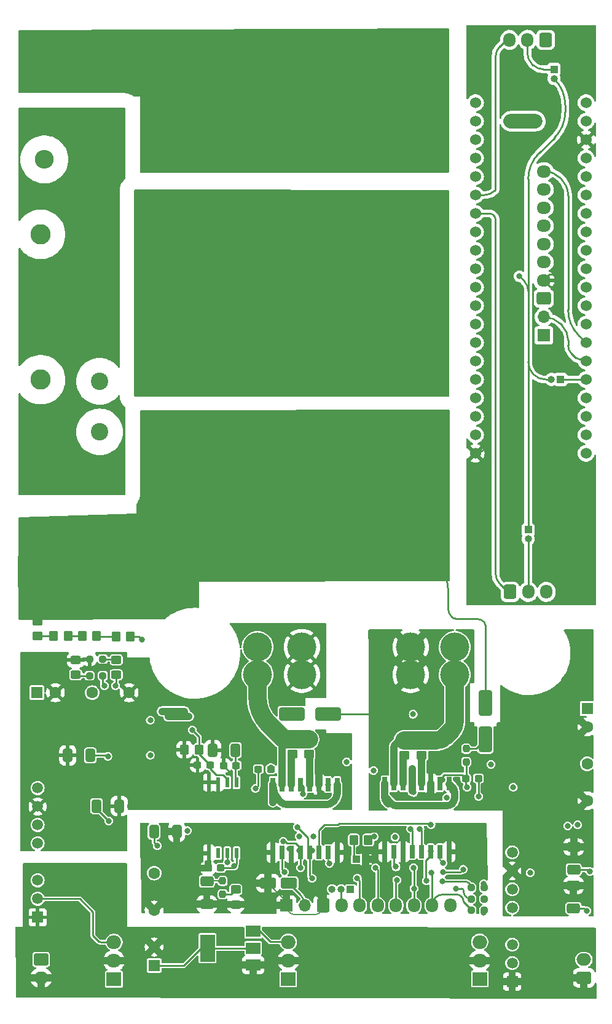
<source format=gbr>
%TF.GenerationSoftware,KiCad,Pcbnew,7.0.9*%
%TF.CreationDate,2024-10-22T00:58:25+05:30*%
%TF.ProjectId,Inverter,496e7665-7274-4657-922e-6b696361645f,rev?*%
%TF.SameCoordinates,Original*%
%TF.FileFunction,Copper,L1,Top*%
%TF.FilePolarity,Positive*%
%FSLAX46Y46*%
G04 Gerber Fmt 4.6, Leading zero omitted, Abs format (unit mm)*
G04 Created by KiCad (PCBNEW 7.0.9) date 2024-10-22 00:58:25*
%MOMM*%
%LPD*%
G01*
G04 APERTURE LIST*
G04 Aperture macros list*
%AMRoundRect*
0 Rectangle with rounded corners*
0 $1 Rounding radius*
0 $2 $3 $4 $5 $6 $7 $8 $9 X,Y pos of 4 corners*
0 Add a 4 corners polygon primitive as box body*
4,1,4,$2,$3,$4,$5,$6,$7,$8,$9,$2,$3,0*
0 Add four circle primitives for the rounded corners*
1,1,$1+$1,$2,$3*
1,1,$1+$1,$4,$5*
1,1,$1+$1,$6,$7*
1,1,$1+$1,$8,$9*
0 Add four rect primitives between the rounded corners*
20,1,$1+$1,$2,$3,$4,$5,0*
20,1,$1+$1,$4,$5,$6,$7,0*
20,1,$1+$1,$6,$7,$8,$9,0*
20,1,$1+$1,$8,$9,$2,$3,0*%
G04 Aperture macros list end*
%TA.AperFunction,SMDPad,CuDef*%
%ADD10R,0.558800X1.473200*%
%TD*%
%TA.AperFunction,SMDPad,CuDef*%
%ADD11RoundRect,0.250000X1.500000X0.650000X-1.500000X0.650000X-1.500000X-0.650000X1.500000X-0.650000X0*%
%TD*%
%TA.AperFunction,SMDPad,CuDef*%
%ADD12RoundRect,0.250000X0.450000X-0.350000X0.450000X0.350000X-0.450000X0.350000X-0.450000X-0.350000X0*%
%TD*%
%TA.AperFunction,SMDPad,CuDef*%
%ADD13RoundRect,0.250000X-0.412500X-0.650000X0.412500X-0.650000X0.412500X0.650000X-0.412500X0.650000X0*%
%TD*%
%TA.AperFunction,ComponentPad*%
%ADD14R,2.600000X2.600000*%
%TD*%
%TA.AperFunction,ComponentPad*%
%ADD15O,2.600000X2.600000*%
%TD*%
%TA.AperFunction,SMDPad,CuDef*%
%ADD16R,0.650000X1.850000*%
%TD*%
%TA.AperFunction,SMDPad,CuDef*%
%ADD17RoundRect,0.250000X0.450000X-0.325000X0.450000X0.325000X-0.450000X0.325000X-0.450000X-0.325000X0*%
%TD*%
%TA.AperFunction,ComponentPad*%
%ADD18R,2.000000X1.905000*%
%TD*%
%TA.AperFunction,ComponentPad*%
%ADD19O,2.000000X1.905000*%
%TD*%
%TA.AperFunction,ComponentPad*%
%ADD20R,1.508000X1.508000*%
%TD*%
%TA.AperFunction,ComponentPad*%
%ADD21C,1.508000*%
%TD*%
%TA.AperFunction,ComponentPad*%
%ADD22RoundRect,0.250000X-0.600000X-0.725000X0.600000X-0.725000X0.600000X0.725000X-0.600000X0.725000X0*%
%TD*%
%TA.AperFunction,ComponentPad*%
%ADD23O,1.700000X1.950000*%
%TD*%
%TA.AperFunction,SMDPad,CuDef*%
%ADD24RoundRect,0.237500X-0.250000X-0.237500X0.250000X-0.237500X0.250000X0.237500X-0.250000X0.237500X0*%
%TD*%
%TA.AperFunction,ComponentPad*%
%ADD25C,2.400000*%
%TD*%
%TA.AperFunction,ComponentPad*%
%ADD26C,2.800000*%
%TD*%
%TA.AperFunction,ComponentPad*%
%ADD27C,1.600000*%
%TD*%
%TA.AperFunction,ComponentPad*%
%ADD28R,1.600000X1.600000*%
%TD*%
%TA.AperFunction,SMDPad,CuDef*%
%ADD29RoundRect,0.250000X-0.650000X1.500000X-0.650000X-1.500000X0.650000X-1.500000X0.650000X1.500000X0*%
%TD*%
%TA.AperFunction,ComponentPad*%
%ADD30R,1.000000X1.000000*%
%TD*%
%TA.AperFunction,ComponentPad*%
%ADD31O,1.000000X1.000000*%
%TD*%
%TA.AperFunction,SMDPad,CuDef*%
%ADD32RoundRect,0.250000X-0.350000X-0.450000X0.350000X-0.450000X0.350000X0.450000X-0.350000X0.450000X0*%
%TD*%
%TA.AperFunction,ComponentPad*%
%ADD33RoundRect,0.250000X0.750000X-0.600000X0.750000X0.600000X-0.750000X0.600000X-0.750000X-0.600000X0*%
%TD*%
%TA.AperFunction,ComponentPad*%
%ADD34O,2.000000X1.700000*%
%TD*%
%TA.AperFunction,SMDPad,CuDef*%
%ADD35RoundRect,0.250000X0.412500X0.650000X-0.412500X0.650000X-0.412500X-0.650000X0.412500X-0.650000X0*%
%TD*%
%TA.AperFunction,SMDPad,CuDef*%
%ADD36RoundRect,0.250000X-0.650000X0.412500X-0.650000X-0.412500X0.650000X-0.412500X0.650000X0.412500X0*%
%TD*%
%TA.AperFunction,SMDPad,CuDef*%
%ADD37RoundRect,0.237500X0.237500X-0.250000X0.237500X0.250000X-0.237500X0.250000X-0.237500X-0.250000X0*%
%TD*%
%TA.AperFunction,ComponentPad*%
%ADD38R,1.700000X1.700000*%
%TD*%
%TA.AperFunction,ComponentPad*%
%ADD39O,1.700000X1.700000*%
%TD*%
%TA.AperFunction,SMDPad,CuDef*%
%ADD40RoundRect,0.237500X0.300000X0.237500X-0.300000X0.237500X-0.300000X-0.237500X0.300000X-0.237500X0*%
%TD*%
%TA.AperFunction,SMDPad,CuDef*%
%ADD41RoundRect,0.237500X-0.300000X-0.237500X0.300000X-0.237500X0.300000X0.237500X-0.300000X0.237500X0*%
%TD*%
%TA.AperFunction,SMDPad,CuDef*%
%ADD42R,2.000000X1.500000*%
%TD*%
%TA.AperFunction,SMDPad,CuDef*%
%ADD43R,2.000000X3.800000*%
%TD*%
%TA.AperFunction,SMDPad,CuDef*%
%ADD44RoundRect,0.250000X-0.450000X0.350000X-0.450000X-0.350000X0.450000X-0.350000X0.450000X0.350000X0*%
%TD*%
%TA.AperFunction,SMDPad,CuDef*%
%ADD45RoundRect,0.237500X-0.237500X0.250000X-0.237500X-0.250000X0.237500X-0.250000X0.237500X0.250000X0*%
%TD*%
%TA.AperFunction,SMDPad,CuDef*%
%ADD46RoundRect,0.237500X0.250000X0.237500X-0.250000X0.237500X-0.250000X-0.237500X0.250000X-0.237500X0*%
%TD*%
%TA.AperFunction,ComponentPad*%
%ADD47RoundRect,0.250000X0.600000X0.725000X-0.600000X0.725000X-0.600000X-0.725000X0.600000X-0.725000X0*%
%TD*%
%TA.AperFunction,ComponentPad*%
%ADD48RoundRect,0.250000X-0.750000X0.600000X-0.750000X-0.600000X0.750000X-0.600000X0.750000X0.600000X0*%
%TD*%
%TA.AperFunction,SMDPad,CuDef*%
%ADD49RoundRect,0.250000X0.650000X-0.412500X0.650000X0.412500X-0.650000X0.412500X-0.650000X-0.412500X0*%
%TD*%
%TA.AperFunction,SMDPad,CuDef*%
%ADD50RoundRect,0.250000X0.350000X0.450000X-0.350000X0.450000X-0.350000X-0.450000X0.350000X-0.450000X0*%
%TD*%
%TA.AperFunction,ComponentPad*%
%ADD51C,1.524000*%
%TD*%
%TA.AperFunction,SMDPad,CuDef*%
%ADD52RoundRect,0.250000X-0.450000X0.325000X-0.450000X-0.325000X0.450000X-0.325000X0.450000X0.325000X0*%
%TD*%
%TA.AperFunction,SMDPad,CuDef*%
%ADD53RoundRect,0.250000X0.850000X0.500000X-0.850000X0.500000X-0.850000X-0.500000X0.850000X-0.500000X0*%
%TD*%
%TA.AperFunction,ComponentPad*%
%ADD54RoundRect,0.250000X0.725000X-0.600000X0.725000X0.600000X-0.725000X0.600000X-0.725000X-0.600000X0*%
%TD*%
%TA.AperFunction,ComponentPad*%
%ADD55O,1.950000X1.700000*%
%TD*%
%TA.AperFunction,ComponentPad*%
%ADD56R,18.000000X14.000000*%
%TD*%
%TA.AperFunction,ComponentPad*%
%ADD57C,4.000000*%
%TD*%
%TA.AperFunction,ViaPad*%
%ADD58C,0.800000*%
%TD*%
%TA.AperFunction,Conductor*%
%ADD59C,0.250000*%
%TD*%
%TA.AperFunction,Conductor*%
%ADD60C,0.500000*%
%TD*%
%TA.AperFunction,Conductor*%
%ADD61C,1.000000*%
%TD*%
%TA.AperFunction,Conductor*%
%ADD62C,0.200000*%
%TD*%
%TA.AperFunction,Conductor*%
%ADD63C,2.500000*%
%TD*%
%TA.AperFunction,Conductor*%
%ADD64C,2.000000*%
%TD*%
G04 APERTURE END LIST*
D10*
%TO.P,U10,1,VDD2*%
%TO.N,VDrive1_5V*%
X43755000Y-134023200D03*
%TO.P,U10,2,VIN*%
%TO.N,Net-(U10-VIN)*%
X42485000Y-134023200D03*
%TO.P,U10,3,SHTD*%
%TO.N,GND1*%
X41215000Y-134023200D03*
%TO.P,U10,4,GND2*%
X39945000Y-134023200D03*
%TO.P,U10,5,GND1*%
%TO.N,DIG-*%
X39945000Y-143776800D03*
%TO.P,U10,6,NC*%
%TO.N,unconnected-(U10-NC-Pad6)*%
X41215000Y-143776800D03*
%TO.P,U10,7,VOUT*%
%TO.N,Net-(D20-K)*%
X42485000Y-143776800D03*
%TO.P,U10,8,VDD1*%
%TO.N,DIG5V*%
X43755000Y-143776800D03*
%TD*%
D11*
%TO.P,D3,1,K*%
%TO.N,GND2*%
X56348000Y-124587000D03*
%TO.P,D3,2,A*%
%TO.N,Net-(D3-A)*%
X51348000Y-124587000D03*
%TD*%
D12*
%TO.P,R12,1*%
%TO.N,Net-(IC5-OUT-)*%
X69258400Y-130320800D03*
%TO.P,R12,2*%
%TO.N,Net-(IC5-CLAMP)*%
X69258400Y-128320800D03*
%TD*%
D13*
%TO.P,C12,1*%
%TO.N,VDrive1_5V*%
X24472500Y-137287000D03*
%TO.P,C12,2*%
%TO.N,GND1*%
X27597500Y-137287000D03*
%TD*%
D14*
%TO.P,D8,1,K*%
%TO.N,Net-(D8-K)*%
X25400000Y-48260000D03*
D15*
%TO.P,D8,2,A*%
%TO.N,Net-(D7-K)*%
X25400000Y-33020000D03*
%TD*%
D16*
%TO.P,IC1,1,VEE2_1*%
%TO.N,VDrive1Neg*%
X57632600Y-134312400D03*
%TO.P,IC1,2,DESAT*%
%TO.N,Net-(D1-A)*%
X56362600Y-134312400D03*
%TO.P,IC1,3,GND2*%
%TO.N,GND1*%
X55092600Y-134312400D03*
%TO.P,IC1,4,OUT-*%
%TO.N,Net-(IC1-OUT-)*%
X53822600Y-134312400D03*
%TO.P,IC1,5,VCC2*%
%TO.N,VDrive1*%
X52552600Y-134312400D03*
%TO.P,IC1,6,OUT+*%
%TO.N,Net-(IC1-OUT+)*%
X51282600Y-134312400D03*
%TO.P,IC1,7,CLAMP*%
%TO.N,Net-(IC1-CLAMP)*%
X50012600Y-134312400D03*
%TO.P,IC1,8,VEE2_2*%
%TO.N,VDrive1Neg*%
X48742600Y-134312400D03*
%TO.P,IC1,9,GND1_1*%
%TO.N,DIG-*%
X48742600Y-143662400D03*
%TO.P,IC1,10,IN+*%
%TO.N,INLS*%
X50012600Y-143662400D03*
%TO.P,IC1,11,IN-*%
%TO.N,DIG-*%
X51282600Y-143662400D03*
%TO.P,IC1,12,RDY*%
%TO.N,RDY*%
X52552600Y-143662400D03*
%TO.P,IC1,13,~{FLT}*%
%TO.N,FLT*%
X53822600Y-143662400D03*
%TO.P,IC1,14,~{RST}*%
%TO.N,RST*%
X55092600Y-143662400D03*
%TO.P,IC1,15,VCC1*%
%TO.N,DIG+*%
X56362600Y-143662400D03*
%TO.P,IC1,16,GND1_2*%
%TO.N,DIG-*%
X57632600Y-143662400D03*
%TD*%
D17*
%TO.P,D19,1,K*%
%TO.N,DIG-*%
X43650000Y-150825000D03*
%TO.P,D19,2,A*%
%TO.N,Net-(D19-A)*%
X43650000Y-148775000D03*
%TD*%
D13*
%TO.P,C37,1*%
%TO.N,DIG5V*%
X32387500Y-140800000D03*
%TO.P,C37,2*%
%TO.N,DIG-*%
X35512500Y-140800000D03*
%TD*%
D17*
%TO.P,D15,1,K*%
%TO.N,VDrive1Neg*%
X27200000Y-119206000D03*
%TO.P,D15,2,A*%
%TO.N,Net-(D15-A)*%
X27200000Y-117156000D03*
%TD*%
D18*
%TO.P,U3,1,VI*%
%TO.N,VAux+*%
X50895000Y-161090000D03*
D19*
%TO.P,U3,2,GND*%
%TO.N,VAux-*%
X50895000Y-158550000D03*
%TO.P,U3,3,VO*%
%TO.N,VAux9V*%
X50895000Y-156010000D03*
%TD*%
D20*
%TO.P,PS1,1,GND*%
%TO.N,VAux-*%
X16365000Y-152595500D03*
D21*
%TO.P,PS1,2,VIN*%
%TO.N,VAux9V*%
X16365000Y-150055500D03*
%TO.P,PS1,3,CTRL*%
X16365000Y-147515500D03*
%TO.P,PS1,5,NC*%
%TO.N,unconnected-(PS1-NC-Pad5)*%
X16365000Y-142435500D03*
%TO.P,PS1,6,+VO*%
%TO.N,VDrive1*%
X16365000Y-139895500D03*
%TO.P,PS1,7,0V*%
%TO.N,GND1*%
X16365000Y-137355500D03*
%TO.P,PS1,8,NC*%
%TO.N,unconnected-(PS1-NC-Pad8)*%
X16365000Y-134815500D03*
%TD*%
D22*
%TO.P,J2,1,Pin_1*%
%TO.N,DIG-*%
X55706000Y-150977600D03*
D23*
%TO.P,J2,2,Pin_2*%
%TO.N,Net-(J2-Pin_2)*%
X58206000Y-150977600D03*
%TO.P,J2,3,Pin_3*%
%TO.N,FLT*%
X60706000Y-150977600D03*
%TO.P,J2,4,Pin_4*%
%TO.N,RDY*%
X63206000Y-150977600D03*
%TO.P,J2,5,Pin_5*%
%TO.N,RST*%
X65706000Y-150977600D03*
%TO.P,J2,6,Pin_6*%
%TO.N,INHS*%
X68206000Y-150977600D03*
%TO.P,J2,7,Pin_7*%
%TO.N,INLS*%
X70706000Y-150977600D03*
%TO.P,J2,8,Pin_8*%
%TO.N,Net-(J2-Pin_8)*%
X73206000Y-150977600D03*
%TD*%
D24*
%TO.P,R23,1*%
%TO.N,Net-(D14-A)*%
X23506880Y-119324000D03*
%TO.P,R23,2*%
%TO.N,VDrive1*%
X25331880Y-119324000D03*
%TD*%
D25*
%TO.P,C25,1*%
%TO.N,Net-(D8-K)*%
X24892000Y-56314000D03*
%TO.P,C25,2*%
%TO.N,-BATT*%
X24892000Y-78814000D03*
%TD*%
D26*
%TO.P,R5,1*%
%TO.N,-BATT*%
X16764000Y-58580000D03*
%TO.P,R5,2*%
%TO.N,Net-(D7-A)*%
X16764000Y-78580000D03*
%TD*%
D27*
%TO.P,IC3,GNDA,GNDA*%
%TO.N,GND1*%
X18796000Y-121666000D03*
%TO.P,IC3,GNDB,GNDB*%
%TO.N,VDrive1Neg*%
X23876000Y-121666000D03*
D28*
%TO.P,IC3,VIN,VIN*%
%TO.N,VDrive1_5V*%
X16256000Y-121666000D03*
D27*
%TO.P,IC3,VOUT,VOUT*%
%TO.N,GND1*%
X28956000Y-121666000D03*
%TD*%
D29*
%TO.P,D6,1,K*%
%TO.N,+BATT*%
X78054200Y-123128400D03*
%TO.P,D6,2,A*%
%TO.N,Net-(D6-A)*%
X78054200Y-128128400D03*
%TD*%
D30*
%TO.P,J9,1,Pin_1*%
%TO.N,Net-(J2-Pin_8)*%
X60250000Y-144600000D03*
D31*
%TO.P,J9,2,Pin_2*%
%TO.N,DIG-*%
X61520000Y-144600000D03*
%TD*%
D32*
%TO.P,R28,1*%
%TO.N,Net-(J2-Pin_8)*%
X59900000Y-141950000D03*
%TO.P,R28,2*%
%TO.N,DIG+*%
X61900000Y-141950000D03*
%TD*%
D33*
%TO.P,J3,1,Pin_1*%
%TO.N,VAux-*%
X91622200Y-160914400D03*
D34*
%TO.P,J3,2,Pin_2*%
%TO.N,VAux+*%
X91622200Y-158414400D03*
%TD*%
D24*
%TO.P,R18,1*%
%TO.N,INLS*%
X76102200Y-151638000D03*
%TO.P,R18,2*%
%TO.N,Net-(D9-A)*%
X77927200Y-151638000D03*
%TD*%
D35*
%TO.P,C3,1*%
%TO.N,VDrive1_5V*%
X43612500Y-129600000D03*
%TO.P,C3,2*%
%TO.N,GND1*%
X40487500Y-129600000D03*
%TD*%
D36*
%TO.P,C15,1*%
%TO.N,DIG+*%
X39662200Y-147653300D03*
%TO.P,C15,2*%
%TO.N,DIG-*%
X39662200Y-150778300D03*
%TD*%
D12*
%TO.P,R1,1*%
%TO.N,Net-(IC1-OUT+)*%
X51435000Y-130159000D03*
%TO.P,R1,2*%
%TO.N,Net-(IC1-CLAMP)*%
X51435000Y-128159000D03*
%TD*%
D37*
%TO.P,R4,1*%
%TO.N,Net-(D4-A)*%
X75412600Y-131214500D03*
%TO.P,R4,2*%
%TO.N,Net-(D6-A)*%
X75412600Y-129389500D03*
%TD*%
D18*
%TO.P,U2,1,VI*%
%TO.N,VAux+*%
X77266800Y-161074500D03*
D19*
%TO.P,U2,2,GND*%
%TO.N,VAux-*%
X77266800Y-158534500D03*
%TO.P,U2,3,VO*%
%TO.N,VAux9V*%
X77266800Y-155994500D03*
%TD*%
D38*
%TO.P,J13,1,Pin_1*%
%TO.N,/GND MCU*%
X86100000Y-72480000D03*
D39*
%TO.P,J13,2,Pin_2*%
%TO.N,Net-(J13-Pin_2)*%
X86100000Y-69940000D03*
%TD*%
D24*
%TO.P,R20,1*%
%TO.N,RST*%
X76076800Y-148513800D03*
%TO.P,R20,2*%
%TO.N,Net-(D11-A)*%
X77901800Y-148513800D03*
%TD*%
D40*
%TO.P,C20,1*%
%TO.N,Net-(D1-A)*%
X48487500Y-132207000D03*
%TO.P,C20,2*%
%TO.N,VDrive1Neg*%
X46762500Y-132207000D03*
%TD*%
D16*
%TO.P,IC5,1,VEE2_1*%
%TO.N,VDrive2Neg*%
X73050400Y-134210800D03*
%TO.P,IC5,2,DESAT*%
%TO.N,Net-(D4-A)*%
X71780400Y-134210800D03*
%TO.P,IC5,3,GND2*%
%TO.N,GND2*%
X70510400Y-134210800D03*
%TO.P,IC5,4,OUT-*%
%TO.N,Net-(IC5-OUT-)*%
X69240400Y-134210800D03*
%TO.P,IC5,5,VCC2*%
%TO.N,VDrive2*%
X67970400Y-134210800D03*
%TO.P,IC5,6,OUT+*%
%TO.N,Net-(IC5-OUT+)*%
X66700400Y-134210800D03*
%TO.P,IC5,7,CLAMP*%
%TO.N,Net-(IC5-CLAMP)*%
X65430400Y-134210800D03*
%TO.P,IC5,8,VEE2_2*%
%TO.N,VDrive2Neg*%
X64160400Y-134210800D03*
%TO.P,IC5,9,GND1_1*%
%TO.N,DIG-*%
X64160400Y-143560800D03*
%TO.P,IC5,10,IN+*%
%TO.N,INHS*%
X65430400Y-143560800D03*
%TO.P,IC5,11,IN-*%
%TO.N,DIG-*%
X66700400Y-143560800D03*
%TO.P,IC5,12,RDY*%
%TO.N,RDY*%
X67970400Y-143560800D03*
%TO.P,IC5,13,~{FLT}*%
%TO.N,FLT*%
X69240400Y-143560800D03*
%TO.P,IC5,14,~{RST}*%
%TO.N,RST*%
X70510400Y-143560800D03*
%TO.P,IC5,15,VCC1*%
%TO.N,DIG+*%
X71780400Y-143560800D03*
%TO.P,IC5,16,GND1_2*%
%TO.N,DIG-*%
X73050400Y-143560800D03*
%TD*%
D30*
%TO.P,J8,1,Pin_1*%
%TO.N,Net-(J8-Pin_1)*%
X88420000Y-78550000D03*
D31*
%TO.P,J8,2,Pin_2*%
%TO.N,Net-(J10-Pin_1)*%
X87150000Y-78550000D03*
%TD*%
D41*
%TO.P,C36,1*%
%TO.N,DIG-*%
X39837500Y-145800000D03*
%TO.P,C36,2*%
%TO.N,DIG5V*%
X41562500Y-145800000D03*
%TD*%
D26*
%TO.P,R6,1*%
%TO.N,Net-(D8-K)*%
X16764000Y-87536000D03*
%TO.P,R6,2*%
%TO.N,+BATT*%
X16764000Y-107536000D03*
%TD*%
D32*
%TO.P,R33,1*%
%TO.N,Net-(R32-Pad2)*%
X18550000Y-113850000D03*
%TO.P,R33,2*%
%TO.N,Net-(R31-Pad1)*%
X20550000Y-113850000D03*
%TD*%
D40*
%TO.P,C4,1*%
%TO.N,Net-(U10-VIN)*%
X40112500Y-131650000D03*
%TO.P,C4,2*%
%TO.N,GND1*%
X38387500Y-131650000D03*
%TD*%
D42*
%TO.P,U4,1,GND*%
%TO.N,VAux-*%
X46050600Y-159145000D03*
%TO.P,U4,2,VO*%
%TO.N,Net-(U4-VO)*%
X46050600Y-156845000D03*
D43*
X39750600Y-156845000D03*
D42*
%TO.P,U4,3,VI*%
%TO.N,VAux9V*%
X46050600Y-154545000D03*
%TD*%
D27*
%TO.P,IC2,GNDA,GNDA*%
%TO.N,VAux-*%
X32411800Y-156688200D03*
%TO.P,IC2,GNDB,GNDB*%
%TO.N,DIG-*%
X32411800Y-151608200D03*
D28*
%TO.P,IC2,VIN,VIN*%
%TO.N,Net-(U4-VO)*%
X32411800Y-159228200D03*
D27*
%TO.P,IC2,VOUT,VOUT*%
%TO.N,DIG5V*%
X32411800Y-146528200D03*
%TD*%
D18*
%TO.P,U1,1,VI*%
%TO.N,VAux+*%
X26873200Y-161112200D03*
D19*
%TO.P,U1,2,GND*%
%TO.N,VAux-*%
X26873200Y-158572200D03*
%TO.P,U1,3,VO*%
%TO.N,VAux9V*%
X26873200Y-156032200D03*
%TD*%
D24*
%TO.P,R19,1*%
%TO.N,INHS*%
X76078700Y-150063200D03*
%TO.P,R19,2*%
%TO.N,Net-(D10-A)*%
X77903700Y-150063200D03*
%TD*%
D22*
%TO.P,J6,1,Pin_1*%
%TO.N,Net-(J6-Pin_1)*%
X81450000Y-107800000D03*
D23*
%TO.P,J6,2,Pin_2*%
%TO.N,Net-(J10-Pin_2)*%
X83950000Y-107800000D03*
%TO.P,J6,3,Pin_3*%
%TO.N,/GND MCU*%
X86450000Y-107800000D03*
%TD*%
D32*
%TO.P,R29,1*%
%TO.N,Net-(R29-Pad1)*%
X27150000Y-113950000D03*
%TO.P,R29,2*%
%TO.N,Net-(U10-VIN)*%
X29150000Y-113950000D03*
%TD*%
D41*
%TO.P,C23,1*%
%TO.N,Net-(D4-A)*%
X75362900Y-133477000D03*
%TO.P,C23,2*%
%TO.N,VDrive2Neg*%
X77087900Y-133477000D03*
%TD*%
D27*
%TO.P,IC4,GNDA,GNDA*%
%TO.N,GND2*%
X92075000Y-126390000D03*
%TO.P,IC4,GNDB,GNDB*%
%TO.N,VDrive2Neg*%
X92075000Y-131470000D03*
D28*
%TO.P,IC4,VIN,VIN*%
%TO.N,Net-(U6-VO)*%
X92075000Y-123850000D03*
D27*
%TO.P,IC4,VOUT,VOUT*%
%TO.N,GND2*%
X92075000Y-136550000D03*
%TD*%
D25*
%TO.P,C24,1*%
%TO.N,+BATT*%
X24892000Y-108278000D03*
%TO.P,C24,2*%
%TO.N,Net-(D7-A)*%
X24892000Y-85778000D03*
%TD*%
D32*
%TO.P,R31,1*%
%TO.N,Net-(R31-Pad1)*%
X22500000Y-113850000D03*
%TO.P,R31,2*%
%TO.N,Net-(R29-Pad1)*%
X24500000Y-113850000D03*
%TD*%
D12*
%TO.P,R3,1*%
%TO.N,Net-(IC5-OUT+)*%
X66878200Y-130286000D03*
%TO.P,R3,2*%
%TO.N,Net-(IC5-CLAMP)*%
X66878200Y-128286000D03*
%TD*%
D44*
%TO.P,R32,1*%
%TO.N,+BATT*%
X16350000Y-111850000D03*
%TO.P,R32,2*%
%TO.N,Net-(R32-Pad2)*%
X16350000Y-113850000D03*
%TD*%
D35*
%TO.P,C9,1*%
%TO.N,VDrive1*%
X23622000Y-130302000D03*
%TO.P,C9,2*%
%TO.N,GND1*%
X20497000Y-130302000D03*
%TD*%
D30*
%TO.P,J11,1,Pin_1*%
%TO.N,Net-(J11-Pin_1)*%
X87500000Y-35850000D03*
D31*
%TO.P,J11,2,Pin_2*%
%TO.N,Net-(J10-Pin_1)*%
X87500000Y-37120000D03*
%TD*%
D45*
%TO.P,R27,1*%
%TO.N,DIG+*%
X41846600Y-147592100D03*
%TO.P,R27,2*%
%TO.N,Net-(D19-A)*%
X41846600Y-149417100D03*
%TD*%
D46*
%TO.P,R24,1*%
%TO.N,Net-(D15-A)*%
X25318500Y-117038000D03*
%TO.P,R24,2*%
%TO.N,GND1*%
X23493500Y-117038000D03*
%TD*%
D20*
%TO.P,PS2,1,GND*%
%TO.N,VAux-*%
X81744600Y-161440000D03*
D21*
%TO.P,PS2,2,VIN*%
%TO.N,VAux9V*%
X81744600Y-158900000D03*
%TO.P,PS2,3,CTRL*%
X81744600Y-156360000D03*
%TO.P,PS2,5,NC*%
%TO.N,unconnected-(PS2-NC-Pad5)*%
X81744600Y-151280000D03*
%TO.P,PS2,6,+VO*%
%TO.N,VDrive2*%
X81744600Y-148740000D03*
%TO.P,PS2,7,0V*%
%TO.N,GND2*%
X81744600Y-146200000D03*
%TO.P,PS2,8,NC*%
%TO.N,unconnected-(PS2-NC-Pad8)*%
X81744600Y-143660000D03*
%TD*%
D47*
%TO.P,J7,1,Pin_1*%
%TO.N,/GND MCU*%
X86350000Y-31800000D03*
D23*
%TO.P,J7,2,Pin_2*%
%TO.N,Net-(J11-Pin_1)*%
X83850000Y-31800000D03*
%TO.P,J7,3,Pin_3*%
%TO.N,Net-(J7-Pin_3)*%
X81350000Y-31800000D03*
%TD*%
D48*
%TO.P,J1,1,Pin_1*%
%TO.N,VAux+*%
X16835800Y-158414400D03*
D34*
%TO.P,J1,2,Pin_2*%
%TO.N,VAux-*%
X16835800Y-160914400D03*
%TD*%
D49*
%TO.P,C10,1*%
%TO.N,VDrive2*%
X90195400Y-151346300D03*
%TO.P,C10,2*%
%TO.N,GND2*%
X90195400Y-148221300D03*
%TD*%
D50*
%TO.P,R30,1*%
%TO.N,Net-(U10-VIN)*%
X38600000Y-129500000D03*
%TO.P,R30,2*%
%TO.N,GND1*%
X36600000Y-129500000D03*
%TD*%
D51*
%TO.P,U9,3V3,3V3*%
%TO.N,/3V3 MCU*%
X76680000Y-88730000D03*
X91920000Y-45550000D03*
%TO.P,U9,5V,5V*%
%TO.N,unconnected-(U9-Pad5V)*%
X76680000Y-83650000D03*
%TO.P,U9,GND,GND*%
%TO.N,/GND MCU*%
X76680000Y-86190000D03*
X91920000Y-40470000D03*
X91920000Y-43010000D03*
%TO.P,U9,NRST,NRST*%
%TO.N,unconnected-(U9-PadNRST)*%
X91920000Y-48090000D03*
%TO.P,U9,PA0,PA0*%
%TO.N,Net-(J8-Pin_1)*%
X91920000Y-78570000D03*
%TO.P,U9,PA1,PA1*%
%TO.N,Net-(J13-Pin_2)*%
X91920000Y-76030000D03*
%TO.P,U9,PA2,PA2*%
%TO.N,Net-(J5-Pin_8)*%
X91920000Y-73490000D03*
%TO.P,U9,PA3,PA3*%
%TO.N,unconnected-(U9-PadPA3)*%
X91920000Y-70950000D03*
%TO.P,U9,PA4,PA4*%
%TO.N,unconnected-(U9-PadPA4)*%
X91920000Y-68410000D03*
%TO.P,U9,PA5,PA5*%
%TO.N,unconnected-(U9-PadPA5)*%
X91920000Y-65870000D03*
%TO.P,U9,PA6,PA6*%
%TO.N,unconnected-(U9-PadPA6)*%
X91920000Y-63330000D03*
%TO.P,U9,PA7,PA7*%
%TO.N,/OUTLS*%
X91920000Y-60790000D03*
%TO.P,U9,PA8,PA8*%
%TO.N,/OUTHS*%
X76680000Y-50630000D03*
%TO.P,U9,PA9,PA9*%
%TO.N,Net-(J7-Pin_3)*%
X76680000Y-53170000D03*
%TO.P,U9,PA10,PA10*%
%TO.N,Net-(J6-Pin_1)*%
X76680000Y-55710000D03*
%TO.P,U9,PA11,PA11*%
%TO.N,unconnected-(U9-PadPA11)*%
X76680000Y-58250000D03*
%TO.P,U9,PA12,PA12*%
%TO.N,Net-(J10-Pin_1)*%
X76680000Y-60790000D03*
%TO.P,U9,PA15,PA15*%
%TO.N,unconnected-(U9-PadPA15)*%
X76680000Y-63330000D03*
%TO.P,U9,PB0,PB0*%
%TO.N,unconnected-(U9-PadPB0)*%
X91920000Y-58250000D03*
%TO.P,U9,PB1,PB1*%
%TO.N,unconnected-(U9-PadPB1)*%
X91920000Y-55710000D03*
%TO.P,U9,PB3,PB3*%
%TO.N,unconnected-(U9-PadPB3)*%
X76680000Y-65870000D03*
%TO.P,U9,PB4,PB4*%
%TO.N,unconnected-(U9-PadPB4)*%
X76680000Y-68410000D03*
%TO.P,U9,PB5,PB5*%
%TO.N,unconnected-(U9-PadPB5)*%
X76680000Y-70950000D03*
%TO.P,U9,PB6,PB6*%
%TO.N,unconnected-(U9-PadPB6)*%
X76680000Y-73490000D03*
%TO.P,U9,PB7,PB7*%
%TO.N,unconnected-(U9-PadPB7)*%
X76680000Y-76030000D03*
%TO.P,U9,PB8,PB8*%
%TO.N,unconnected-(U9-PadPB8)*%
X76680000Y-78570000D03*
%TO.P,U9,PB9,PB9*%
%TO.N,unconnected-(U9-PadPB9)*%
X76680000Y-81110000D03*
%TO.P,U9,PB10,PB10*%
%TO.N,Net-(J5-Pin_4)*%
X91920000Y-53170000D03*
%TO.P,U9,PB11,PB11*%
%TO.N,Net-(J5-Pin_5)*%
X91920000Y-50630000D03*
%TO.P,U9,PB12,PB12*%
%TO.N,Net-(J5-Pin_3)*%
X76680000Y-40470000D03*
%TO.P,U9,PB13,PB13*%
%TO.N,unconnected-(U9-PadPB13)*%
X76680000Y-43010000D03*
%TO.P,U9,PB14,PB14*%
%TO.N,unconnected-(U9-PadPB14)*%
X76680000Y-45550000D03*
%TO.P,U9,PB15,PB15*%
%TO.N,unconnected-(U9-PadPB15)*%
X76680000Y-48090000D03*
%TO.P,U9,PC13,PC13*%
%TO.N,unconnected-(U9-PadPC13)*%
X91920000Y-86190000D03*
%TO.P,U9,PC14,PC14*%
%TO.N,unconnected-(U9-PadPC14)*%
X91920000Y-83650000D03*
%TO.P,U9,PC15,PC15*%
%TO.N,unconnected-(U9-PadPC15)*%
X91920000Y-81110000D03*
%TO.P,U9,VBAT,VBAT*%
%TO.N,unconnected-(U9-PadVBAT)*%
X91920000Y-88730000D03*
%TD*%
D30*
%TO.P,J10,1,Pin_1*%
%TO.N,Net-(J10-Pin_1)*%
X83950000Y-99250000D03*
D31*
%TO.P,J10,2,Pin_2*%
%TO.N,Net-(J10-Pin_2)*%
X83950000Y-100520000D03*
%TD*%
D52*
%TO.P,D14,1,K*%
%TO.N,GND1*%
X21612000Y-117156000D03*
%TO.P,D14,2,A*%
%TO.N,Net-(D14-A)*%
X21612000Y-119206000D03*
%TD*%
D41*
%TO.P,C29,1*%
%TO.N,GND1*%
X41987500Y-131700000D03*
%TO.P,C29,2*%
%TO.N,VDrive1_5V*%
X43712500Y-131700000D03*
%TD*%
D49*
%TO.P,C13,1*%
%TO.N,Net-(U6-VO)*%
X90220800Y-146037700D03*
%TO.P,C13,2*%
%TO.N,GND2*%
X90220800Y-142912700D03*
%TD*%
D12*
%TO.P,R11,1*%
%TO.N,Net-(IC1-OUT-)*%
X53721000Y-130159000D03*
%TO.P,R11,2*%
%TO.N,Net-(IC1-CLAMP)*%
X53721000Y-128159000D03*
%TD*%
D53*
%TO.P,D20,1,K*%
%TO.N,Net-(D20-K)*%
X51000000Y-147900000D03*
%TO.P,D20,2,A*%
%TO.N,DIG-*%
X48100000Y-147900000D03*
%TD*%
D14*
%TO.P,D7,1,K*%
%TO.N,Net-(D7-K)*%
X17272000Y-33020000D03*
D15*
%TO.P,D7,2,A*%
%TO.N,Net-(D7-A)*%
X17272000Y-48260000D03*
%TD*%
D54*
%TO.P,J5,1,Pin_1*%
%TO.N,/GND MCU*%
X86100000Y-67400000D03*
D55*
%TO.P,J5,2,Pin_2*%
%TO.N,/3V3 MCU*%
X86100000Y-64900000D03*
%TO.P,J5,3,Pin_3*%
%TO.N,Net-(J5-Pin_3)*%
X86100000Y-62400000D03*
%TO.P,J5,4,Pin_4*%
%TO.N,Net-(J5-Pin_4)*%
X86100000Y-59900000D03*
%TO.P,J5,5,Pin_5*%
%TO.N,Net-(J5-Pin_5)*%
X86100000Y-57400000D03*
%TO.P,J5,6,Pin_6*%
%TO.N,/OUTHS*%
X86100000Y-54900000D03*
%TO.P,J5,7,Pin_7*%
%TO.N,/OUTLS*%
X86100000Y-52400000D03*
%TO.P,J5,8,Pin_8*%
%TO.N,Net-(J5-Pin_8)*%
X86100000Y-49900000D03*
%TD*%
D56*
%TO.P,U7,1*%
%TO.N,Net-(D7-K)*%
X61010800Y-41249800D03*
%TO.P,U7,2*%
%TO.N,-BATT*%
X61010800Y-69249800D03*
%TO.P,U7,3*%
%TO.N,+BATT*%
X61010800Y-97249800D03*
D57*
%TO.P,U7,4*%
%TO.N,Net-(IC5-CLAMP)*%
X73837800Y-119212800D03*
X73837800Y-115402800D03*
%TO.P,U7,5*%
%TO.N,GND2*%
X67741800Y-119212800D03*
X67741800Y-115402800D03*
%TO.P,U7,6*%
%TO.N,Net-(IC1-CLAMP)*%
X46659800Y-119212800D03*
X46659800Y-115402800D03*
%TO.P,U7,7*%
%TO.N,GND1*%
X52755800Y-119212800D03*
X52755800Y-115402800D03*
%TD*%
D30*
%TO.P,J4,1,Pin_1*%
%TO.N,DIG5V*%
X59461400Y-148742400D03*
D31*
%TO.P,J4,2,Pin_2*%
%TO.N,Net-(J2-Pin_2)*%
X58191400Y-148742400D03*
%TO.P,J4,3,Pin_3*%
%TO.N,DIG+*%
X56921400Y-148742400D03*
%TD*%
D38*
%TO.P,J12,1,Pin_1*%
%TO.N,DIG-*%
X50620000Y-150977600D03*
D39*
%TO.P,J12,2,Pin_2*%
%TO.N,Net-(D20-K)*%
X53160000Y-150977600D03*
%TD*%
D58*
%TO.N,VDrive1*%
X25549000Y-120721000D03*
X33500000Y-124250000D03*
X37200000Y-124950000D03*
X58928000Y-131191000D03*
X52920645Y-135580944D03*
X36600000Y-124250000D03*
X26035000Y-130429000D03*
X34350000Y-124950000D03*
%TO.N,GND1*%
X55494201Y-135560703D03*
X39250000Y-126400000D03*
X56750000Y-131800000D03*
X34400000Y-127700000D03*
%TO.N,VDrive2*%
X84226400Y-146456400D03*
X68000000Y-132155300D03*
X72694800Y-136144000D03*
X68148200Y-135407400D03*
X68100000Y-124650000D03*
X89382600Y-140004800D03*
X91998800Y-151714200D03*
X78816200Y-131546600D03*
%TO.N,GND2*%
X70250000Y-135750000D03*
X62661800Y-137210800D03*
X74599800Y-137414000D03*
X62385200Y-124587000D03*
%TO.N,Net-(U4-VO)*%
X46050600Y-156845000D03*
%TO.N,VDrive1_5V*%
X43723749Y-129550275D03*
X26137000Y-139319000D03*
%TO.N,Net-(U6-VO)*%
X92430600Y-146278600D03*
%TO.N,DIG5V*%
X43450000Y-145550000D03*
X72250000Y-146400000D03*
X75000000Y-146000000D03*
X32850000Y-142750000D03*
%TO.N,DIG-*%
X39662200Y-150778300D03*
X51054000Y-143136900D03*
X73152000Y-141478000D03*
X46650000Y-140200000D03*
%TO.N,DIG+*%
X65582800Y-141579600D03*
X36982400Y-140665200D03*
X39662200Y-147653300D03*
X62700000Y-141500000D03*
X56565800Y-145161000D03*
X72212200Y-145135600D03*
X52400200Y-141452600D03*
X54330600Y-141427200D03*
%TO.N,VDrive1Neg*%
X27073000Y-120721000D03*
X46355000Y-134874000D03*
X31877000Y-125476000D03*
X48729500Y-136779000D03*
X31877000Y-130302000D03*
%TO.N,VDrive2Neg*%
X90754200Y-139877800D03*
X64706100Y-136956800D03*
X73456800Y-135229600D03*
X77114400Y-135966200D03*
X81900000Y-134700000D03*
X62636400Y-132384800D03*
%TO.N,Net-(D1-A)*%
X48487500Y-131977500D03*
X56362600Y-134312400D03*
%TO.N,Net-(D4-A)*%
X75539600Y-134696200D03*
X72125898Y-133654800D03*
%TO.N,-BATT*%
X30500000Y-79550000D03*
%TO.N,Net-(D3-A)*%
X51348000Y-124587000D03*
%TO.N,INLS*%
X50368200Y-146354800D03*
X70586600Y-146481800D03*
%TO.N,RDY*%
X50200000Y-142137898D03*
X52400200Y-143417800D03*
X67741800Y-140411200D03*
X52578000Y-145771100D03*
X62915800Y-145771100D03*
%TO.N,FLT*%
X69037200Y-140436600D03*
X60401200Y-147220100D03*
X52140106Y-140167201D03*
X54152800Y-147220100D03*
X54168098Y-143443200D03*
%TO.N,RST*%
X72161400Y-147675600D03*
X65836800Y-147472400D03*
X70485000Y-143468600D03*
X70561200Y-139827000D03*
X69900800Y-147574000D03*
%TO.N,INHS*%
X65735200Y-145643600D03*
X68206000Y-148640800D03*
X74000000Y-148650000D03*
X68148200Y-145770600D03*
%TO.N,Net-(D9-A)*%
X77834600Y-151968200D03*
%TO.N,Net-(D10-A)*%
X77834600Y-149987000D03*
%TO.N,Net-(D11-A)*%
X77834600Y-148005800D03*
%TO.N,/GND MCU*%
X84950000Y-43000000D03*
X81500000Y-42950000D03*
%TO.N,/3V3 MCU*%
X78300000Y-57450000D03*
X78350000Y-51550000D03*
X80750000Y-90950000D03*
X78300000Y-69100000D03*
X84950000Y-93800000D03*
X86600000Y-75050000D03*
X78000000Y-90950000D03*
X82200000Y-93800000D03*
%TO.N,Net-(J10-Pin_1)*%
X82750000Y-64350000D03*
%TO.N,Net-(U10-VIN)*%
X30700000Y-114350000D03*
X37650000Y-126800000D03*
%TO.N,Net-(D20-K)*%
X42516080Y-145035270D03*
%TD*%
D59*
%TO.N,VAux9V*%
X22155500Y-150055500D02*
X23950000Y-151850000D01*
X23950000Y-151850000D02*
X23950000Y-155090200D01*
X46050600Y-154545000D02*
X46976000Y-154545000D01*
X25057685Y-156032200D02*
X26873200Y-156032200D01*
X48412400Y-155981400D02*
X50977800Y-155981400D01*
X16365000Y-150055500D02*
X22155500Y-150055500D01*
X23950000Y-155090200D02*
X24774843Y-155915043D01*
X46976000Y-154545000D02*
X48412400Y-155981400D01*
X24774850Y-155915036D02*
G75*
G03*
X25057685Y-156032200I282850J282836D01*
G01*
%TO.N,VDrive1*%
X25908000Y-130302000D02*
X26035000Y-130429000D01*
D60*
X52920645Y-134680445D02*
X52552600Y-134312400D01*
D61*
X33500000Y-124250000D02*
X36600000Y-124250000D01*
D59*
X52552600Y-134312400D02*
X52552600Y-134887100D01*
D60*
X52920645Y-135580944D02*
X52920645Y-134680445D01*
D59*
X25331880Y-120503880D02*
X25549000Y-120721000D01*
D61*
X34350000Y-124950000D02*
X37200000Y-124950000D01*
D59*
X25331880Y-119324000D02*
X25331880Y-120503880D01*
X23622000Y-130302000D02*
X25908000Y-130302000D01*
D61*
%TO.N,GND1*%
X55092600Y-134312400D02*
X55092600Y-132867400D01*
X55092600Y-134312400D02*
X55092600Y-132529997D01*
D59*
X55092600Y-134312400D02*
X55092600Y-134591153D01*
X41987500Y-131700000D02*
X41987500Y-131787500D01*
X21612000Y-117156000D02*
X23375500Y-117156000D01*
X41987500Y-131787500D02*
X42900000Y-132700000D01*
X55092619Y-134591153D02*
G75*
G03*
X55494201Y-135560703I1371081J-47D01*
G01*
D61*
X55250001Y-132150001D02*
G75*
G03*
X55092600Y-132529997I379999J-379999D01*
G01*
D59*
%TO.N,VDrive2*%
X90195400Y-151346300D02*
X91630900Y-151346300D01*
X91630900Y-151346300D02*
X91998800Y-151714200D01*
D61*
X67970400Y-134210800D02*
X67970400Y-132184900D01*
X67970400Y-132184900D02*
X68000000Y-132155300D01*
D59*
X67970400Y-135229600D02*
X68148200Y-135407400D01*
D61*
X67970400Y-134210800D02*
X67970400Y-135229600D01*
D59*
%TO.N,GND2*%
X56348000Y-124587000D02*
X62385200Y-124587000D01*
D61*
X70510400Y-135489600D02*
X70250000Y-135750000D01*
X70510400Y-134210800D02*
X70510400Y-135489600D01*
D59*
%TO.N,Net-(U4-VO)*%
X39750600Y-156845000D02*
X38887400Y-156845000D01*
X38887400Y-156845000D02*
X36504200Y-159228200D01*
X46050600Y-156845000D02*
X39750600Y-156845000D01*
X36504200Y-159228200D02*
X32411800Y-159228200D01*
%TO.N,VDrive1_5V*%
X43612500Y-133880700D02*
X43755000Y-134023200D01*
X43612500Y-129600000D02*
X43612500Y-133880700D01*
X24472500Y-137287000D02*
X24472500Y-137654500D01*
X24472500Y-137654500D02*
X26137000Y-139319000D01*
%TO.N,Net-(U6-VO)*%
X90220800Y-146037700D02*
X92189700Y-146037700D01*
X92189700Y-146037700D02*
X92430600Y-146278600D01*
%TO.N,DIG5V*%
X32387500Y-142287500D02*
X32850000Y-142750000D01*
X32387500Y-140800000D02*
X32387500Y-142287500D01*
X72250000Y-146400000D02*
X74600000Y-146400000D01*
X43755000Y-143776800D02*
X43755000Y-145245000D01*
X41562500Y-145800000D02*
X43200000Y-145800000D01*
X43755000Y-145245000D02*
X43450000Y-145550000D01*
X74600000Y-146400000D02*
X75000000Y-146000000D01*
X43200000Y-145800000D02*
X43450000Y-145550000D01*
D62*
%TO.N,DIG-*%
X41397900Y-150910400D02*
X41351200Y-150863700D01*
X54433600Y-152250000D02*
X51892400Y-152250000D01*
X48100000Y-147900000D02*
X50225717Y-150025717D01*
X51282600Y-145770600D02*
X51435000Y-145923000D01*
X51282600Y-143662400D02*
X51282600Y-145770600D01*
X43650000Y-150825000D02*
X39708900Y-150825000D01*
X51282600Y-143365500D02*
X51054000Y-143136900D01*
X53978400Y-149250000D02*
X53700000Y-149250000D01*
X51282600Y-143662400D02*
X51282600Y-143365500D01*
X50620000Y-150977600D02*
G75*
G03*
X51892400Y-152250000I1272400J0D01*
G01*
D60*
X55706000Y-150977600D02*
G75*
G03*
X53978400Y-149250000I-1727600J0D01*
G01*
D62*
X50619989Y-150977600D02*
G75*
G03*
X50225716Y-150025718I-1346189J0D01*
G01*
X54433600Y-152250000D02*
G75*
G03*
X55706000Y-150977600I0J1272400D01*
G01*
%TO.N,DIG+*%
X71780400Y-143560800D02*
X71780400Y-144703800D01*
X41412400Y-147677500D02*
X41351200Y-147738700D01*
X61900000Y-141950000D02*
X62250000Y-141950000D01*
X56362600Y-143662400D02*
X56362600Y-144957800D01*
X71780400Y-144703800D02*
X72212200Y-145135600D01*
X62250000Y-141950000D02*
X62700000Y-141500000D01*
X41846600Y-147592100D02*
X39723400Y-147592100D01*
X56362600Y-144957800D02*
X56565800Y-145161000D01*
D61*
%TO.N,VDrive1Neg*%
X57632600Y-135505612D02*
X57632600Y-134312400D01*
X48742600Y-134312400D02*
X48742600Y-136765900D01*
D59*
X46762500Y-134466500D02*
X46355000Y-134874000D01*
X49683193Y-136583194D02*
X49750000Y-136650000D01*
X46762500Y-132207000D02*
X46762500Y-134466500D01*
X48742600Y-134942400D02*
X48742600Y-134312400D01*
X27200000Y-119206000D02*
X27200000Y-120594000D01*
X48742600Y-136765900D02*
X48729500Y-136779000D01*
X27200000Y-120594000D02*
X27073000Y-120721000D01*
D61*
X50836396Y-137100000D02*
X56050000Y-137100000D01*
X57074264Y-136675736D02*
X57200000Y-136550000D01*
X48742604Y-134312400D02*
G75*
G03*
X49683194Y-136583193I3211396J0D01*
G01*
X56050000Y-137100008D02*
G75*
G03*
X57074264Y-136675736I0J1448508D01*
G01*
X49750001Y-136649999D02*
G75*
G03*
X50836396Y-137100000I1086399J1086399D01*
G01*
X57199997Y-136549997D02*
G75*
G03*
X57632600Y-135505612I-1044397J1044397D01*
G01*
%TO.N,VDrive2Neg*%
X65821728Y-137244000D02*
X72736221Y-137244000D01*
X73794800Y-136185421D02*
X73794800Y-135369414D01*
X64160400Y-135996886D02*
X65114621Y-136951107D01*
D59*
X73050400Y-134823200D02*
X73456800Y-135229600D01*
D61*
X73443328Y-136951107D02*
X73501907Y-136892528D01*
D59*
X73050400Y-134210800D02*
X73050400Y-134823200D01*
X77087900Y-133477000D02*
X77087900Y-135939700D01*
D61*
X73501907Y-134662307D02*
X73087966Y-134248366D01*
D59*
X77087900Y-135939700D02*
X77114400Y-135966200D01*
D61*
X64453293Y-136703993D02*
X64706100Y-136956800D01*
X64160400Y-134210800D02*
X64160400Y-135996886D01*
X65114607Y-136951121D02*
G75*
G03*
X65821728Y-137244000I707093J707121D01*
G01*
X73794790Y-135369414D02*
G75*
G03*
X73501907Y-134662307I-999990J14D01*
G01*
X73501896Y-136892517D02*
G75*
G03*
X73794800Y-136185421I-707096J707117D01*
G01*
X72736221Y-137244015D02*
G75*
G03*
X73443328Y-136951107I-21J1000015D01*
G01*
X64160410Y-135996886D02*
G75*
G03*
X64453293Y-136703993I999990J-14D01*
G01*
D59*
%TO.N,Net-(D1-A)*%
X48487500Y-131977500D02*
X48487500Y-132207000D01*
%TO.N,Net-(D4-A)*%
X75412600Y-133427300D02*
X75362900Y-133477000D01*
X75362900Y-133477000D02*
X75362900Y-134519500D01*
X75362900Y-134519500D02*
X75539600Y-134696200D01*
X71780400Y-134210800D02*
X71780400Y-134000298D01*
X71780400Y-134000298D02*
X72125898Y-133654800D01*
X72125898Y-133235302D02*
X72125898Y-133654800D01*
X75362900Y-133477000D02*
X74846700Y-132960800D01*
X74846700Y-132960800D02*
X72400400Y-132960800D01*
X72400400Y-132960800D02*
X72125898Y-133235302D01*
X75412600Y-131214500D02*
X75412600Y-133427300D01*
%TO.N,+BATT*%
X78054200Y-112377576D02*
X78054200Y-123128400D01*
X77855379Y-111897578D02*
X77847900Y-111890100D01*
X72898000Y-107354840D02*
X72898000Y-109474000D01*
X72898000Y-109474000D02*
X72898000Y-110025580D01*
X74019210Y-111506000D02*
X76759353Y-111506000D01*
X72898000Y-109474000D02*
X72898000Y-109571550D01*
X78308200Y-122874400D02*
X78054200Y-123128400D01*
X73405997Y-111252003D02*
G75*
G03*
X74019210Y-111506000I613203J613203D01*
G01*
X72897983Y-107354840D02*
G75*
G03*
X71882000Y-104902000I-3468783J40D01*
G01*
X72898009Y-110025580D02*
G75*
G03*
X73406000Y-111252000I1734391J-20D01*
G01*
X78054223Y-112377576D02*
G75*
G03*
X77855379Y-111897578I-678823J-24D01*
G01*
X77985793Y-112013980D02*
G75*
G03*
X76759353Y-111506000I-1226393J-1226420D01*
G01*
%TO.N,Net-(D6-A)*%
X76793100Y-129389500D02*
X78054200Y-128128400D01*
X75412600Y-129389500D02*
X76793100Y-129389500D01*
%TO.N,INLS*%
X70706000Y-150977600D02*
X70706000Y-146601200D01*
X76102200Y-151638000D02*
X76099730Y-151512098D01*
X50012600Y-145999200D02*
X50012600Y-143662400D01*
X76099730Y-151512098D02*
X75043816Y-150456184D01*
X50368200Y-146354800D02*
X50012600Y-145999200D01*
X70706000Y-150977600D02*
X70706000Y-150244000D01*
X74037632Y-149450000D02*
X72233600Y-149450000D01*
X70706000Y-146601200D02*
X70586600Y-146481800D01*
X75043800Y-150456184D02*
G75*
G03*
X74037632Y-149450000I-1006200J-16D01*
G01*
X72233600Y-149450000D02*
G75*
G03*
X70706000Y-150977600I0J-1527600D01*
G01*
%TO.N,RDY*%
X50200000Y-142137898D02*
X50475498Y-142137898D01*
X50475498Y-142137898D02*
X50750000Y-142412400D01*
X52400200Y-142880000D02*
X52400200Y-143417800D01*
X52552600Y-143570200D02*
X52400200Y-143417800D01*
X63206000Y-150977600D02*
X63206000Y-146061300D01*
X67970400Y-140639800D02*
X67741800Y-140411200D01*
X52578000Y-145771100D02*
X52578000Y-143687800D01*
X52552600Y-143662400D02*
X52552600Y-143570200D01*
X51932600Y-142412400D02*
X52400200Y-142880000D01*
X52578000Y-143687800D02*
X52552600Y-143662400D01*
X67970400Y-143560800D02*
X67970400Y-140639800D01*
X50750000Y-142412400D02*
X51932600Y-142412400D01*
X63206000Y-146061300D02*
X62915800Y-145771100D01*
%TO.N,FLT*%
X53822600Y-143662400D02*
X53948898Y-143662400D01*
X52140106Y-140167201D02*
X53605600Y-141632695D01*
X69037200Y-140436600D02*
X69240400Y-140639800D01*
X53948898Y-143662400D02*
X54168098Y-143443200D01*
X54152800Y-147220100D02*
X53822600Y-146889900D01*
X53822600Y-146889900D02*
X53822600Y-143662400D01*
X53605600Y-141632695D02*
X53605600Y-143445400D01*
X69240400Y-140639800D02*
X69240400Y-143560800D01*
X60706000Y-147524900D02*
X60401200Y-147220100D01*
X53605600Y-143445400D02*
X53822600Y-143662400D01*
X60706000Y-150977600D02*
X60706000Y-147524900D01*
%TO.N,RST*%
X70510400Y-143560800D02*
X70510400Y-143494000D01*
X55854600Y-139827000D02*
X57734200Y-139827000D01*
X65706000Y-150977600D02*
X65706000Y-147603200D01*
X57734200Y-139827000D02*
X57875000Y-139686200D01*
X69861600Y-144743000D02*
X70510400Y-144094200D01*
X55092600Y-143662400D02*
X55092600Y-140589000D01*
X70420400Y-139686200D02*
X70561200Y-139827000D01*
X69861600Y-147534800D02*
X69861600Y-144743000D01*
X65706000Y-147603200D02*
X65836800Y-147472400D01*
X70510400Y-144094200D02*
X70510400Y-143560800D01*
X55092600Y-140589000D02*
X55854600Y-139827000D01*
X72161400Y-147675600D02*
X75238600Y-147675600D01*
X69900800Y-147574000D02*
X69861600Y-147534800D01*
X70510400Y-143494000D02*
X70485000Y-143468600D01*
X57875000Y-139686200D02*
X70420400Y-139686200D01*
X76076800Y-148513800D02*
G75*
G03*
X75238600Y-147675600I-838200J0D01*
G01*
%TO.N,INHS*%
X65430400Y-143560800D02*
X65430400Y-145338800D01*
X68206000Y-148640800D02*
X68206000Y-150977600D01*
X68206000Y-145828400D02*
X68206000Y-148640800D01*
X75050000Y-148913785D02*
X75050000Y-149034500D01*
X65430400Y-145338800D02*
X65735200Y-145643600D01*
X74000000Y-148650000D02*
X74786215Y-148650000D01*
X68148200Y-145770600D02*
X68206000Y-145828400D01*
X75050000Y-148913785D02*
G75*
G03*
X74786215Y-148650000I-263800J-15D01*
G01*
X75050000Y-149034500D02*
G75*
G03*
X76078700Y-150063200I1028700J0D01*
G01*
%TO.N,Net-(IC5-OUT+)*%
X66700400Y-130463800D02*
X66878200Y-130286000D01*
D61*
X66700400Y-134210800D02*
X66700400Y-130463800D01*
%TO.N,Net-(IC1-OUT-)*%
X53822600Y-134312400D02*
X53822600Y-130260600D01*
D59*
X53822600Y-130260600D02*
X53721000Y-130159000D01*
D61*
%TO.N,Net-(IC1-OUT+)*%
X51282600Y-134312400D02*
X51282600Y-130311400D01*
X51282600Y-130311400D02*
X51435000Y-130159000D01*
%TO.N,Net-(IC1-CLAMP)*%
X50530000Y-128159000D02*
X51435000Y-128159000D01*
D63*
X48124266Y-125924356D02*
X50308910Y-128109000D01*
D61*
X50012600Y-134312400D02*
X50012600Y-128842085D01*
D63*
X46659800Y-119212800D02*
X46659800Y-122388822D01*
X50308910Y-128109000D02*
X53721000Y-128109000D01*
D61*
X50129758Y-128559242D02*
X50530000Y-128159000D01*
X50129765Y-128559249D02*
G75*
G03*
X50012600Y-128842085I282835J-282851D01*
G01*
D63*
X46659785Y-122388822D02*
G75*
G03*
X48124266Y-125924356I5000015J22D01*
G01*
D59*
%TO.N,Net-(IC5-OUT-)*%
X69240400Y-130338800D02*
X69258400Y-130320800D01*
D61*
X69240400Y-134210800D02*
X69240400Y-130338800D01*
%TO.N,Net-(IC5-CLAMP)*%
X65430400Y-134210800D02*
X65430400Y-129199485D01*
D63*
X71150773Y-128270800D02*
X69258400Y-128270800D01*
X71150773Y-128270800D02*
X71115973Y-128236000D01*
X73252013Y-126997987D02*
X72564986Y-127685014D01*
D61*
X66343885Y-128286000D02*
X66878200Y-128286000D01*
X66878200Y-128286000D02*
X69223600Y-128286000D01*
D63*
X71115973Y-128236000D02*
X66878200Y-128236000D01*
X73837800Y-119212800D02*
X73837800Y-125583773D01*
D61*
X65547558Y-128916642D02*
X66061043Y-128403157D01*
D59*
X69223600Y-128286000D02*
X69258400Y-128320800D01*
D61*
X65547565Y-128916649D02*
G75*
G03*
X65430400Y-129199485I282835J-282851D01*
G01*
D63*
X71150773Y-128270780D02*
G75*
G03*
X72564985Y-127685013I27J1999980D01*
G01*
D61*
X66343885Y-128285990D02*
G75*
G03*
X66061043Y-128403157I15J-400010D01*
G01*
D63*
X73252027Y-126998001D02*
G75*
G03*
X73837800Y-125583773I-1414227J1414201D01*
G01*
D59*
%TO.N,Net-(D9-A)*%
X77927200Y-151638000D02*
X77927200Y-151875600D01*
X77927200Y-151875600D02*
X77834600Y-151968200D01*
%TO.N,Net-(D10-A)*%
X77903700Y-150063200D02*
X77903700Y-150056100D01*
X77903700Y-150056100D02*
X77834600Y-149987000D01*
%TO.N,Net-(D11-A)*%
X77901800Y-148073000D02*
X77834600Y-148005800D01*
X77901800Y-148513800D02*
X77901800Y-148073000D01*
%TO.N,Net-(D14-A)*%
X23506880Y-119324000D02*
X21730000Y-119324000D01*
%TO.N,Net-(D15-A)*%
X25318500Y-117038000D02*
X27082000Y-117038000D01*
%TO.N,Net-(D19-A)*%
X43007900Y-149417100D02*
X43650000Y-148775000D01*
X41846600Y-149417100D02*
X43007900Y-149417100D01*
%TO.N,Net-(J2-Pin_2)*%
X58191400Y-150963000D02*
X58206000Y-150977600D01*
X58191400Y-148742400D02*
X58191400Y-150963000D01*
%TO.N,Net-(J10-Pin_2)*%
X83950000Y-107800000D02*
X83950000Y-100520000D01*
%TO.N,Net-(J8-Pin_1)*%
X88420000Y-78550000D02*
X91900000Y-78550000D01*
X91900000Y-78550000D02*
X91920000Y-78570000D01*
%TO.N,Net-(J5-Pin_8)*%
X89450000Y-53250000D02*
X89450000Y-69000000D01*
X90878356Y-72448355D02*
X91920000Y-73490000D01*
X89450000Y-53250000D02*
G75*
G03*
X86100000Y-49900000I-3350000J0D01*
G01*
X89449998Y-69000000D02*
G75*
G03*
X90878356Y-72448355I4876702J0D01*
G01*
D64*
%TO.N,/GND MCU*%
X84950000Y-43000000D02*
X81550000Y-43000000D01*
D59*
X81550000Y-43000000D02*
X81500000Y-42950000D01*
%TO.N,/3V3 MCU*%
X78300000Y-87110000D02*
X78300000Y-57450000D01*
X86100000Y-64900000D02*
X87700000Y-64900000D01*
X86100000Y-64900000D02*
X87350000Y-66150000D01*
X86100000Y-64900000D02*
X86900000Y-64100000D01*
X84950000Y-93800000D02*
X86100000Y-93800000D01*
X86100000Y-64900000D02*
X86950000Y-65750000D01*
X80750000Y-90950000D02*
X81900000Y-90950000D01*
X87700000Y-64900000D02*
X88150000Y-65350000D01*
X76680000Y-88730000D02*
X78000000Y-90050000D01*
X86900000Y-64100000D02*
X87550000Y-64100000D01*
X82200000Y-92900000D02*
X82200000Y-93800000D01*
X86950000Y-65750000D02*
X87600000Y-65750000D01*
X78000000Y-90050000D02*
X78000000Y-90950000D01*
X76680000Y-88730000D02*
G75*
G03*
X78300000Y-87110000I0J1620000D01*
G01*
%TO.N,Net-(J6-Pin_1)*%
X80035787Y-106685787D02*
X81700000Y-108350000D01*
X76680000Y-55710000D02*
X78702893Y-55710000D01*
X79056447Y-55856447D02*
X79303554Y-56103554D01*
X79450000Y-56457107D02*
X79450000Y-105271573D01*
X79056450Y-55856444D02*
G75*
G03*
X78702893Y-55710000I-353550J-353556D01*
G01*
X79450020Y-105271573D02*
G75*
G03*
X80035788Y-106685786I1999980J-27D01*
G01*
X79449995Y-56457107D02*
G75*
G03*
X79303554Y-56103554I-499995J7D01*
G01*
%TO.N,Net-(J7-Pin_3)*%
X76680000Y-53170000D02*
X77901573Y-53170000D01*
X79315787Y-52584213D02*
X79391422Y-52508578D01*
X79450000Y-52367157D02*
X79450000Y-34128427D01*
X80035787Y-32714213D02*
X81500000Y-31250000D01*
X80035773Y-32714199D02*
G75*
G03*
X79450000Y-34128427I1414227J-1414201D01*
G01*
X79391443Y-52508599D02*
G75*
G03*
X79450000Y-52367157I-141443J141399D01*
G01*
X77901573Y-53169980D02*
G75*
G03*
X79315786Y-52584212I27J1999980D01*
G01*
%TO.N,Net-(J2-Pin_8)*%
X59900000Y-141950000D02*
X59900000Y-144250000D01*
X59900000Y-144250000D02*
X60250000Y-144600000D01*
%TO.N,Net-(J11-Pin_1)*%
X83850000Y-31250000D02*
X83850000Y-31428932D01*
X83850000Y-33671573D02*
X83850000Y-31800000D01*
X84614213Y-35264213D02*
X84435786Y-35085786D01*
X87500000Y-35850000D02*
X86028427Y-35850000D01*
X83850020Y-33671573D02*
G75*
G03*
X84435787Y-35085785I1999980J-27D01*
G01*
X84614199Y-35264227D02*
G75*
G03*
X86028427Y-35850000I1414201J1414227D01*
G01*
%TO.N,Net-(J10-Pin_1)*%
X82750000Y-64350000D02*
X83364214Y-64964214D01*
X83950000Y-79186396D02*
X83950000Y-99250000D01*
X87150000Y-78550000D02*
X86350000Y-78550000D01*
X83950000Y-66000000D02*
X83950000Y-67700000D01*
X89050000Y-40771068D02*
X89050000Y-41728932D01*
X87585534Y-45264466D02*
X85414466Y-47435534D01*
X83950000Y-50971068D02*
X83950000Y-64350000D01*
X83950000Y-66378427D02*
X83950000Y-67700000D01*
X83950000Y-76150000D02*
X83950000Y-79186396D01*
X83950000Y-64350000D02*
X83950000Y-66000000D01*
X83950000Y-76150000D02*
X83950000Y-67700000D01*
X87585518Y-45264450D02*
G75*
G03*
X89050000Y-41728932I-3535518J3535550D01*
G01*
X83949980Y-66378427D02*
G75*
G03*
X83364213Y-64964215I-1999980J27D01*
G01*
X83950000Y-76150000D02*
G75*
G03*
X86350000Y-78550000I2400000J0D01*
G01*
X89050022Y-40771068D02*
G75*
G03*
X87585533Y-37235535I-5000022J-32D01*
G01*
X85414482Y-47435550D02*
G75*
G03*
X83950000Y-50971068I3535518J-3535550D01*
G01*
%TO.N,Net-(U10-VIN)*%
X29150000Y-113950000D02*
X30300000Y-113950000D01*
X38600000Y-127750000D02*
X37650000Y-126800000D01*
X42485000Y-133566000D02*
X42485000Y-134023200D01*
X40112500Y-132112500D02*
X40961600Y-132961600D01*
X38600000Y-130137500D02*
X40112500Y-131650000D01*
X38600000Y-129500000D02*
X38600000Y-127750000D01*
X40961600Y-132961600D02*
X41880600Y-132961600D01*
X30300000Y-113950000D02*
X30700000Y-114350000D01*
X41880600Y-132961600D02*
X42485000Y-133566000D01*
X40112500Y-131650000D02*
X40112500Y-132112500D01*
X38600000Y-129500000D02*
X38600000Y-130137500D01*
%TO.N,Net-(R29-Pad1)*%
X24600000Y-113950000D02*
X24500000Y-113850000D01*
X27150000Y-113950000D02*
X24600000Y-113950000D01*
%TO.N,Net-(R31-Pad1)*%
X22500000Y-113850000D02*
X20550000Y-113850000D01*
%TO.N,Net-(R32-Pad2)*%
X18550000Y-113850000D02*
X16350000Y-113850000D01*
%TO.N,Net-(J13-Pin_2)*%
X89450000Y-73866118D02*
X89450000Y-73152081D01*
X90485354Y-75578248D02*
X89928553Y-75021447D01*
X91244021Y-75750000D02*
X90900000Y-75750000D01*
X88600000Y-71100000D02*
X88387523Y-70887523D01*
X89450007Y-73152081D02*
G75*
G03*
X88600000Y-71100000I-2902107J-19D01*
G01*
X89449993Y-73866118D02*
G75*
G03*
X89928553Y-75021447I1633907J18D01*
G01*
X88387513Y-70887533D02*
G75*
G03*
X86100000Y-69940000I-2287513J-2287467D01*
G01*
X90485354Y-75578248D02*
G75*
G03*
X90900000Y-75750000I414646J414648D01*
G01*
X91919994Y-76030006D02*
G75*
G03*
X91244021Y-75750000I-675994J-675994D01*
G01*
%TO.N,Net-(D20-K)*%
X42485000Y-143776800D02*
X42485000Y-145004190D01*
X42485000Y-145004190D02*
X42516080Y-145035270D01*
X51000000Y-147900000D02*
X52511159Y-149411159D01*
X53159994Y-150977600D02*
G75*
G03*
X52511158Y-149411160I-2215294J0D01*
G01*
%TD*%
%TA.AperFunction,Conductor*%
%TO.N,Net-(D8-K)*%
G36*
X28391039Y-41167685D02*
G01*
X28436794Y-41220489D01*
X28448000Y-41272000D01*
X28448000Y-50845920D01*
X28428315Y-50912959D01*
X28405203Y-50939632D01*
X28384523Y-50957551D01*
X28373561Y-50967051D01*
X28373557Y-50967055D01*
X28373557Y-50967054D01*
X28171246Y-51169364D01*
X28171228Y-51169384D01*
X27999765Y-51398429D01*
X27862622Y-51649582D01*
X27862621Y-51649584D01*
X27762627Y-51917672D01*
X27762627Y-51917673D01*
X27742941Y-51984713D01*
X27742940Y-51984717D01*
X27742937Y-51984730D01*
X27742634Y-51986125D01*
X27682113Y-52264327D01*
X27661700Y-52549745D01*
X27661700Y-76797707D01*
X27642015Y-76864746D01*
X27589211Y-76910501D01*
X27520053Y-76920445D01*
X27456497Y-76891420D01*
X27436571Y-76869463D01*
X27398194Y-76815377D01*
X27278758Y-76681728D01*
X27158661Y-76547339D01*
X26890623Y-76307806D01*
X26890622Y-76307805D01*
X26597454Y-76099790D01*
X26282831Y-75925905D01*
X26196086Y-75889974D01*
X25950724Y-75788341D01*
X25950720Y-75788339D01*
X25950718Y-75788339D01*
X25605305Y-75688828D01*
X25605296Y-75688826D01*
X25250914Y-75628614D01*
X25250902Y-75628612D01*
X24892000Y-75608457D01*
X24533097Y-75628612D01*
X24533085Y-75628614D01*
X24178703Y-75688826D01*
X24178694Y-75688828D01*
X23833281Y-75788339D01*
X23501168Y-75925905D01*
X23186545Y-76099790D01*
X22893377Y-76307805D01*
X22625339Y-76547339D01*
X22385805Y-76815377D01*
X22177790Y-77108545D01*
X22003905Y-77423168D01*
X21866339Y-77755281D01*
X21766828Y-78100694D01*
X21766826Y-78100703D01*
X21706614Y-78455085D01*
X21706612Y-78455097D01*
X21686457Y-78814000D01*
X21706612Y-79172902D01*
X21706614Y-79172914D01*
X21766826Y-79527296D01*
X21766828Y-79527305D01*
X21866339Y-79872718D01*
X21866341Y-79872724D01*
X21967974Y-80118086D01*
X22003905Y-80204831D01*
X22177790Y-80519454D01*
X22314931Y-80712735D01*
X22385806Y-80812623D01*
X22625339Y-81080661D01*
X22731507Y-81175538D01*
X22893377Y-81320194D01*
X22987557Y-81387019D01*
X23186548Y-81528211D01*
X23501167Y-81702094D01*
X23833276Y-81839659D01*
X24178700Y-81939173D01*
X24533093Y-81999387D01*
X24892000Y-82019543D01*
X25250907Y-81999387D01*
X25605300Y-81939173D01*
X25950724Y-81839659D01*
X26282833Y-81702094D01*
X26597452Y-81528211D01*
X26890623Y-81320194D01*
X27158661Y-81080661D01*
X27398194Y-80812623D01*
X27438358Y-80756017D01*
X27493204Y-80712735D01*
X27562746Y-80705975D01*
X27624903Y-80737885D01*
X27659941Y-80798335D01*
X27663408Y-80823384D01*
X27666725Y-80917030D01*
X27666726Y-80917041D01*
X27707278Y-81200278D01*
X27707278Y-81200277D01*
X27718425Y-81251665D01*
X27753424Y-81389295D01*
X27834471Y-81607365D01*
X27853109Y-81657512D01*
X27989949Y-81908812D01*
X28161160Y-82138079D01*
X28161163Y-82138082D01*
X28206855Y-82190939D01*
X28206856Y-82190939D01*
X28408941Y-82393497D01*
X28408943Y-82393498D01*
X28411784Y-82396346D01*
X28445197Y-82457708D01*
X28448000Y-82483925D01*
X28448000Y-94364000D01*
X28428315Y-94431039D01*
X28375511Y-94476794D01*
X28324000Y-94488000D01*
X13840000Y-94488000D01*
X13772961Y-94468315D01*
X13727206Y-94415511D01*
X13716000Y-94364000D01*
X13716000Y-85778000D01*
X21686457Y-85778000D01*
X21706612Y-86136902D01*
X21706613Y-86136907D01*
X21766827Y-86491300D01*
X21866341Y-86836724D01*
X22003906Y-87168833D01*
X22177789Y-87483452D01*
X22385806Y-87776623D01*
X22625339Y-88044661D01*
X22893377Y-88284194D01*
X23186548Y-88492211D01*
X23501167Y-88666094D01*
X23833276Y-88803659D01*
X24178700Y-88903173D01*
X24533093Y-88963387D01*
X24892000Y-88983543D01*
X25250907Y-88963387D01*
X25605300Y-88903173D01*
X25950724Y-88803659D01*
X26282833Y-88666094D01*
X26597452Y-88492211D01*
X26890623Y-88284194D01*
X27158661Y-88044661D01*
X27398194Y-87776623D01*
X27606211Y-87483452D01*
X27780094Y-87168833D01*
X27917659Y-86836724D01*
X28017173Y-86491300D01*
X28077387Y-86136907D01*
X28097543Y-85778000D01*
X28077387Y-85419093D01*
X28017173Y-85064700D01*
X27917659Y-84719276D01*
X27780094Y-84387167D01*
X27606211Y-84072548D01*
X27398194Y-83779377D01*
X27158661Y-83511339D01*
X26890623Y-83271806D01*
X26890622Y-83271805D01*
X26597454Y-83063790D01*
X26282831Y-82889905D01*
X26120693Y-82822745D01*
X25950724Y-82752341D01*
X25950720Y-82752339D01*
X25950718Y-82752339D01*
X25605305Y-82652828D01*
X25605296Y-82652826D01*
X25250914Y-82592614D01*
X25250902Y-82592612D01*
X24892000Y-82572457D01*
X24533097Y-82592612D01*
X24533085Y-82592614D01*
X24178703Y-82652826D01*
X24178694Y-82652828D01*
X23833281Y-82752339D01*
X23501168Y-82889905D01*
X23186545Y-83063790D01*
X22893377Y-83271805D01*
X22625339Y-83511339D01*
X22385805Y-83779377D01*
X22177790Y-84072545D01*
X22003905Y-84387168D01*
X21866339Y-84719281D01*
X21766828Y-85064694D01*
X21766826Y-85064703D01*
X21706614Y-85419085D01*
X21706612Y-85419097D01*
X21686457Y-85778000D01*
X13716000Y-85778000D01*
X13716000Y-80547858D01*
X13735685Y-80480819D01*
X13788489Y-80435064D01*
X13857647Y-80425120D01*
X13921203Y-80454145D01*
X13942629Y-80478266D01*
X14052910Y-80640917D01*
X14052913Y-80640920D01*
X14052914Y-80640922D01*
X14287452Y-80917041D01*
X14291627Y-80921956D01*
X14559330Y-81175538D01*
X14852881Y-81398690D01*
X15168838Y-81588795D01*
X15168840Y-81588796D01*
X15168842Y-81588797D01*
X15168846Y-81588799D01*
X15413729Y-81702094D01*
X15503497Y-81743625D01*
X15852934Y-81861364D01*
X16213052Y-81940632D01*
X16579630Y-81980500D01*
X16579636Y-81980500D01*
X16948364Y-81980500D01*
X16948370Y-81980500D01*
X17314948Y-81940632D01*
X17675066Y-81861364D01*
X18024503Y-81743625D01*
X18359162Y-81588795D01*
X18675119Y-81398690D01*
X18968670Y-81175538D01*
X19236373Y-80921956D01*
X19475090Y-80640917D01*
X19682022Y-80335716D01*
X19854743Y-80009930D01*
X19991227Y-79667379D01*
X20089875Y-79312081D01*
X20108237Y-79200077D01*
X20149529Y-78948213D01*
X20149529Y-78948210D01*
X20149531Y-78948199D01*
X20169494Y-78580000D01*
X20149531Y-78211801D01*
X20131317Y-78100703D01*
X20089877Y-77847931D01*
X20089876Y-77847930D01*
X20089875Y-77847919D01*
X19991227Y-77492621D01*
X19854743Y-77150070D01*
X19778453Y-77006172D01*
X19682026Y-76824291D01*
X19682024Y-76824288D01*
X19682022Y-76824284D01*
X19475090Y-76519083D01*
X19236373Y-76238044D01*
X18968670Y-75984462D01*
X18675119Y-75761310D01*
X18359162Y-75571205D01*
X18359161Y-75571204D01*
X18359157Y-75571202D01*
X18359153Y-75571200D01*
X18024513Y-75416379D01*
X18024508Y-75416377D01*
X18024503Y-75416375D01*
X17854172Y-75358983D01*
X17675065Y-75298635D01*
X17314946Y-75219367D01*
X16948371Y-75179500D01*
X16948370Y-75179500D01*
X16579630Y-75179500D01*
X16579628Y-75179500D01*
X16213053Y-75219367D01*
X15852934Y-75298635D01*
X15582812Y-75389650D01*
X15503497Y-75416375D01*
X15503494Y-75416376D01*
X15503486Y-75416379D01*
X15168846Y-75571200D01*
X15168842Y-75571202D01*
X15073425Y-75628613D01*
X14852881Y-75761310D01*
X14752410Y-75837685D01*
X14559330Y-75984461D01*
X14559330Y-75984462D01*
X14291626Y-76238044D01*
X14052909Y-76519083D01*
X13942633Y-76681728D01*
X13888719Y-76726169D01*
X13819337Y-76734407D01*
X13756515Y-76703826D01*
X13720199Y-76644136D01*
X13716000Y-76612141D01*
X13716000Y-60547858D01*
X13735685Y-60480819D01*
X13788489Y-60435064D01*
X13857647Y-60425120D01*
X13921203Y-60454145D01*
X13942629Y-60478266D01*
X14052910Y-60640917D01*
X14291627Y-60921956D01*
X14559330Y-61175538D01*
X14852881Y-61398690D01*
X15168838Y-61588795D01*
X15168840Y-61588796D01*
X15168842Y-61588797D01*
X15168846Y-61588799D01*
X15503486Y-61743620D01*
X15503497Y-61743625D01*
X15852934Y-61861364D01*
X16213052Y-61940632D01*
X16579630Y-61980500D01*
X16579636Y-61980500D01*
X16948364Y-61980500D01*
X16948370Y-61980500D01*
X17314948Y-61940632D01*
X17675066Y-61861364D01*
X18024503Y-61743625D01*
X18359162Y-61588795D01*
X18675119Y-61398690D01*
X18968670Y-61175538D01*
X19236373Y-60921956D01*
X19475090Y-60640917D01*
X19682022Y-60335716D01*
X19854743Y-60009930D01*
X19991227Y-59667379D01*
X20089875Y-59312081D01*
X20149531Y-58948199D01*
X20169494Y-58580000D01*
X20149531Y-58211801D01*
X20089875Y-57847919D01*
X19991227Y-57492621D01*
X19854743Y-57150070D01*
X19682022Y-56824284D01*
X19475090Y-56519083D01*
X19236373Y-56238044D01*
X18968670Y-55984462D01*
X18675119Y-55761310D01*
X18359162Y-55571205D01*
X18359161Y-55571204D01*
X18359157Y-55571202D01*
X18359153Y-55571200D01*
X18024513Y-55416379D01*
X18024508Y-55416377D01*
X18024503Y-55416375D01*
X17854172Y-55358983D01*
X17675065Y-55298635D01*
X17314946Y-55219367D01*
X16948371Y-55179500D01*
X16948370Y-55179500D01*
X16579630Y-55179500D01*
X16579628Y-55179500D01*
X16213053Y-55219367D01*
X15852934Y-55298635D01*
X15582812Y-55389650D01*
X15503497Y-55416375D01*
X15503494Y-55416376D01*
X15503486Y-55416379D01*
X15168846Y-55571200D01*
X15168842Y-55571202D01*
X14933538Y-55712779D01*
X14852881Y-55761310D01*
X14752410Y-55837685D01*
X14559330Y-55984461D01*
X14559330Y-55984462D01*
X14291626Y-56238044D01*
X14052909Y-56519083D01*
X13942633Y-56681728D01*
X13888719Y-56726169D01*
X13819337Y-56734407D01*
X13756515Y-56703826D01*
X13720199Y-56644136D01*
X13716000Y-56612141D01*
X13716000Y-48260002D01*
X13966652Y-48260002D01*
X13986028Y-48617368D01*
X13986029Y-48617385D01*
X14043926Y-48970539D01*
X14043932Y-48970565D01*
X14139672Y-49315392D01*
X14139674Y-49315399D01*
X14272142Y-49647870D01*
X14272151Y-49647888D01*
X14439784Y-49964077D01*
X14439790Y-49964086D01*
X14640634Y-50260309D01*
X14640641Y-50260319D01*
X14837012Y-50491504D01*
X14872332Y-50533086D01*
X15132163Y-50779211D01*
X15417081Y-50995800D01*
X15723747Y-51180315D01*
X15723749Y-51180316D01*
X15723751Y-51180317D01*
X15723755Y-51180319D01*
X16048552Y-51330585D01*
X16048565Y-51330591D01*
X16387726Y-51444868D01*
X16737254Y-51521805D01*
X17093052Y-51560500D01*
X17093058Y-51560500D01*
X17450942Y-51560500D01*
X17450948Y-51560500D01*
X17806746Y-51521805D01*
X18156274Y-51444868D01*
X18495435Y-51330591D01*
X18820253Y-51180315D01*
X19126919Y-50995800D01*
X19411837Y-50779211D01*
X19671668Y-50533086D01*
X19903365Y-50260311D01*
X20104211Y-49964085D01*
X20271853Y-49647880D01*
X20404324Y-49315403D01*
X20500071Y-48970552D01*
X20557972Y-48617371D01*
X20577348Y-48260000D01*
X20557972Y-47902629D01*
X20500071Y-47549448D01*
X20404324Y-47204597D01*
X20271853Y-46872120D01*
X20104211Y-46555915D01*
X19903365Y-46259689D01*
X19903361Y-46259684D01*
X19903358Y-46259680D01*
X19671668Y-45986914D01*
X19411837Y-45740789D01*
X19411830Y-45740783D01*
X19411827Y-45740781D01*
X19344245Y-45689407D01*
X19126919Y-45524200D01*
X18820253Y-45339685D01*
X18820252Y-45339684D01*
X18820248Y-45339682D01*
X18820244Y-45339680D01*
X18495447Y-45189414D01*
X18495441Y-45189411D01*
X18495435Y-45189409D01*
X18325854Y-45132270D01*
X18156273Y-45075131D01*
X17806744Y-44998194D01*
X17450949Y-44959500D01*
X17450948Y-44959500D01*
X17093052Y-44959500D01*
X17093050Y-44959500D01*
X16737255Y-44998194D01*
X16387726Y-45075131D01*
X16131970Y-45161306D01*
X16048565Y-45189409D01*
X16048563Y-45189410D01*
X16048552Y-45189414D01*
X15723755Y-45339680D01*
X15723751Y-45339682D01*
X15495367Y-45477096D01*
X15417081Y-45524200D01*
X15328768Y-45591333D01*
X15132172Y-45740781D01*
X15132163Y-45740789D01*
X14872331Y-45986914D01*
X14640641Y-46259680D01*
X14640634Y-46259690D01*
X14439790Y-46555913D01*
X14439784Y-46555922D01*
X14272151Y-46872111D01*
X14272142Y-46872129D01*
X14139674Y-47204600D01*
X14139672Y-47204607D01*
X14043932Y-47549434D01*
X14043926Y-47549460D01*
X13986029Y-47902614D01*
X13986028Y-47902631D01*
X13966652Y-48259997D01*
X13966652Y-48260002D01*
X13716000Y-48260002D01*
X13716000Y-41272000D01*
X13735685Y-41204961D01*
X13788489Y-41159206D01*
X13840000Y-41148000D01*
X28324000Y-41148000D01*
X28391039Y-41167685D01*
G37*
%TD.AperFunction*%
%TD*%
%TA.AperFunction,Conductor*%
%TO.N,/3V3 MCU*%
G36*
X78633717Y-56235501D02*
G01*
X78640962Y-56235500D01*
X78708000Y-56255180D01*
X78728644Y-56271814D01*
X78888181Y-56431350D01*
X78921665Y-56492672D01*
X78924499Y-56519030D01*
X78924499Y-56536272D01*
X78924500Y-56536285D01*
X78924500Y-105309417D01*
X78924518Y-105309982D01*
X78924518Y-105413402D01*
X78956271Y-105695251D01*
X78956275Y-105695275D01*
X79019388Y-105971805D01*
X79019393Y-105971820D01*
X79113072Y-106239552D01*
X79113073Y-106239554D01*
X79113074Y-106239556D01*
X79236145Y-106495123D01*
X79284970Y-106572829D01*
X79387056Y-106735303D01*
X79563912Y-106957077D01*
X79609948Y-107003114D01*
X79609975Y-107003145D01*
X79613128Y-107006298D01*
X79613129Y-107006299D01*
X79686061Y-107079231D01*
X79713118Y-107106289D01*
X79713120Y-107106290D01*
X79720187Y-107113357D01*
X80163181Y-107556351D01*
X80196666Y-107617674D01*
X80199500Y-107644032D01*
X80199500Y-108590696D01*
X80202401Y-108627567D01*
X80202402Y-108627573D01*
X80248254Y-108785393D01*
X80248255Y-108785396D01*
X80331917Y-108926862D01*
X80331923Y-108926870D01*
X80448129Y-109043076D01*
X80448133Y-109043079D01*
X80448135Y-109043081D01*
X80589602Y-109126744D01*
X80631224Y-109138836D01*
X80747426Y-109172597D01*
X80747429Y-109172597D01*
X80747431Y-109172598D01*
X80759722Y-109173565D01*
X80784304Y-109175500D01*
X80784306Y-109175500D01*
X82115696Y-109175500D01*
X82134131Y-109174049D01*
X82152569Y-109172598D01*
X82152571Y-109172597D01*
X82152573Y-109172597D01*
X82194191Y-109160505D01*
X82310398Y-109126744D01*
X82451865Y-109043081D01*
X82568081Y-108926865D01*
X82651744Y-108785398D01*
X82689009Y-108657131D01*
X82726615Y-108598247D01*
X82790087Y-108569040D01*
X82859274Y-108578786D01*
X82908403Y-108618842D01*
X83004473Y-108751072D01*
X83004474Y-108751074D01*
X83167176Y-108906633D01*
X83355033Y-109030636D01*
X83562004Y-109119100D01*
X83562007Y-109119101D01*
X83562012Y-109119103D01*
X83781463Y-109169191D01*
X84006330Y-109179290D01*
X84229387Y-109149075D01*
X84443464Y-109079517D01*
X84641681Y-108972852D01*
X84817666Y-108832508D01*
X84965765Y-108662996D01*
X85081215Y-108469764D01*
X85085787Y-108457581D01*
X85127769Y-108401734D01*
X85193283Y-108377448D01*
X85261526Y-108392438D01*
X85310831Y-108441942D01*
X85313600Y-108447349D01*
X85372167Y-108568966D01*
X85372171Y-108568974D01*
X85504473Y-108751072D01*
X85504474Y-108751074D01*
X85667176Y-108906633D01*
X85855033Y-109030636D01*
X86062004Y-109119100D01*
X86062007Y-109119101D01*
X86062012Y-109119103D01*
X86281463Y-109169191D01*
X86506330Y-109179290D01*
X86729387Y-109149075D01*
X86943464Y-109079517D01*
X87141681Y-108972852D01*
X87317666Y-108832508D01*
X87465765Y-108662996D01*
X87581215Y-108469764D01*
X87660307Y-108259024D01*
X87680240Y-108149188D01*
X87700500Y-108037549D01*
X87700500Y-107618852D01*
X87700500Y-107618845D01*
X87685377Y-107450812D01*
X87677982Y-107424017D01*
X87625496Y-107233839D01*
X87625491Y-107233826D01*
X87527832Y-107031033D01*
X87527828Y-107031025D01*
X87395526Y-106848927D01*
X87395525Y-106848925D01*
X87232823Y-106693366D01*
X87044966Y-106569363D01*
X86837995Y-106480899D01*
X86837982Y-106480895D01*
X86618542Y-106430810D01*
X86618538Y-106430809D01*
X86618537Y-106430809D01*
X86618536Y-106430808D01*
X86618531Y-106430808D01*
X86393674Y-106420710D01*
X86393673Y-106420710D01*
X86393670Y-106420710D01*
X86170613Y-106450925D01*
X86170610Y-106450925D01*
X86170609Y-106450926D01*
X85956534Y-106520483D01*
X85758321Y-106627146D01*
X85758318Y-106627148D01*
X85582336Y-106767489D01*
X85511186Y-106848927D01*
X85434235Y-106937004D01*
X85391037Y-107009306D01*
X85318787Y-107130232D01*
X85318782Y-107130241D01*
X85314210Y-107142424D01*
X85272223Y-107198270D01*
X85206708Y-107222551D01*
X85138466Y-107207557D01*
X85089163Y-107158049D01*
X85086416Y-107152685D01*
X85027829Y-107031027D01*
X84895526Y-106848927D01*
X84895525Y-106848925D01*
X84732823Y-106693366D01*
X84544972Y-106569367D01*
X84540742Y-106567091D01*
X84491034Y-106517989D01*
X84475500Y-106457896D01*
X84475500Y-101314462D01*
X84495185Y-101247423D01*
X84526615Y-101214144D01*
X84536665Y-101206841D01*
X84555871Y-101192888D01*
X84682533Y-101052216D01*
X84777179Y-100888284D01*
X84835674Y-100708256D01*
X84855460Y-100520000D01*
X84835674Y-100331744D01*
X84777179Y-100151716D01*
X84765269Y-100131087D01*
X84748796Y-100063187D01*
X84771648Y-99997160D01*
X84772344Y-99996193D01*
X84778043Y-99988348D01*
X84778050Y-99988342D01*
X84835646Y-99875304D01*
X84835646Y-99875302D01*
X84835647Y-99875301D01*
X84850499Y-99781524D01*
X84850500Y-99781519D01*
X84850499Y-98718482D01*
X84835646Y-98624696D01*
X84778050Y-98511658D01*
X84778046Y-98511654D01*
X84778045Y-98511652D01*
X84688347Y-98421954D01*
X84688344Y-98421952D01*
X84688342Y-98421950D01*
X84611517Y-98382805D01*
X84575301Y-98364352D01*
X84566020Y-98361337D01*
X84566836Y-98358825D01*
X84516963Y-98335180D01*
X84480034Y-98275866D01*
X84475500Y-98242640D01*
X84475500Y-78651615D01*
X84495185Y-78584576D01*
X84547989Y-78538821D01*
X84617147Y-78528877D01*
X84665469Y-78546619D01*
X84832568Y-78651615D01*
X84932652Y-78714502D01*
X85034657Y-78763625D01*
X85228695Y-78857069D01*
X85538841Y-78965593D01*
X85859188Y-79038711D01*
X85859197Y-79038712D01*
X85859202Y-79038713D01*
X86048998Y-79060097D01*
X86185701Y-79075499D01*
X86185704Y-79075500D01*
X86185707Y-79075500D01*
X86277772Y-79075500D01*
X86356212Y-79075500D01*
X86423251Y-79095185D01*
X86448360Y-79116527D01*
X86499068Y-79172843D01*
X86544129Y-79222888D01*
X86697265Y-79334148D01*
X86697270Y-79334151D01*
X86870192Y-79411142D01*
X86870197Y-79411144D01*
X87055354Y-79450500D01*
X87055355Y-79450500D01*
X87244644Y-79450500D01*
X87244646Y-79450500D01*
X87429803Y-79411144D01*
X87469633Y-79393409D01*
X87549112Y-79358024D01*
X87618362Y-79348739D01*
X87672476Y-79374076D01*
X87673759Y-79372311D01*
X87681653Y-79378045D01*
X87681658Y-79378050D01*
X87794694Y-79435645D01*
X87794698Y-79435647D01*
X87888475Y-79450499D01*
X87888481Y-79450500D01*
X88951518Y-79450499D01*
X89045304Y-79435646D01*
X89158342Y-79378050D01*
X89248050Y-79288342D01*
X89305646Y-79175304D01*
X89305646Y-79175302D01*
X89305647Y-79175301D01*
X89308663Y-79166020D01*
X89311174Y-79166836D01*
X89334820Y-79116963D01*
X89394134Y-79080034D01*
X89427360Y-79075500D01*
X90796285Y-79075500D01*
X90863324Y-79095185D01*
X90907285Y-79144228D01*
X90927384Y-79184593D01*
X90927389Y-79184601D01*
X91057223Y-79356528D01*
X91216435Y-79501668D01*
X91216437Y-79501670D01*
X91399605Y-79615083D01*
X91399611Y-79615086D01*
X91442169Y-79631573D01*
X91600504Y-79692912D01*
X91735307Y-79718111D01*
X91797588Y-79749780D01*
X91832861Y-79810092D01*
X91829927Y-79879900D01*
X91789718Y-79937040D01*
X91735308Y-79961888D01*
X91600504Y-79987088D01*
X91600501Y-79987088D01*
X91600501Y-79987089D01*
X91399611Y-80064913D01*
X91399605Y-80064916D01*
X91216437Y-80178329D01*
X91216435Y-80178331D01*
X91057223Y-80323471D01*
X90927386Y-80495402D01*
X90831360Y-80688249D01*
X90831356Y-80688259D01*
X90772398Y-80895480D01*
X90752520Y-81110000D01*
X90772398Y-81324519D01*
X90772398Y-81324521D01*
X90772399Y-81324524D01*
X90792625Y-81395610D01*
X90831356Y-81531740D01*
X90831360Y-81531750D01*
X90927386Y-81724597D01*
X91057223Y-81896528D01*
X91216435Y-82041668D01*
X91216437Y-82041670D01*
X91399605Y-82155083D01*
X91399611Y-82155086D01*
X91442169Y-82171573D01*
X91600504Y-82232912D01*
X91735307Y-82258111D01*
X91797588Y-82289780D01*
X91832861Y-82350092D01*
X91829927Y-82419900D01*
X91789718Y-82477040D01*
X91735308Y-82501888D01*
X91600504Y-82527088D01*
X91600501Y-82527088D01*
X91600501Y-82527089D01*
X91399611Y-82604913D01*
X91399605Y-82604916D01*
X91216437Y-82718329D01*
X91216435Y-82718331D01*
X91057223Y-82863471D01*
X90927386Y-83035402D01*
X90831360Y-83228249D01*
X90831356Y-83228259D01*
X90772398Y-83435480D01*
X90752520Y-83650000D01*
X90772398Y-83864519D01*
X90772398Y-83864521D01*
X90772399Y-83864524D01*
X90792625Y-83935610D01*
X90831356Y-84071740D01*
X90831360Y-84071750D01*
X90927386Y-84264597D01*
X91057223Y-84436528D01*
X91216435Y-84581668D01*
X91216437Y-84581670D01*
X91399605Y-84695083D01*
X91399611Y-84695086D01*
X91442169Y-84711573D01*
X91600504Y-84772912D01*
X91735307Y-84798111D01*
X91797588Y-84829780D01*
X91832861Y-84890092D01*
X91829927Y-84959900D01*
X91789718Y-85017040D01*
X91735308Y-85041888D01*
X91600504Y-85067088D01*
X91600501Y-85067088D01*
X91600501Y-85067089D01*
X91399611Y-85144913D01*
X91399605Y-85144916D01*
X91216437Y-85258329D01*
X91216435Y-85258331D01*
X91057223Y-85403471D01*
X90927386Y-85575402D01*
X90831360Y-85768249D01*
X90831356Y-85768259D01*
X90772398Y-85975480D01*
X90752520Y-86190000D01*
X90772398Y-86404519D01*
X90772398Y-86404521D01*
X90772399Y-86404524D01*
X90792625Y-86475610D01*
X90831356Y-86611740D01*
X90831360Y-86611750D01*
X90927386Y-86804597D01*
X91057223Y-86976528D01*
X91216435Y-87121668D01*
X91216437Y-87121670D01*
X91399605Y-87235083D01*
X91399611Y-87235086D01*
X91399614Y-87235087D01*
X91600504Y-87312912D01*
X91735307Y-87338111D01*
X91797588Y-87369780D01*
X91832861Y-87430092D01*
X91829927Y-87499900D01*
X91789718Y-87557040D01*
X91735308Y-87581888D01*
X91600504Y-87607088D01*
X91600501Y-87607088D01*
X91600501Y-87607089D01*
X91399611Y-87684913D01*
X91399605Y-87684916D01*
X91216437Y-87798329D01*
X91216435Y-87798331D01*
X91057223Y-87943471D01*
X90927386Y-88115402D01*
X90831360Y-88308249D01*
X90831356Y-88308259D01*
X90783266Y-88477281D01*
X90773951Y-88510023D01*
X90772398Y-88515480D01*
X90752520Y-88730000D01*
X90772398Y-88944519D01*
X90772398Y-88944521D01*
X90772399Y-88944524D01*
X90785797Y-88991612D01*
X90831356Y-89151740D01*
X90831360Y-89151750D01*
X90927386Y-89344597D01*
X91057223Y-89516528D01*
X91216435Y-89661668D01*
X91216437Y-89661670D01*
X91399605Y-89775083D01*
X91399611Y-89775086D01*
X91442169Y-89791573D01*
X91600504Y-89852912D01*
X91812279Y-89892500D01*
X91812281Y-89892500D01*
X92027719Y-89892500D01*
X92027721Y-89892500D01*
X92239496Y-89852912D01*
X92440391Y-89775085D01*
X92623564Y-89661669D01*
X92782778Y-89516526D01*
X92912612Y-89344599D01*
X93008643Y-89151742D01*
X93056734Y-88982716D01*
X93094012Y-88923625D01*
X93157322Y-88894067D01*
X93226561Y-88903429D01*
X93279748Y-88948738D01*
X93299996Y-89015610D01*
X93300000Y-89016652D01*
X93300000Y-109476000D01*
X93280315Y-109543039D01*
X93227511Y-109588794D01*
X93176000Y-109600000D01*
X75524078Y-109600000D01*
X75457039Y-109580315D01*
X75411284Y-109527511D01*
X75400078Y-109475922D01*
X75405686Y-100520000D01*
X75412577Y-89513360D01*
X75432304Y-89446336D01*
X75485136Y-89400614D01*
X75554301Y-89390714D01*
X75617838Y-89419779D01*
X75625173Y-89427917D01*
X75628258Y-89428187D01*
X76295096Y-88761349D01*
X76295051Y-88761898D01*
X76326266Y-88885162D01*
X76395813Y-88991612D01*
X76496157Y-89069713D01*
X76616422Y-89111000D01*
X76652553Y-89111000D01*
X75981811Y-89781741D01*
X76046582Y-89827094D01*
X76046592Y-89827100D01*
X76246715Y-89920419D01*
X76246729Y-89920424D01*
X76460013Y-89977573D01*
X76460023Y-89977575D01*
X76679999Y-89996821D01*
X76680001Y-89996821D01*
X76899976Y-89977575D01*
X76899986Y-89977573D01*
X77113270Y-89920424D01*
X77113284Y-89920419D01*
X77313408Y-89827100D01*
X77313420Y-89827093D01*
X77378186Y-89781742D01*
X77378187Y-89781740D01*
X76707448Y-89111000D01*
X76711569Y-89111000D01*
X76805421Y-89095339D01*
X76917251Y-89034820D01*
X77003371Y-88941269D01*
X77054448Y-88824823D01*
X77060105Y-88756552D01*
X77731740Y-89428187D01*
X77731742Y-89428186D01*
X77777093Y-89363420D01*
X77777100Y-89363408D01*
X77870419Y-89163284D01*
X77870424Y-89163270D01*
X77927573Y-88949986D01*
X77927575Y-88949976D01*
X77946821Y-88730000D01*
X77946821Y-88729999D01*
X77927575Y-88510023D01*
X77927573Y-88510013D01*
X77870424Y-88296729D01*
X77870420Y-88296720D01*
X77777098Y-88096590D01*
X77731740Y-88031811D01*
X77064903Y-88698648D01*
X77064949Y-88698102D01*
X77033734Y-88574838D01*
X76964187Y-88468388D01*
X76863843Y-88390287D01*
X76743578Y-88349000D01*
X76707447Y-88349000D01*
X77378187Y-87678258D01*
X77313409Y-87632900D01*
X77313407Y-87632899D01*
X77113284Y-87539580D01*
X77113264Y-87539573D01*
X77066854Y-87527137D01*
X77007194Y-87490771D01*
X76976666Y-87427924D01*
X76984962Y-87358549D01*
X77029448Y-87304671D01*
X77054151Y-87291738D01*
X77200391Y-87235085D01*
X77383564Y-87121669D01*
X77542778Y-86976526D01*
X77672612Y-86804599D01*
X77768643Y-86611742D01*
X77827601Y-86404524D01*
X77847480Y-86190000D01*
X77827601Y-85975476D01*
X77768643Y-85768258D01*
X77744156Y-85719081D01*
X77672613Y-85575402D01*
X77542776Y-85403471D01*
X77383564Y-85258331D01*
X77383562Y-85258329D01*
X77200394Y-85144916D01*
X77200388Y-85144913D01*
X77042056Y-85083576D01*
X76999496Y-85067088D01*
X76864690Y-85041888D01*
X76802411Y-85010221D01*
X76767138Y-84949908D01*
X76770072Y-84880100D01*
X76810281Y-84822960D01*
X76864690Y-84798111D01*
X76999496Y-84772912D01*
X77200391Y-84695085D01*
X77383564Y-84581669D01*
X77542778Y-84436526D01*
X77672612Y-84264599D01*
X77768643Y-84071742D01*
X77827601Y-83864524D01*
X77847480Y-83650000D01*
X77827601Y-83435476D01*
X77768643Y-83228258D01*
X77768639Y-83228249D01*
X77672613Y-83035402D01*
X77542776Y-82863471D01*
X77383564Y-82718331D01*
X77383562Y-82718329D01*
X77200394Y-82604916D01*
X77200388Y-82604913D01*
X77042056Y-82543576D01*
X76999496Y-82527088D01*
X76864690Y-82501888D01*
X76802411Y-82470221D01*
X76767138Y-82409908D01*
X76770072Y-82340100D01*
X76810281Y-82282960D01*
X76864690Y-82258111D01*
X76999496Y-82232912D01*
X77200391Y-82155085D01*
X77383564Y-82041669D01*
X77542778Y-81896526D01*
X77672612Y-81724599D01*
X77768643Y-81531742D01*
X77827601Y-81324524D01*
X77847480Y-81110000D01*
X77827601Y-80895476D01*
X77768643Y-80688258D01*
X77768639Y-80688249D01*
X77672613Y-80495402D01*
X77542776Y-80323471D01*
X77383564Y-80178331D01*
X77383562Y-80178329D01*
X77200394Y-80064916D01*
X77200388Y-80064913D01*
X77042056Y-80003576D01*
X76999496Y-79987088D01*
X76864690Y-79961888D01*
X76802411Y-79930221D01*
X76767138Y-79869908D01*
X76770072Y-79800100D01*
X76810281Y-79742960D01*
X76864690Y-79718111D01*
X76999496Y-79692912D01*
X77200391Y-79615085D01*
X77383564Y-79501669D01*
X77542778Y-79356526D01*
X77672612Y-79184599D01*
X77768643Y-78991742D01*
X77827601Y-78784524D01*
X77847480Y-78570000D01*
X77827601Y-78355476D01*
X77768643Y-78148258D01*
X77739379Y-78089487D01*
X77672613Y-77955402D01*
X77542776Y-77783471D01*
X77383564Y-77638331D01*
X77383562Y-77638329D01*
X77200394Y-77524916D01*
X77200388Y-77524913D01*
X77042056Y-77463576D01*
X76999496Y-77447088D01*
X76864690Y-77421888D01*
X76802411Y-77390221D01*
X76767138Y-77329908D01*
X76770072Y-77260100D01*
X76810281Y-77202960D01*
X76864690Y-77178111D01*
X76999496Y-77152912D01*
X77200391Y-77075085D01*
X77383564Y-76961669D01*
X77542778Y-76816526D01*
X77672612Y-76644599D01*
X77768643Y-76451742D01*
X77827601Y-76244524D01*
X77847480Y-76030000D01*
X77827601Y-75815476D01*
X77768643Y-75608258D01*
X77768639Y-75608249D01*
X77672613Y-75415402D01*
X77542776Y-75243471D01*
X77383564Y-75098331D01*
X77383562Y-75098329D01*
X77200394Y-74984916D01*
X77200388Y-74984913D01*
X77042056Y-74923576D01*
X76999496Y-74907088D01*
X76864690Y-74881888D01*
X76802411Y-74850221D01*
X76767138Y-74789908D01*
X76770072Y-74720100D01*
X76810281Y-74662960D01*
X76864690Y-74638111D01*
X76999496Y-74612912D01*
X77200391Y-74535085D01*
X77383564Y-74421669D01*
X77542778Y-74276526D01*
X77672612Y-74104599D01*
X77768643Y-73911742D01*
X77827601Y-73704524D01*
X77847480Y-73490000D01*
X77827601Y-73275476D01*
X77768643Y-73068258D01*
X77736194Y-73003091D01*
X77672613Y-72875402D01*
X77542776Y-72703471D01*
X77383564Y-72558331D01*
X77383562Y-72558329D01*
X77200394Y-72444916D01*
X77200388Y-72444913D01*
X77028306Y-72378249D01*
X76999496Y-72367088D01*
X76864690Y-72341888D01*
X76802411Y-72310221D01*
X76767138Y-72249908D01*
X76770072Y-72180100D01*
X76810281Y-72122960D01*
X76864690Y-72098111D01*
X76999496Y-72072912D01*
X77200391Y-71995085D01*
X77383564Y-71881669D01*
X77542778Y-71736526D01*
X77672612Y-71564599D01*
X77673700Y-71562415D01*
X77768639Y-71371750D01*
X77768638Y-71371750D01*
X77768643Y-71371742D01*
X77827601Y-71164524D01*
X77847480Y-70950000D01*
X77827601Y-70735476D01*
X77768643Y-70528258D01*
X77768639Y-70528249D01*
X77672613Y-70335402D01*
X77542776Y-70163471D01*
X77383564Y-70018331D01*
X77383562Y-70018329D01*
X77200394Y-69904916D01*
X77200388Y-69904913D01*
X77042056Y-69843576D01*
X76999496Y-69827088D01*
X76864690Y-69801888D01*
X76802411Y-69770221D01*
X76767138Y-69709908D01*
X76770072Y-69640100D01*
X76810281Y-69582960D01*
X76864690Y-69558111D01*
X76999496Y-69532912D01*
X77200391Y-69455085D01*
X77383564Y-69341669D01*
X77542778Y-69196526D01*
X77672612Y-69024599D01*
X77768643Y-68831742D01*
X77827601Y-68624524D01*
X77847480Y-68410000D01*
X77827601Y-68195476D01*
X77768643Y-67988258D01*
X77695047Y-67840456D01*
X77672613Y-67795402D01*
X77542776Y-67623471D01*
X77383564Y-67478331D01*
X77383562Y-67478329D01*
X77200394Y-67364916D01*
X77200388Y-67364913D01*
X77042056Y-67303576D01*
X76999496Y-67287088D01*
X76864690Y-67261888D01*
X76802411Y-67230221D01*
X76767138Y-67169908D01*
X76770072Y-67100100D01*
X76810281Y-67042960D01*
X76864690Y-67018111D01*
X76999496Y-66992912D01*
X77200391Y-66915085D01*
X77383564Y-66801669D01*
X77542778Y-66656526D01*
X77672612Y-66484599D01*
X77768643Y-66291742D01*
X77827601Y-66084524D01*
X77847480Y-65870000D01*
X77827601Y-65655476D01*
X77768643Y-65448258D01*
X77763541Y-65438011D01*
X77672613Y-65255402D01*
X77542776Y-65083471D01*
X77383564Y-64938331D01*
X77383562Y-64938329D01*
X77200394Y-64824916D01*
X77200388Y-64824913D01*
X77042056Y-64763576D01*
X76999496Y-64747088D01*
X76864690Y-64721888D01*
X76802411Y-64690221D01*
X76767138Y-64629908D01*
X76770072Y-64560100D01*
X76810281Y-64502960D01*
X76864690Y-64478111D01*
X76999496Y-64452912D01*
X77200391Y-64375085D01*
X77383564Y-64261669D01*
X77542778Y-64116526D01*
X77672612Y-63944599D01*
X77768643Y-63751742D01*
X77827601Y-63544524D01*
X77847480Y-63330000D01*
X77827601Y-63115476D01*
X77768643Y-62908258D01*
X77761277Y-62893465D01*
X77672613Y-62715402D01*
X77542776Y-62543471D01*
X77383564Y-62398331D01*
X77383562Y-62398329D01*
X77200394Y-62284916D01*
X77200388Y-62284913D01*
X77042056Y-62223576D01*
X76999496Y-62207088D01*
X76864690Y-62181888D01*
X76802411Y-62150221D01*
X76767138Y-62089908D01*
X76770072Y-62020100D01*
X76810281Y-61962960D01*
X76864690Y-61938111D01*
X76999496Y-61912912D01*
X77200391Y-61835085D01*
X77383564Y-61721669D01*
X77542778Y-61576526D01*
X77672612Y-61404599D01*
X77768643Y-61211742D01*
X77827601Y-61004524D01*
X77847480Y-60790000D01*
X77827601Y-60575476D01*
X77768643Y-60368258D01*
X77728677Y-60287995D01*
X77672613Y-60175402D01*
X77542776Y-60003471D01*
X77383564Y-59858331D01*
X77383562Y-59858329D01*
X77200394Y-59744916D01*
X77200388Y-59744913D01*
X77042056Y-59683576D01*
X76999496Y-59667088D01*
X76864690Y-59641888D01*
X76802411Y-59610221D01*
X76767138Y-59549908D01*
X76770072Y-59480100D01*
X76810281Y-59422960D01*
X76864690Y-59398111D01*
X76999496Y-59372912D01*
X77200391Y-59295085D01*
X77383564Y-59181669D01*
X77542778Y-59036526D01*
X77672612Y-58864599D01*
X77768643Y-58671742D01*
X77827601Y-58464524D01*
X77847480Y-58250000D01*
X77827601Y-58035476D01*
X77768643Y-57828258D01*
X77768639Y-57828249D01*
X77672613Y-57635402D01*
X77542776Y-57463471D01*
X77383564Y-57318331D01*
X77383562Y-57318329D01*
X77200394Y-57204916D01*
X77200388Y-57204913D01*
X77042056Y-57143576D01*
X76999496Y-57127088D01*
X76864690Y-57101888D01*
X76802411Y-57070221D01*
X76767138Y-57009908D01*
X76770072Y-56940100D01*
X76810281Y-56882960D01*
X76864690Y-56858111D01*
X76999496Y-56832912D01*
X77200391Y-56755085D01*
X77383564Y-56641669D01*
X77542778Y-56496526D01*
X77672612Y-56324599D01*
X77682755Y-56304228D01*
X77730256Y-56252992D01*
X77793755Y-56235500D01*
X78633713Y-56235500D01*
X78633717Y-56235501D01*
G37*
%TD.AperFunction*%
%TA.AperFunction,Conductor*%
G36*
X82661526Y-32392438D02*
G01*
X82710831Y-32441942D01*
X82713600Y-32447349D01*
X82772167Y-32568966D01*
X82772171Y-32568974D01*
X82904473Y-32751072D01*
X82904474Y-32751074D01*
X83067176Y-32906633D01*
X83249781Y-33027169D01*
X83255032Y-33030635D01*
X83255034Y-33030636D01*
X83259258Y-33032909D01*
X83308966Y-33082011D01*
X83324500Y-33142104D01*
X83324500Y-33709417D01*
X83324518Y-33709982D01*
X83324518Y-33813401D01*
X83356272Y-34095257D01*
X83356276Y-34095284D01*
X83419387Y-34371804D01*
X83419392Y-34371819D01*
X83513070Y-34639549D01*
X83636146Y-34895124D01*
X83787053Y-35135298D01*
X83963911Y-35357076D01*
X84009947Y-35403113D01*
X84009981Y-35403152D01*
X84123320Y-35516491D01*
X84123330Y-35516499D01*
X84190950Y-35584119D01*
X84190965Y-35584136D01*
X84206297Y-35599467D01*
X84206330Y-35599528D01*
X84342912Y-35736106D01*
X84564684Y-35912959D01*
X84804867Y-36063872D01*
X85060437Y-36186945D01*
X85060440Y-36186946D01*
X85060442Y-36186947D01*
X85118702Y-36207332D01*
X85328179Y-36280629D01*
X85604728Y-36343745D01*
X85886604Y-36375502D01*
X86028434Y-36375500D01*
X86097618Y-36375500D01*
X86492640Y-36375500D01*
X86559679Y-36395185D01*
X86605434Y-36447989D01*
X86610911Y-36466157D01*
X86611337Y-36466019D01*
X86614352Y-36475300D01*
X86671952Y-36588346D01*
X86677664Y-36596208D01*
X86701140Y-36662016D01*
X86685311Y-36730069D01*
X86684731Y-36731085D01*
X86672821Y-36751714D01*
X86614327Y-36931740D01*
X86614326Y-36931744D01*
X86594540Y-37120000D01*
X86614326Y-37308256D01*
X86614327Y-37308259D01*
X86672818Y-37488277D01*
X86672821Y-37488284D01*
X86767467Y-37652216D01*
X86894129Y-37792888D01*
X87047265Y-37904148D01*
X87047270Y-37904151D01*
X87220192Y-37981142D01*
X87220197Y-37981144D01*
X87405354Y-38020500D01*
X87512883Y-38020500D01*
X87579922Y-38040185D01*
X87611259Y-38069013D01*
X87713655Y-38202458D01*
X87716758Y-38206890D01*
X87923584Y-38531536D01*
X87926284Y-38536213D01*
X87987877Y-38654530D01*
X88104031Y-38877659D01*
X88106318Y-38882563D01*
X88253629Y-39238195D01*
X88255480Y-39243280D01*
X88371234Y-39610399D01*
X88372635Y-39615626D01*
X88455953Y-39991441D01*
X88456893Y-39996770D01*
X88507139Y-40378405D01*
X88507611Y-40383796D01*
X88524500Y-40770567D01*
X88524500Y-41728929D01*
X88507589Y-42116202D01*
X88507117Y-42121593D01*
X88456872Y-42503225D01*
X88455932Y-42508554D01*
X88372613Y-42884368D01*
X88371212Y-42889595D01*
X88255459Y-43256712D01*
X88253608Y-43261797D01*
X88106298Y-43617427D01*
X88104011Y-43622331D01*
X87926271Y-43963765D01*
X87923565Y-43968452D01*
X87716735Y-44293105D01*
X87713632Y-44297537D01*
X87479299Y-44602921D01*
X87475821Y-44607067D01*
X87213609Y-44893219D01*
X87190304Y-44916525D01*
X85016163Y-47090666D01*
X85015687Y-47091174D01*
X84948533Y-47158329D01*
X84889388Y-47217474D01*
X84889386Y-47217476D01*
X84889385Y-47217476D01*
X84693264Y-47447103D01*
X84607400Y-47547636D01*
X84519762Y-47668258D01*
X84352182Y-47898909D01*
X84235081Y-48090000D01*
X84128803Y-48263429D01*
X84125316Y-48269119D01*
X83928196Y-48655983D01*
X83762037Y-49057119D01*
X83762038Y-49057119D01*
X83762035Y-49057126D01*
X83627859Y-49470068D01*
X83526496Y-49892265D01*
X83526496Y-49892264D01*
X83506992Y-50015402D01*
X83476448Y-50208249D01*
X83458570Y-50321120D01*
X83424502Y-50753966D01*
X83424502Y-50753965D01*
X83424500Y-50898837D01*
X83424500Y-50971065D01*
X83424499Y-51050235D01*
X83424500Y-51050248D01*
X83424500Y-63604047D01*
X83404815Y-63671086D01*
X83352011Y-63716841D01*
X83282853Y-63726785D01*
X83234528Y-63709041D01*
X83099523Y-63624211D01*
X82929254Y-63564631D01*
X82929249Y-63564630D01*
X82750004Y-63544435D01*
X82749996Y-63544435D01*
X82570750Y-63564630D01*
X82570745Y-63564631D01*
X82400476Y-63624211D01*
X82247737Y-63720184D01*
X82120184Y-63847737D01*
X82024211Y-64000476D01*
X81964631Y-64170745D01*
X81964630Y-64170750D01*
X81944435Y-64349996D01*
X81944435Y-64350003D01*
X81964630Y-64529249D01*
X81964631Y-64529254D01*
X82024211Y-64699523D01*
X82102999Y-64824913D01*
X82120184Y-64852262D01*
X82247738Y-64979816D01*
X82400478Y-65075789D01*
X82556304Y-65130315D01*
X82570745Y-65135368D01*
X82570750Y-65135369D01*
X82749997Y-65155565D01*
X82756965Y-65155565D01*
X82756965Y-65157724D01*
X82815557Y-65167986D01*
X82848302Y-65191472D01*
X82991176Y-65334346D01*
X82993951Y-65337308D01*
X83117109Y-65477746D01*
X83122052Y-65484187D01*
X83224685Y-65637794D01*
X83228745Y-65644825D01*
X83310447Y-65810506D01*
X83313554Y-65818006D01*
X83372934Y-65992939D01*
X83375036Y-66000782D01*
X83411074Y-66181971D01*
X83412133Y-66190020D01*
X83424366Y-66376695D01*
X83424499Y-66380750D01*
X83424499Y-66457590D01*
X83424500Y-66457603D01*
X83424500Y-98242640D01*
X83404815Y-98309679D01*
X83352011Y-98355434D01*
X83333842Y-98360911D01*
X83333981Y-98361337D01*
X83324699Y-98364352D01*
X83269297Y-98392580D01*
X83211658Y-98421950D01*
X83211657Y-98421951D01*
X83211652Y-98421954D01*
X83121954Y-98511652D01*
X83121951Y-98511657D01*
X83064352Y-98624698D01*
X83049500Y-98718475D01*
X83049500Y-99781517D01*
X83060292Y-99849657D01*
X83064354Y-99875304D01*
X83119875Y-99984270D01*
X83121952Y-99988346D01*
X83127664Y-99996208D01*
X83151140Y-100062016D01*
X83135311Y-100130069D01*
X83134731Y-100131085D01*
X83122821Y-100151714D01*
X83064327Y-100331740D01*
X83064326Y-100331744D01*
X83044540Y-100520000D01*
X83064326Y-100708256D01*
X83064327Y-100708259D01*
X83122818Y-100888277D01*
X83122821Y-100888284D01*
X83217467Y-101052216D01*
X83344129Y-101192888D01*
X83356512Y-101201884D01*
X83373385Y-101214144D01*
X83416051Y-101269473D01*
X83424500Y-101314462D01*
X83424500Y-106463635D01*
X83404815Y-106530674D01*
X83359260Y-106572829D01*
X83258321Y-106627146D01*
X83258318Y-106627148D01*
X83082336Y-106767489D01*
X82934235Y-106937003D01*
X82934234Y-106937004D01*
X82914161Y-106970601D01*
X82862878Y-107018053D01*
X82794080Y-107030247D01*
X82729612Y-107003311D01*
X82689941Y-106945796D01*
X82688639Y-106941594D01*
X82651745Y-106814606D01*
X82651744Y-106814603D01*
X82651744Y-106814602D01*
X82568081Y-106673135D01*
X82568079Y-106673133D01*
X82568076Y-106673129D01*
X82451870Y-106556923D01*
X82451862Y-106556917D01*
X82324962Y-106481869D01*
X82310398Y-106473256D01*
X82310397Y-106473255D01*
X82310396Y-106473255D01*
X82310393Y-106473254D01*
X82152573Y-106427402D01*
X82152567Y-106427401D01*
X82115696Y-106424500D01*
X82115694Y-106424500D01*
X80784306Y-106424500D01*
X80784304Y-106424500D01*
X80747432Y-106427401D01*
X80642062Y-106458014D01*
X80572193Y-106457814D01*
X80519787Y-106426618D01*
X80408828Y-106315659D01*
X80406061Y-106312705D01*
X80282886Y-106172250D01*
X80277953Y-106165822D01*
X80175314Y-106012207D01*
X80171260Y-106005187D01*
X80130923Y-105923389D01*
X80089551Y-105839491D01*
X80086444Y-105831990D01*
X80048296Y-105719607D01*
X80027059Y-105657043D01*
X80024965Y-105649225D01*
X79988924Y-105468022D01*
X79987866Y-105459980D01*
X79975633Y-105273304D01*
X79975500Y-105269247D01*
X79975501Y-105202397D01*
X79975500Y-105202393D01*
X79975500Y-56421158D01*
X79975500Y-56418972D01*
X79975495Y-56418836D01*
X79975496Y-56376406D01*
X79950247Y-56216976D01*
X79904278Y-56075493D01*
X79900370Y-56063464D01*
X79900368Y-56063461D01*
X79900368Y-56063459D01*
X79827088Y-55919634D01*
X79824277Y-55915765D01*
X79732210Y-55789041D01*
X79675143Y-55731974D01*
X79623478Y-55680307D01*
X79623461Y-55680292D01*
X79484022Y-55540853D01*
X79484010Y-55540839D01*
X79468053Y-55524883D01*
X79468044Y-55524867D01*
X79370963Y-55427788D01*
X79370959Y-55427784D01*
X79314871Y-55387035D01*
X79240370Y-55332908D01*
X79096545Y-55259627D01*
X78943026Y-55209748D01*
X78943022Y-55209747D01*
X78943021Y-55209747D01*
X78852480Y-55195408D01*
X78783595Y-55184499D01*
X78783594Y-55184499D01*
X78702886Y-55184500D01*
X77793755Y-55184500D01*
X77726716Y-55164815D01*
X77682755Y-55115771D01*
X77672612Y-55095401D01*
X77672611Y-55095400D01*
X77672611Y-55095399D01*
X77542776Y-54923471D01*
X77383564Y-54778331D01*
X77383562Y-54778329D01*
X77200394Y-54664916D01*
X77200388Y-54664913D01*
X77042056Y-54603576D01*
X76999496Y-54587088D01*
X76864690Y-54561888D01*
X76802411Y-54530221D01*
X76767138Y-54469908D01*
X76770072Y-54400100D01*
X76810281Y-54342960D01*
X76864690Y-54318111D01*
X76999496Y-54292912D01*
X77200391Y-54215085D01*
X77383564Y-54101669D01*
X77542778Y-53956526D01*
X77672612Y-53784599D01*
X77682755Y-53764228D01*
X77730256Y-53712992D01*
X77793755Y-53695500D01*
X77939415Y-53695500D01*
X77939979Y-53695480D01*
X78043395Y-53695482D01*
X78325269Y-53663726D01*
X78601815Y-53600609D01*
X78869556Y-53506926D01*
X79125123Y-53383855D01*
X79365304Y-53232943D01*
X79587078Y-53056087D01*
X79628215Y-53014949D01*
X79628239Y-53014930D01*
X79636297Y-53006871D01*
X79636299Y-53006871D01*
X79707984Y-52935186D01*
X79708115Y-52935072D01*
X79727320Y-52915861D01*
X79727416Y-52915808D01*
X79763086Y-52880126D01*
X79813608Y-52829587D01*
X79892991Y-52710739D01*
X79947660Y-52578686D01*
X79974483Y-52443687D01*
X79975480Y-52439519D01*
X79975496Y-52439397D01*
X79975500Y-52439385D01*
X79975500Y-52439371D01*
X79975513Y-52439275D01*
X79975512Y-52438510D01*
X79975514Y-52438505D01*
X79975500Y-52367044D01*
X79975500Y-43478998D01*
X79995185Y-43411959D01*
X80047989Y-43366204D01*
X80117147Y-43356260D01*
X80180703Y-43385285D01*
X80214557Y-43432762D01*
X80251250Y-43524074D01*
X80291644Y-43624599D01*
X80294936Y-43632790D01*
X80419931Y-43835795D01*
X80577436Y-44014755D01*
X80762920Y-44164523D01*
X80971046Y-44280790D01*
X81081738Y-44319900D01*
X81195829Y-44360211D01*
X81430790Y-44400499D01*
X81430798Y-44400499D01*
X81430800Y-44400500D01*
X81430801Y-44400500D01*
X85009502Y-44400500D01*
X85187536Y-44385347D01*
X85187539Y-44385346D01*
X85187541Y-44385346D01*
X85418249Y-44325275D01*
X85550973Y-44265279D01*
X85635480Y-44227080D01*
X85635481Y-44227078D01*
X85635486Y-44227077D01*
X85833003Y-44093579D01*
X86005118Y-43928621D01*
X86146879Y-43736947D01*
X86254207Y-43524074D01*
X86324016Y-43296123D01*
X86354298Y-43059654D01*
X86344180Y-42821468D01*
X86341220Y-42807735D01*
X86293954Y-42588419D01*
X86243470Y-42462786D01*
X86205064Y-42367210D01*
X86080069Y-42164205D01*
X85922564Y-41985245D01*
X85737080Y-41835477D01*
X85546352Y-41728929D01*
X85528955Y-41719210D01*
X85304170Y-41639788D01*
X85069209Y-41599500D01*
X85069200Y-41599500D01*
X81490503Y-41599500D01*
X81490498Y-41599500D01*
X81312463Y-41614652D01*
X81081751Y-41674724D01*
X80864519Y-41772919D01*
X80864511Y-41772924D01*
X80667006Y-41906413D01*
X80666997Y-41906421D01*
X80494881Y-42071379D01*
X80382393Y-42223474D01*
X80353121Y-42263053D01*
X80245793Y-42475926D01*
X80229185Y-42530159D01*
X80218065Y-42566469D01*
X80179612Y-42624806D01*
X80115724Y-42653093D01*
X80046686Y-42642349D01*
X79994415Y-42595986D01*
X79975500Y-42530159D01*
X79975500Y-34197606D01*
X79975501Y-34197603D01*
X79975500Y-34130455D01*
X79975633Y-34126400D01*
X79987846Y-33940017D01*
X79988903Y-33931977D01*
X80024947Y-33750765D01*
X80027040Y-33742951D01*
X80086425Y-33568000D01*
X80089532Y-33560501D01*
X80171239Y-33394812D01*
X80175298Y-33387781D01*
X80277944Y-33234156D01*
X80282857Y-33227753D01*
X80405850Y-33087502D01*
X80408579Y-33084589D01*
X80507292Y-32985876D01*
X80568613Y-32952393D01*
X80638305Y-32957377D01*
X80663282Y-32970072D01*
X80755032Y-33030635D01*
X80755039Y-33030638D01*
X80962004Y-33119100D01*
X80962007Y-33119101D01*
X80962012Y-33119103D01*
X81181463Y-33169191D01*
X81406330Y-33179290D01*
X81629387Y-33149075D01*
X81843464Y-33079517D01*
X82041681Y-32972852D01*
X82217666Y-32832508D01*
X82365765Y-32662996D01*
X82481215Y-32469764D01*
X82485787Y-32457581D01*
X82527769Y-32401734D01*
X82593283Y-32377448D01*
X82661526Y-32392438D01*
G37*
%TD.AperFunction*%
%TA.AperFunction,Conductor*%
G36*
X75619548Y-86689692D02*
G01*
X75649287Y-86728082D01*
X75687388Y-86804599D01*
X75817223Y-86976528D01*
X75976435Y-87121668D01*
X75976437Y-87121670D01*
X76159605Y-87235083D01*
X76159607Y-87235084D01*
X76159609Y-87235085D01*
X76305843Y-87291736D01*
X76361245Y-87334309D01*
X76384836Y-87400075D01*
X76369125Y-87468156D01*
X76319101Y-87516935D01*
X76293146Y-87527137D01*
X76246732Y-87539574D01*
X76246720Y-87539579D01*
X76046586Y-87632903D01*
X75981812Y-87678257D01*
X75981811Y-87678258D01*
X76652554Y-88349000D01*
X76648431Y-88349000D01*
X76554579Y-88364661D01*
X76442749Y-88425180D01*
X76356629Y-88518731D01*
X76305552Y-88635177D01*
X76299894Y-88703447D01*
X75628258Y-88031811D01*
X75618648Y-88032652D01*
X75584555Y-88059904D01*
X75515057Y-88067096D01*
X75452703Y-88035573D01*
X75417290Y-87975342D01*
X75413559Y-87945083D01*
X75414287Y-86783275D01*
X75434014Y-86716249D01*
X75486846Y-86670527D01*
X75556011Y-86660627D01*
X75619548Y-86689692D01*
G37*
%TD.AperFunction*%
%TA.AperFunction,Conductor*%
G36*
X84680703Y-65344298D02*
G01*
X84711882Y-65385606D01*
X84801399Y-65577577D01*
X84801400Y-65577579D01*
X84936886Y-65771073D01*
X84936891Y-65771079D01*
X85103920Y-65938108D01*
X85103922Y-65938109D01*
X85157629Y-65975716D01*
X85201254Y-66030293D01*
X85208446Y-66099792D01*
X85176924Y-66162146D01*
X85121104Y-66196366D01*
X85114607Y-66198253D01*
X85114603Y-66198255D01*
X84973137Y-66281917D01*
X84973129Y-66281923D01*
X84856923Y-66398129D01*
X84856917Y-66398137D01*
X84773255Y-66539603D01*
X84773254Y-66539606D01*
X84727402Y-66697426D01*
X84727401Y-66697432D01*
X84724500Y-66734304D01*
X84724500Y-68065696D01*
X84727401Y-68102567D01*
X84727402Y-68102573D01*
X84773254Y-68260393D01*
X84773255Y-68260396D01*
X84856917Y-68401862D01*
X84856923Y-68401870D01*
X84973129Y-68518076D01*
X84973133Y-68518079D01*
X84973135Y-68518081D01*
X85114602Y-68601744D01*
X85156224Y-68613836D01*
X85272426Y-68647597D01*
X85272429Y-68647597D01*
X85272431Y-68647598D01*
X85284722Y-68648565D01*
X85309304Y-68650500D01*
X85368138Y-68650500D01*
X85435177Y-68670185D01*
X85480932Y-68722989D01*
X85490876Y-68792147D01*
X85461851Y-68855703D01*
X85439261Y-68876075D01*
X85293121Y-68978402D01*
X85138402Y-69133121D01*
X85012900Y-69312357D01*
X85012898Y-69312361D01*
X84920426Y-69510668D01*
X84920422Y-69510677D01*
X84863793Y-69722020D01*
X84863793Y-69722024D01*
X84847793Y-69904913D01*
X84844723Y-69940000D01*
X84860779Y-70123531D01*
X84863793Y-70157975D01*
X84863793Y-70157979D01*
X84920422Y-70369322D01*
X84920424Y-70369326D01*
X84920425Y-70369330D01*
X84954531Y-70442471D01*
X85012897Y-70567638D01*
X85012898Y-70567639D01*
X85138402Y-70746877D01*
X85293123Y-70901598D01*
X85439263Y-71003926D01*
X85482887Y-71058502D01*
X85490081Y-71128000D01*
X85458558Y-71190355D01*
X85398328Y-71225769D01*
X85368140Y-71229500D01*
X85218482Y-71229500D01*
X85137519Y-71242323D01*
X85124696Y-71244354D01*
X85011658Y-71301950D01*
X85011657Y-71301951D01*
X85011652Y-71301954D01*
X84921954Y-71391652D01*
X84921951Y-71391657D01*
X84864352Y-71504698D01*
X84849500Y-71598475D01*
X84849500Y-73361517D01*
X84860292Y-73429657D01*
X84864354Y-73455304D01*
X84921950Y-73568342D01*
X84921952Y-73568344D01*
X84921954Y-73568347D01*
X85011652Y-73658045D01*
X85011654Y-73658046D01*
X85011658Y-73658050D01*
X85124694Y-73715645D01*
X85124698Y-73715647D01*
X85218475Y-73730499D01*
X85218481Y-73730500D01*
X86981518Y-73730499D01*
X87075304Y-73715646D01*
X87188342Y-73658050D01*
X87278050Y-73568342D01*
X87335646Y-73455304D01*
X87335646Y-73455302D01*
X87335647Y-73455301D01*
X87350499Y-73361524D01*
X87350500Y-73361519D01*
X87350499Y-71598482D01*
X87335646Y-71504696D01*
X87278050Y-71391658D01*
X87278046Y-71391654D01*
X87278045Y-71391652D01*
X87188347Y-71301954D01*
X87188344Y-71301952D01*
X87188342Y-71301950D01*
X87104270Y-71259113D01*
X87075301Y-71244352D01*
X86981524Y-71229500D01*
X86831862Y-71229500D01*
X86764823Y-71209815D01*
X86719068Y-71157011D01*
X86709124Y-71087853D01*
X86738149Y-71024297D01*
X86760734Y-71003928D01*
X86906877Y-70901598D01*
X87061598Y-70746877D01*
X87061600Y-70746873D01*
X87061604Y-70746870D01*
X87065077Y-70742732D01*
X87066638Y-70744042D01*
X87114253Y-70705957D01*
X87183749Y-70698741D01*
X87208743Y-70706129D01*
X87272407Y-70732501D01*
X87278677Y-70735520D01*
X87538529Y-70879137D01*
X87544387Y-70882819D01*
X87786529Y-71054630D01*
X87791961Y-71058963D01*
X88014811Y-71258118D01*
X88017310Y-71260480D01*
X88034500Y-71277670D01*
X88034501Y-71277671D01*
X88075060Y-71318231D01*
X88075064Y-71318234D01*
X88227176Y-71470346D01*
X88229566Y-71472873D01*
X88403683Y-71667710D01*
X88408021Y-71673150D01*
X88558211Y-71884823D01*
X88561913Y-71890715D01*
X88687460Y-72117874D01*
X88690479Y-72124143D01*
X88789802Y-72363926D01*
X88792100Y-72370494D01*
X88863954Y-72619898D01*
X88865502Y-72626682D01*
X88908978Y-72882555D01*
X88909757Y-72889469D01*
X88924402Y-73150223D01*
X88924500Y-73153701D01*
X88924500Y-73792759D01*
X88924499Y-73792777D01*
X88924499Y-73814755D01*
X88924492Y-73814778D01*
X88924494Y-73987395D01*
X88924495Y-73987397D01*
X88951650Y-74228390D01*
X88951651Y-74228398D01*
X89005623Y-74464853D01*
X89005624Y-74464859D01*
X89085727Y-74693775D01*
X89085729Y-74693779D01*
X89085730Y-74693782D01*
X89190963Y-74912299D01*
X89190966Y-74912303D01*
X89190969Y-74912310D01*
X89319998Y-75117656D01*
X89320001Y-75117660D01*
X89471220Y-75307282D01*
X89503133Y-75339195D01*
X89503157Y-75339222D01*
X89633988Y-75470052D01*
X90062507Y-75898570D01*
X90062528Y-75898593D01*
X90113770Y-75949834D01*
X90175651Y-76011714D01*
X90266573Y-76077772D01*
X90317239Y-76114583D01*
X90386750Y-76150000D01*
X90473182Y-76194039D01*
X90639620Y-76248118D01*
X90639621Y-76248118D01*
X90639630Y-76248121D01*
X90701536Y-76257925D01*
X90764668Y-76287853D01*
X90801402Y-76346464D01*
X90831352Y-76451730D01*
X90831360Y-76451750D01*
X90927386Y-76644597D01*
X91057223Y-76816528D01*
X91216435Y-76961668D01*
X91216437Y-76961670D01*
X91399605Y-77075083D01*
X91399611Y-77075086D01*
X91439738Y-77090631D01*
X91600504Y-77152912D01*
X91735307Y-77178111D01*
X91797588Y-77209780D01*
X91832861Y-77270092D01*
X91829927Y-77339900D01*
X91789718Y-77397040D01*
X91735308Y-77421888D01*
X91600504Y-77447088D01*
X91600501Y-77447088D01*
X91600501Y-77447089D01*
X91399611Y-77524913D01*
X91399605Y-77524916D01*
X91216437Y-77638329D01*
X91216435Y-77638331D01*
X91057223Y-77783471D01*
X90927388Y-77955399D01*
X90927201Y-77955777D01*
X90927061Y-77955927D01*
X90924371Y-77960273D01*
X90923520Y-77959746D01*
X90879695Y-78007012D01*
X90816203Y-78024500D01*
X89427360Y-78024500D01*
X89360321Y-78004815D01*
X89314566Y-77952011D01*
X89309088Y-77933842D01*
X89308663Y-77933981D01*
X89305647Y-77924699D01*
X89305646Y-77924697D01*
X89305646Y-77924696D01*
X89248050Y-77811658D01*
X89248046Y-77811654D01*
X89248045Y-77811652D01*
X89158347Y-77721954D01*
X89158344Y-77721952D01*
X89158342Y-77721950D01*
X89081517Y-77682805D01*
X89045301Y-77664352D01*
X88951524Y-77649500D01*
X87888482Y-77649500D01*
X87807519Y-77662323D01*
X87794696Y-77664354D01*
X87689520Y-77717943D01*
X87681654Y-77721952D01*
X87673763Y-77727686D01*
X87671709Y-77724859D01*
X87625861Y-77749873D01*
X87556171Y-77744862D01*
X87549112Y-77741976D01*
X87429807Y-77688857D01*
X87429802Y-77688855D01*
X87284001Y-77657865D01*
X87244646Y-77649500D01*
X87055354Y-77649500D01*
X87022897Y-77656398D01*
X86870197Y-77688855D01*
X86870192Y-77688857D01*
X86697270Y-77765848D01*
X86697265Y-77765851D01*
X86544129Y-77877111D01*
X86448362Y-77983472D01*
X86388875Y-78020121D01*
X86356212Y-78024500D01*
X86352023Y-78024500D01*
X86347975Y-78024367D01*
X86140494Y-78010767D01*
X86109388Y-78008729D01*
X86101339Y-78007669D01*
X85868836Y-77961421D01*
X85860994Y-77959320D01*
X85698562Y-77904182D01*
X85636506Y-77883117D01*
X85629017Y-77880015D01*
X85490389Y-77811652D01*
X85416399Y-77775164D01*
X85409368Y-77771105D01*
X85212259Y-77639401D01*
X85205824Y-77634463D01*
X85027584Y-77478152D01*
X85021845Y-77472413D01*
X84865534Y-77294173D01*
X84860602Y-77287745D01*
X84728893Y-77090629D01*
X84724835Y-77083600D01*
X84664706Y-76961670D01*
X84619980Y-76870975D01*
X84616884Y-76863501D01*
X84562663Y-76703770D01*
X84540679Y-76639005D01*
X84538578Y-76631163D01*
X84515151Y-76513387D01*
X84492329Y-76398653D01*
X84491271Y-76390624D01*
X84475632Y-76152025D01*
X84475500Y-76147977D01*
X84475500Y-65438011D01*
X84495185Y-65370972D01*
X84547989Y-65325217D01*
X84617147Y-65315273D01*
X84680703Y-65344298D01*
G37*
%TD.AperFunction*%
%TA.AperFunction,Conductor*%
G36*
X93243039Y-29769685D02*
G01*
X93288794Y-29822489D01*
X93300000Y-29874000D01*
X93300000Y-40183347D01*
X93280315Y-40250386D01*
X93227511Y-40296141D01*
X93158353Y-40306085D01*
X93094797Y-40277060D01*
X93057023Y-40218282D01*
X93056771Y-40217415D01*
X93008643Y-40048258D01*
X93008639Y-40048249D01*
X92912613Y-39855402D01*
X92782776Y-39683471D01*
X92623564Y-39538331D01*
X92623562Y-39538329D01*
X92440394Y-39424916D01*
X92440388Y-39424913D01*
X92282056Y-39363576D01*
X92239496Y-39347088D01*
X92027721Y-39307500D01*
X91812279Y-39307500D01*
X91600504Y-39347088D01*
X91600501Y-39347088D01*
X91600501Y-39347089D01*
X91399611Y-39424913D01*
X91399605Y-39424916D01*
X91216437Y-39538329D01*
X91216435Y-39538331D01*
X91057223Y-39683471D01*
X90927386Y-39855402D01*
X90831360Y-40048249D01*
X90831356Y-40048259D01*
X90772398Y-40255480D01*
X90752520Y-40470000D01*
X90772398Y-40684519D01*
X90772398Y-40684521D01*
X90772399Y-40684524D01*
X90792625Y-40755610D01*
X90831356Y-40891740D01*
X90831360Y-40891750D01*
X90927386Y-41084597D01*
X91057223Y-41256528D01*
X91216435Y-41401668D01*
X91216437Y-41401670D01*
X91399605Y-41515083D01*
X91399611Y-41515086D01*
X91442169Y-41531573D01*
X91600504Y-41592912D01*
X91735307Y-41618111D01*
X91797588Y-41649780D01*
X91832861Y-41710092D01*
X91829927Y-41779900D01*
X91789718Y-41837040D01*
X91735308Y-41861888D01*
X91600504Y-41887088D01*
X91600501Y-41887088D01*
X91600501Y-41887089D01*
X91399611Y-41964913D01*
X91399605Y-41964916D01*
X91216437Y-42078329D01*
X91216435Y-42078331D01*
X91057223Y-42223471D01*
X90927386Y-42395402D01*
X90831360Y-42588249D01*
X90831356Y-42588259D01*
X90772398Y-42795480D01*
X90752520Y-43010000D01*
X90772398Y-43224519D01*
X90772398Y-43224521D01*
X90772399Y-43224524D01*
X90792921Y-43296652D01*
X90831356Y-43431740D01*
X90831360Y-43431750D01*
X90927386Y-43624597D01*
X91057223Y-43796528D01*
X91216435Y-43941668D01*
X91216437Y-43941670D01*
X91399605Y-44055083D01*
X91399607Y-44055084D01*
X91399609Y-44055085D01*
X91545843Y-44111736D01*
X91601245Y-44154309D01*
X91624836Y-44220075D01*
X91609125Y-44288156D01*
X91559101Y-44336935D01*
X91533146Y-44347137D01*
X91486732Y-44359574D01*
X91486720Y-44359579D01*
X91286586Y-44452903D01*
X91221812Y-44498257D01*
X91221811Y-44498258D01*
X91892554Y-45169000D01*
X91888431Y-45169000D01*
X91794579Y-45184661D01*
X91682749Y-45245180D01*
X91596629Y-45338731D01*
X91545552Y-45455177D01*
X91539894Y-45523447D01*
X90868258Y-44851811D01*
X90868257Y-44851812D01*
X90822903Y-44916586D01*
X90729579Y-45116720D01*
X90729575Y-45116729D01*
X90672426Y-45330013D01*
X90672424Y-45330023D01*
X90653179Y-45549999D01*
X90653179Y-45550000D01*
X90672424Y-45769976D01*
X90672426Y-45769986D01*
X90729575Y-45983270D01*
X90729580Y-45983284D01*
X90822899Y-46183407D01*
X90822900Y-46183409D01*
X90868258Y-46248187D01*
X91535096Y-45581349D01*
X91535051Y-45581898D01*
X91566266Y-45705162D01*
X91635813Y-45811612D01*
X91736157Y-45889713D01*
X91856422Y-45931000D01*
X91892553Y-45931000D01*
X91221811Y-46601741D01*
X91286582Y-46647094D01*
X91286592Y-46647100D01*
X91486715Y-46740419D01*
X91486727Y-46740423D01*
X91533144Y-46752861D01*
X91592804Y-46789226D01*
X91623333Y-46852073D01*
X91615038Y-46921449D01*
X91570553Y-46975327D01*
X91545844Y-46988263D01*
X91399611Y-47044913D01*
X91399605Y-47044916D01*
X91216437Y-47158329D01*
X91216435Y-47158331D01*
X91057223Y-47303471D01*
X90927386Y-47475402D01*
X90831360Y-47668249D01*
X90831356Y-47668259D01*
X90772398Y-47875480D01*
X90752520Y-48090000D01*
X90772398Y-48304519D01*
X90772398Y-48304521D01*
X90772399Y-48304524D01*
X90792625Y-48375610D01*
X90831356Y-48511740D01*
X90831360Y-48511750D01*
X90927386Y-48704597D01*
X91057223Y-48876528D01*
X91216435Y-49021668D01*
X91216437Y-49021670D01*
X91399605Y-49135083D01*
X91399611Y-49135086D01*
X91442169Y-49151573D01*
X91600504Y-49212912D01*
X91735307Y-49238111D01*
X91797588Y-49269780D01*
X91832861Y-49330092D01*
X91829927Y-49399900D01*
X91789718Y-49457040D01*
X91735308Y-49481888D01*
X91600504Y-49507088D01*
X91600501Y-49507088D01*
X91600501Y-49507089D01*
X91399611Y-49584913D01*
X91399605Y-49584916D01*
X91216437Y-49698329D01*
X91216435Y-49698331D01*
X91057223Y-49843471D01*
X90927386Y-50015402D01*
X90831360Y-50208249D01*
X90831356Y-50208259D01*
X90772398Y-50415480D01*
X90752520Y-50630000D01*
X90772398Y-50844519D01*
X90772398Y-50844521D01*
X90772399Y-50844524D01*
X90787852Y-50898837D01*
X90831356Y-51051740D01*
X90831360Y-51051750D01*
X90927386Y-51244597D01*
X91057223Y-51416528D01*
X91216435Y-51561668D01*
X91216437Y-51561670D01*
X91399605Y-51675083D01*
X91399611Y-51675086D01*
X91442169Y-51691573D01*
X91600504Y-51752912D01*
X91735307Y-51778111D01*
X91797588Y-51809780D01*
X91832861Y-51870092D01*
X91829927Y-51939900D01*
X91789718Y-51997040D01*
X91735308Y-52021888D01*
X91600504Y-52047088D01*
X91600501Y-52047088D01*
X91600501Y-52047089D01*
X91399611Y-52124913D01*
X91399605Y-52124916D01*
X91216437Y-52238329D01*
X91216435Y-52238331D01*
X91057223Y-52383471D01*
X90927386Y-52555402D01*
X90831360Y-52748249D01*
X90831356Y-52748259D01*
X90772398Y-52955480D01*
X90752520Y-53170000D01*
X90772398Y-53384519D01*
X90772398Y-53384521D01*
X90772399Y-53384524D01*
X90792625Y-53455610D01*
X90831356Y-53591740D01*
X90831360Y-53591750D01*
X90927386Y-53784597D01*
X91057223Y-53956528D01*
X91216435Y-54101668D01*
X91216437Y-54101670D01*
X91399605Y-54215083D01*
X91399611Y-54215086D01*
X91442169Y-54231573D01*
X91600504Y-54292912D01*
X91735307Y-54318111D01*
X91797588Y-54349780D01*
X91832861Y-54410092D01*
X91829927Y-54479900D01*
X91789718Y-54537040D01*
X91735308Y-54561888D01*
X91600504Y-54587088D01*
X91600501Y-54587088D01*
X91600501Y-54587089D01*
X91399611Y-54664913D01*
X91399605Y-54664916D01*
X91216437Y-54778329D01*
X91216435Y-54778331D01*
X91057223Y-54923471D01*
X90927386Y-55095402D01*
X90831360Y-55288249D01*
X90831356Y-55288259D01*
X90772398Y-55495480D01*
X90752520Y-55710000D01*
X90772398Y-55924519D01*
X90772398Y-55924521D01*
X90772399Y-55924524D01*
X90792625Y-55995610D01*
X90831356Y-56131740D01*
X90831360Y-56131750D01*
X90927386Y-56324597D01*
X91057223Y-56496528D01*
X91216435Y-56641668D01*
X91216437Y-56641670D01*
X91399605Y-56755083D01*
X91399611Y-56755086D01*
X91442169Y-56771573D01*
X91600504Y-56832912D01*
X91735307Y-56858111D01*
X91797588Y-56889780D01*
X91832861Y-56950092D01*
X91829927Y-57019900D01*
X91789718Y-57077040D01*
X91735308Y-57101888D01*
X91600504Y-57127088D01*
X91600501Y-57127088D01*
X91600501Y-57127089D01*
X91399611Y-57204913D01*
X91399605Y-57204916D01*
X91216437Y-57318329D01*
X91216435Y-57318331D01*
X91057223Y-57463471D01*
X90927386Y-57635402D01*
X90831360Y-57828249D01*
X90831356Y-57828259D01*
X90772398Y-58035480D01*
X90752520Y-58250000D01*
X90772398Y-58464519D01*
X90772398Y-58464521D01*
X90772399Y-58464524D01*
X90791373Y-58531212D01*
X90831356Y-58671740D01*
X90831360Y-58671750D01*
X90927386Y-58864597D01*
X91057223Y-59036528D01*
X91216435Y-59181668D01*
X91216437Y-59181670D01*
X91399605Y-59295083D01*
X91399611Y-59295086D01*
X91425285Y-59305032D01*
X91600504Y-59372912D01*
X91735307Y-59398111D01*
X91797588Y-59429780D01*
X91832861Y-59490092D01*
X91829927Y-59559900D01*
X91789718Y-59617040D01*
X91735308Y-59641888D01*
X91600504Y-59667088D01*
X91600501Y-59667088D01*
X91600501Y-59667089D01*
X91399611Y-59744913D01*
X91399605Y-59744916D01*
X91216437Y-59858329D01*
X91216435Y-59858331D01*
X91057223Y-60003471D01*
X90927386Y-60175402D01*
X90831360Y-60368249D01*
X90831356Y-60368259D01*
X90772398Y-60575480D01*
X90752520Y-60790000D01*
X90772398Y-61004519D01*
X90772398Y-61004521D01*
X90772399Y-61004524D01*
X90792591Y-61075493D01*
X90831356Y-61211740D01*
X90831360Y-61211750D01*
X90927386Y-61404597D01*
X91057223Y-61576528D01*
X91216435Y-61721668D01*
X91216437Y-61721670D01*
X91399605Y-61835083D01*
X91399611Y-61835086D01*
X91442169Y-61851573D01*
X91600504Y-61912912D01*
X91735307Y-61938111D01*
X91797588Y-61969780D01*
X91832861Y-62030092D01*
X91829927Y-62099900D01*
X91789718Y-62157040D01*
X91735308Y-62181888D01*
X91600504Y-62207088D01*
X91600501Y-62207088D01*
X91600501Y-62207089D01*
X91399611Y-62284913D01*
X91399605Y-62284916D01*
X91216437Y-62398329D01*
X91216435Y-62398331D01*
X91057223Y-62543471D01*
X90927386Y-62715402D01*
X90831360Y-62908249D01*
X90831356Y-62908259D01*
X90772398Y-63115480D01*
X90752520Y-63330000D01*
X90772398Y-63544519D01*
X90772398Y-63544521D01*
X90772399Y-63544524D01*
X90791116Y-63610307D01*
X90831356Y-63751740D01*
X90831360Y-63751750D01*
X90927386Y-63944597D01*
X91057223Y-64116528D01*
X91216435Y-64261668D01*
X91216437Y-64261670D01*
X91399605Y-64375083D01*
X91399611Y-64375086D01*
X91442169Y-64391573D01*
X91600504Y-64452912D01*
X91735307Y-64478111D01*
X91797588Y-64509780D01*
X91832861Y-64570092D01*
X91829927Y-64639900D01*
X91789718Y-64697040D01*
X91735308Y-64721888D01*
X91600504Y-64747088D01*
X91600501Y-64747088D01*
X91600501Y-64747089D01*
X91399611Y-64824913D01*
X91399605Y-64824916D01*
X91216437Y-64938329D01*
X91216435Y-64938331D01*
X91057223Y-65083471D01*
X90927386Y-65255402D01*
X90831360Y-65448249D01*
X90831356Y-65448259D01*
X90794562Y-65577579D01*
X90775430Y-65644825D01*
X90772398Y-65655480D01*
X90752520Y-65870000D01*
X90772398Y-66084519D01*
X90772398Y-66084521D01*
X90772399Y-66084524D01*
X90790886Y-66149500D01*
X90831356Y-66291740D01*
X90831360Y-66291750D01*
X90927386Y-66484597D01*
X91057223Y-66656528D01*
X91216435Y-66801668D01*
X91216437Y-66801670D01*
X91399605Y-66915083D01*
X91399611Y-66915086D01*
X91442169Y-66931573D01*
X91600504Y-66992912D01*
X91735307Y-67018111D01*
X91797588Y-67049780D01*
X91832861Y-67110092D01*
X91829927Y-67179900D01*
X91789718Y-67237040D01*
X91735308Y-67261888D01*
X91600504Y-67287088D01*
X91600501Y-67287088D01*
X91600501Y-67287089D01*
X91399611Y-67364913D01*
X91399605Y-67364916D01*
X91216437Y-67478329D01*
X91216435Y-67478331D01*
X91057223Y-67623471D01*
X90927386Y-67795402D01*
X90831360Y-67988249D01*
X90831356Y-67988259D01*
X90772398Y-68195480D01*
X90752520Y-68410000D01*
X90772398Y-68624519D01*
X90772398Y-68624521D01*
X90772399Y-68624524D01*
X90785391Y-68670185D01*
X90831356Y-68831740D01*
X90831360Y-68831750D01*
X90927386Y-69024597D01*
X91057223Y-69196528D01*
X91216435Y-69341668D01*
X91216437Y-69341670D01*
X91399605Y-69455083D01*
X91399611Y-69455086D01*
X91442169Y-69471573D01*
X91600504Y-69532912D01*
X91735307Y-69558111D01*
X91797588Y-69589780D01*
X91832861Y-69650092D01*
X91829927Y-69719900D01*
X91789718Y-69777040D01*
X91735308Y-69801888D01*
X91600504Y-69827088D01*
X91600501Y-69827088D01*
X91600501Y-69827089D01*
X91399611Y-69904913D01*
X91399605Y-69904916D01*
X91216437Y-70018329D01*
X91216435Y-70018331D01*
X91057223Y-70163471D01*
X90927386Y-70335402D01*
X90831360Y-70528249D01*
X90831356Y-70528259D01*
X90794622Y-70657368D01*
X90773246Y-70732501D01*
X90772398Y-70735480D01*
X90752520Y-70950000D01*
X90761678Y-71048830D01*
X90748263Y-71117399D01*
X90699906Y-71167831D01*
X90631960Y-71184114D01*
X90565998Y-71161077D01*
X90528218Y-71117528D01*
X90481145Y-71027102D01*
X90384415Y-70841288D01*
X90382144Y-70836418D01*
X90238944Y-70490702D01*
X90237095Y-70485621D01*
X90222069Y-70437966D01*
X90124575Y-70128755D01*
X90123178Y-70123544D01*
X90042187Y-69758217D01*
X90041251Y-69752909D01*
X89992407Y-69381902D01*
X89991938Y-69376550D01*
X89975500Y-69000045D01*
X89975500Y-53214051D01*
X89975500Y-53059609D01*
X89938177Y-52680660D01*
X89925742Y-52618143D01*
X89863895Y-52307215D01*
X89863892Y-52307204D01*
X89863891Y-52307201D01*
X89863890Y-52307195D01*
X89753355Y-51942809D01*
X89607636Y-51591012D01*
X89591952Y-51561670D01*
X89428142Y-51255203D01*
X89428141Y-51255201D01*
X89428136Y-51255192D01*
X89216585Y-50938583D01*
X88975019Y-50644234D01*
X88975018Y-50644233D01*
X88975014Y-50644228D01*
X88705771Y-50374985D01*
X88411422Y-50133419D01*
X88411421Y-50133418D01*
X88411417Y-50133415D01*
X88094808Y-49921864D01*
X88094803Y-49921861D01*
X88094796Y-49921857D01*
X87758995Y-49742367D01*
X87758990Y-49742365D01*
X87499402Y-49634839D01*
X87444999Y-49590998D01*
X87428924Y-49558596D01*
X87400160Y-49470069D01*
X87379517Y-49406536D01*
X87272852Y-49208319D01*
X87152279Y-49057126D01*
X87132510Y-49032336D01*
X87120301Y-49021669D01*
X86962996Y-48884235D01*
X86769764Y-48768785D01*
X86651775Y-48724503D01*
X86559023Y-48689692D01*
X86337550Y-48649500D01*
X86337547Y-48649500D01*
X85918845Y-48649500D01*
X85880399Y-48652960D01*
X85750813Y-48664622D01*
X85750807Y-48664623D01*
X85533839Y-48724503D01*
X85533826Y-48724508D01*
X85331033Y-48822167D01*
X85331027Y-48822170D01*
X85277958Y-48860727D01*
X85212151Y-48884206D01*
X85144098Y-48868380D01*
X85095404Y-48818273D01*
X85081529Y-48749795D01*
X85100493Y-48693784D01*
X85283269Y-48406886D01*
X85286353Y-48402481D01*
X85520706Y-48097070D01*
X85524158Y-48092954D01*
X85786065Y-47807136D01*
X85786064Y-47807135D01*
X85786403Y-47806765D01*
X85810509Y-47782660D01*
X85834970Y-47758201D01*
X85834970Y-47758200D01*
X85845170Y-47748001D01*
X85845177Y-47747991D01*
X87982539Y-45610631D01*
X87982542Y-45610626D01*
X87983748Y-45609421D01*
X87984196Y-45608940D01*
X88110608Y-45482530D01*
X88110608Y-45482531D01*
X88276423Y-45288388D01*
X88392600Y-45152364D01*
X88581140Y-44892864D01*
X88647818Y-44801091D01*
X88861191Y-44452900D01*
X88874682Y-44430885D01*
X88917354Y-44347137D01*
X89071804Y-44044017D01*
X89237963Y-43642881D01*
X89237962Y-43642881D01*
X89237965Y-43642874D01*
X89372141Y-43229932D01*
X89473504Y-42807735D01*
X89473504Y-42807736D01*
X89526060Y-42475920D01*
X89541429Y-42378888D01*
X89542349Y-42367210D01*
X89575498Y-41946035D01*
X89575498Y-41887088D01*
X89575498Y-41815597D01*
X89575500Y-41815593D01*
X89575500Y-41700100D01*
X89575501Y-41659752D01*
X89575500Y-41659748D01*
X89575500Y-40840251D01*
X89575501Y-40840248D01*
X89575500Y-40822449D01*
X89575521Y-40822377D01*
X89575521Y-40771065D01*
X89575522Y-40771065D01*
X89575520Y-40553967D01*
X89568911Y-40470000D01*
X89541452Y-40121116D01*
X89473525Y-39692259D01*
X89473525Y-39692260D01*
X89372162Y-39270062D01*
X89237986Y-38857118D01*
X89237983Y-38857111D01*
X89237984Y-38857111D01*
X89071824Y-38455975D01*
X89071824Y-38455974D01*
X88874703Y-38069109D01*
X88874644Y-38069013D01*
X88647833Y-37698893D01*
X88410912Y-37372804D01*
X88387434Y-37307002D01*
X88387910Y-37286975D01*
X88405460Y-37120000D01*
X88385674Y-36931744D01*
X88327179Y-36751716D01*
X88315269Y-36731087D01*
X88298796Y-36663187D01*
X88321648Y-36597160D01*
X88322344Y-36596193D01*
X88328043Y-36588348D01*
X88328050Y-36588342D01*
X88385646Y-36475304D01*
X88385646Y-36475302D01*
X88385647Y-36475301D01*
X88396282Y-36408147D01*
X88400500Y-36381519D01*
X88400499Y-35318482D01*
X88385646Y-35224696D01*
X88328050Y-35111658D01*
X88328046Y-35111654D01*
X88328045Y-35111652D01*
X88238347Y-35021954D01*
X88238344Y-35021952D01*
X88238342Y-35021950D01*
X88161517Y-34982805D01*
X88125301Y-34964352D01*
X88031524Y-34949500D01*
X86968482Y-34949500D01*
X86887519Y-34962323D01*
X86874696Y-34964354D01*
X86761658Y-35021950D01*
X86761657Y-35021951D01*
X86761652Y-35021954D01*
X86671954Y-35111652D01*
X86671951Y-35111657D01*
X86671950Y-35111658D01*
X86664152Y-35126962D01*
X86614352Y-35224698D01*
X86611337Y-35233980D01*
X86608825Y-35233163D01*
X86585180Y-35283037D01*
X86525866Y-35319966D01*
X86492640Y-35324500D01*
X86101358Y-35324500D01*
X86101342Y-35324499D01*
X86030454Y-35324499D01*
X86026399Y-35324366D01*
X85840017Y-35312153D01*
X85831968Y-35311094D01*
X85650777Y-35275055D01*
X85642937Y-35272954D01*
X85610467Y-35261933D01*
X85468002Y-35213574D01*
X85460501Y-35210467D01*
X85294812Y-35128760D01*
X85287781Y-35124701D01*
X85134174Y-35022067D01*
X85127737Y-35017128D01*
X84987524Y-34894168D01*
X84984565Y-34891396D01*
X84808822Y-34715652D01*
X84806047Y-34712690D01*
X84682890Y-34572253D01*
X84677947Y-34565812D01*
X84575314Y-34412205D01*
X84571254Y-34405174D01*
X84489552Y-34239493D01*
X84486445Y-34231993D01*
X84440040Y-34095284D01*
X84427064Y-34057056D01*
X84424965Y-34049225D01*
X84388924Y-33868021D01*
X84387866Y-33859979D01*
X84375633Y-33673304D01*
X84375500Y-33669247D01*
X84375501Y-33602397D01*
X84375500Y-33602393D01*
X84375500Y-33136363D01*
X84395185Y-33069324D01*
X84440739Y-33027170D01*
X84541681Y-32972852D01*
X84717666Y-32832508D01*
X84865765Y-32662996D01*
X84885836Y-32629401D01*
X84937118Y-32581947D01*
X85005915Y-32569751D01*
X85070384Y-32596686D01*
X85110057Y-32654200D01*
X85111360Y-32658405D01*
X85148253Y-32785393D01*
X85148255Y-32785396D01*
X85231917Y-32926862D01*
X85231923Y-32926870D01*
X85348129Y-33043076D01*
X85348133Y-33043079D01*
X85348135Y-33043081D01*
X85489602Y-33126744D01*
X85531224Y-33138836D01*
X85647426Y-33172597D01*
X85647429Y-33172597D01*
X85647431Y-33172598D01*
X85659722Y-33173565D01*
X85684304Y-33175500D01*
X85684306Y-33175500D01*
X87015696Y-33175500D01*
X87034131Y-33174049D01*
X87052569Y-33172598D01*
X87052571Y-33172597D01*
X87052573Y-33172597D01*
X87094427Y-33160437D01*
X87210398Y-33126744D01*
X87351865Y-33043081D01*
X87468081Y-32926865D01*
X87551744Y-32785398D01*
X87589861Y-32654200D01*
X87597597Y-32627573D01*
X87597598Y-32627567D01*
X87600500Y-32590696D01*
X87600500Y-31009304D01*
X87597598Y-30972432D01*
X87597597Y-30972426D01*
X87551745Y-30814606D01*
X87551744Y-30814602D01*
X87468081Y-30673135D01*
X87468079Y-30673133D01*
X87468076Y-30673129D01*
X87351870Y-30556923D01*
X87351862Y-30556917D01*
X87273681Y-30510681D01*
X87210398Y-30473256D01*
X87210397Y-30473255D01*
X87210396Y-30473255D01*
X87210393Y-30473254D01*
X87052573Y-30427402D01*
X87052567Y-30427401D01*
X87015696Y-30424500D01*
X87015694Y-30424500D01*
X85684306Y-30424500D01*
X85684304Y-30424500D01*
X85647432Y-30427401D01*
X85647426Y-30427402D01*
X85489606Y-30473254D01*
X85489603Y-30473255D01*
X85348137Y-30556917D01*
X85348129Y-30556923D01*
X85231923Y-30673129D01*
X85231917Y-30673137D01*
X85148255Y-30814603D01*
X85148254Y-30814604D01*
X85110990Y-30942868D01*
X85073383Y-31001753D01*
X85009911Y-31030959D01*
X84940724Y-31021213D01*
X84891598Y-30981159D01*
X84795522Y-30848922D01*
X84632825Y-30693368D01*
X84632823Y-30693366D01*
X84444966Y-30569363D01*
X84237995Y-30480899D01*
X84237982Y-30480895D01*
X84018542Y-30430810D01*
X84018538Y-30430809D01*
X84018537Y-30430809D01*
X84018536Y-30430808D01*
X84018531Y-30430808D01*
X83793674Y-30420710D01*
X83793673Y-30420710D01*
X83793670Y-30420710D01*
X83570613Y-30450925D01*
X83570610Y-30450925D01*
X83570609Y-30450926D01*
X83356534Y-30520483D01*
X83158321Y-30627146D01*
X83158318Y-30627148D01*
X82982336Y-30767489D01*
X82911186Y-30848927D01*
X82834235Y-30937004D01*
X82813068Y-30972432D01*
X82718787Y-31130232D01*
X82718782Y-31130241D01*
X82714210Y-31142424D01*
X82672223Y-31198270D01*
X82606708Y-31222551D01*
X82538466Y-31207557D01*
X82489163Y-31158049D01*
X82486416Y-31152685D01*
X82427829Y-31031027D01*
X82295526Y-30848927D01*
X82295525Y-30848925D01*
X82132823Y-30693366D01*
X81944966Y-30569363D01*
X81737995Y-30480899D01*
X81737982Y-30480895D01*
X81518542Y-30430810D01*
X81518538Y-30430809D01*
X81518537Y-30430809D01*
X81518536Y-30430808D01*
X81518531Y-30430808D01*
X81293674Y-30420710D01*
X81293673Y-30420710D01*
X81293670Y-30420710D01*
X81070613Y-30450925D01*
X81070610Y-30450925D01*
X81070609Y-30450926D01*
X80856534Y-30520483D01*
X80658321Y-30627146D01*
X80658318Y-30627148D01*
X80482336Y-30767489D01*
X80411186Y-30848927D01*
X80334235Y-30937004D01*
X80313068Y-30972432D01*
X80218787Y-31130232D01*
X80218786Y-31130234D01*
X80139692Y-31340976D01*
X80099500Y-31562450D01*
X80099500Y-31855968D01*
X80079815Y-31923007D01*
X80063181Y-31943649D01*
X79714732Y-32292098D01*
X79714718Y-32292110D01*
X79700533Y-32306296D01*
X79700473Y-32306328D01*
X79563893Y-32442912D01*
X79387040Y-32664684D01*
X79236131Y-32904861D01*
X79236128Y-32904866D01*
X79236128Y-32904867D01*
X79225536Y-32926862D01*
X79113052Y-33160442D01*
X79019373Y-33428173D01*
X79019368Y-33428188D01*
X78956258Y-33704711D01*
X78956253Y-33704738D01*
X78924498Y-33986596D01*
X78924498Y-33986600D01*
X78924500Y-34095268D01*
X78924500Y-52173720D01*
X78904815Y-52240759D01*
X78882258Y-52266949D01*
X78802251Y-52337112D01*
X78795810Y-52342054D01*
X78642212Y-52444682D01*
X78635181Y-52448742D01*
X78469491Y-52530448D01*
X78461990Y-52533555D01*
X78329037Y-52578686D01*
X78287057Y-52592935D01*
X78279217Y-52595036D01*
X78098029Y-52631074D01*
X78089980Y-52632133D01*
X77903304Y-52644366D01*
X77899249Y-52644499D01*
X77828658Y-52644499D01*
X77828642Y-52644500D01*
X77793755Y-52644500D01*
X77726716Y-52624815D01*
X77682755Y-52575771D01*
X77672612Y-52555401D01*
X77672611Y-52555400D01*
X77672611Y-52555399D01*
X77542776Y-52383471D01*
X77383564Y-52238331D01*
X77383562Y-52238329D01*
X77200394Y-52124916D01*
X77200388Y-52124913D01*
X77042056Y-52063576D01*
X76999496Y-52047088D01*
X76864690Y-52021888D01*
X76802411Y-51990221D01*
X76767138Y-51929908D01*
X76770072Y-51860100D01*
X76810281Y-51802960D01*
X76864690Y-51778111D01*
X76999496Y-51752912D01*
X77200391Y-51675085D01*
X77383564Y-51561669D01*
X77542778Y-51416526D01*
X77672612Y-51244599D01*
X77768643Y-51051742D01*
X77827601Y-50844524D01*
X77847480Y-50630000D01*
X77827601Y-50415476D01*
X77768643Y-50208258D01*
X77754267Y-50179387D01*
X77672613Y-50015402D01*
X77542776Y-49843471D01*
X77383564Y-49698331D01*
X77383562Y-49698329D01*
X77200394Y-49584916D01*
X77200388Y-49584913D01*
X77012206Y-49512012D01*
X76999496Y-49507088D01*
X76864690Y-49481888D01*
X76802411Y-49450221D01*
X76767138Y-49389908D01*
X76770072Y-49320100D01*
X76810281Y-49262960D01*
X76864690Y-49238111D01*
X76999496Y-49212912D01*
X77200391Y-49135085D01*
X77383564Y-49021669D01*
X77534322Y-48884235D01*
X77542776Y-48876528D01*
X77542778Y-48876526D01*
X77672612Y-48704599D01*
X77768643Y-48511742D01*
X77827601Y-48304524D01*
X77847480Y-48090000D01*
X77827601Y-47875476D01*
X77768643Y-47668258D01*
X77711595Y-47553689D01*
X77672613Y-47475402D01*
X77542776Y-47303471D01*
X77383564Y-47158331D01*
X77383562Y-47158329D01*
X77200394Y-47044916D01*
X77200388Y-47044913D01*
X77020763Y-46975327D01*
X76999496Y-46967088D01*
X76864690Y-46941888D01*
X76802411Y-46910221D01*
X76767138Y-46849908D01*
X76770072Y-46780100D01*
X76810281Y-46722960D01*
X76864690Y-46698111D01*
X76999496Y-46672912D01*
X77200391Y-46595085D01*
X77383564Y-46481669D01*
X77542778Y-46336526D01*
X77672612Y-46164599D01*
X77768643Y-45971742D01*
X77827601Y-45764524D01*
X77847480Y-45550000D01*
X77827601Y-45335476D01*
X77768643Y-45128258D01*
X77768639Y-45128249D01*
X77672613Y-44935402D01*
X77542776Y-44763471D01*
X77383564Y-44618331D01*
X77383562Y-44618329D01*
X77200394Y-44504916D01*
X77200388Y-44504913D01*
X77009297Y-44430885D01*
X76999496Y-44427088D01*
X76864690Y-44401888D01*
X76802411Y-44370221D01*
X76767138Y-44309908D01*
X76770072Y-44240100D01*
X76810281Y-44182960D01*
X76864690Y-44158111D01*
X76999496Y-44132912D01*
X77200391Y-44055085D01*
X77383564Y-43941669D01*
X77542778Y-43796526D01*
X77672612Y-43624599D01*
X77768643Y-43431742D01*
X77827601Y-43224524D01*
X77847480Y-43010000D01*
X77827601Y-42795476D01*
X77768643Y-42588258D01*
X77768639Y-42588249D01*
X77672613Y-42395402D01*
X77542776Y-42223471D01*
X77383564Y-42078331D01*
X77383562Y-42078329D01*
X77200394Y-41964916D01*
X77200388Y-41964913D01*
X77042056Y-41903576D01*
X76999496Y-41887088D01*
X76864690Y-41861888D01*
X76802411Y-41830221D01*
X76767138Y-41769908D01*
X76770072Y-41700100D01*
X76810281Y-41642960D01*
X76864690Y-41618111D01*
X76999496Y-41592912D01*
X77200391Y-41515085D01*
X77383564Y-41401669D01*
X77542778Y-41256526D01*
X77672612Y-41084599D01*
X77768643Y-40891742D01*
X77827601Y-40684524D01*
X77847480Y-40470000D01*
X77827601Y-40255476D01*
X77768643Y-40048258D01*
X77768639Y-40048249D01*
X77672613Y-39855402D01*
X77542776Y-39683471D01*
X77383564Y-39538331D01*
X77383562Y-39538329D01*
X77200394Y-39424916D01*
X77200388Y-39424913D01*
X77042056Y-39363576D01*
X76999496Y-39347088D01*
X76787721Y-39307500D01*
X76572279Y-39307500D01*
X76360504Y-39347088D01*
X76360501Y-39347088D01*
X76360501Y-39347089D01*
X76159611Y-39424913D01*
X76159605Y-39424916D01*
X75976437Y-39538329D01*
X75976435Y-39538331D01*
X75817223Y-39683471D01*
X75687387Y-39855401D01*
X75678693Y-39872861D01*
X75631188Y-39924096D01*
X75563525Y-39941515D01*
X75497185Y-39919587D01*
X75453232Y-39865274D01*
X75443695Y-39817511D01*
X75449922Y-29873920D01*
X75469649Y-29806895D01*
X75522481Y-29761173D01*
X75573922Y-29750000D01*
X93176000Y-29750000D01*
X93243039Y-29769685D01*
G37*
%TD.AperFunction*%
%TA.AperFunction,Conductor*%
G36*
X87296704Y-50693510D02*
G01*
X87303430Y-50696069D01*
X87322288Y-50703880D01*
X87328545Y-50706893D01*
X87585194Y-50848738D01*
X87599680Y-50856744D01*
X87605558Y-50860437D01*
X87858212Y-51039706D01*
X87863635Y-51044030D01*
X87937799Y-51110307D01*
X88094624Y-51250455D01*
X88099544Y-51255375D01*
X88305966Y-51486360D01*
X88310295Y-51491789D01*
X88489558Y-51744436D01*
X88493255Y-51750319D01*
X88643103Y-52021449D01*
X88646122Y-52027718D01*
X88764662Y-52313902D01*
X88766960Y-52320469D01*
X88852719Y-52618143D01*
X88854267Y-52624927D01*
X88906156Y-52930319D01*
X88906935Y-52937233D01*
X88924402Y-53248264D01*
X88924500Y-53251741D01*
X88924500Y-68948636D01*
X88924498Y-68948642D01*
X88924498Y-69212257D01*
X88957804Y-69635445D01*
X88957805Y-69635452D01*
X89024212Y-70054733D01*
X89123312Y-70467510D01*
X89143051Y-70528259D01*
X89162308Y-70587527D01*
X89164303Y-70657368D01*
X89128222Y-70717201D01*
X89065521Y-70748029D01*
X88996107Y-70740064D01*
X88956696Y-70713526D01*
X88732363Y-70489194D01*
X88732086Y-70488935D01*
X88710661Y-70467510D01*
X88643011Y-70399858D01*
X88643012Y-70399858D01*
X88623701Y-70383654D01*
X88391455Y-70188772D01*
X88391456Y-70188772D01*
X88122460Y-70000417D01*
X87838093Y-69836234D01*
X87838092Y-69836234D01*
X87838088Y-69836232D01*
X87838081Y-69836228D01*
X87540470Y-69697448D01*
X87528914Y-69693241D01*
X87367492Y-69634487D01*
X87311229Y-69593061D01*
X87290129Y-69550058D01*
X87279578Y-69510679D01*
X87279576Y-69510675D01*
X87279575Y-69510670D01*
X87187102Y-69312362D01*
X87187100Y-69312359D01*
X87187099Y-69312357D01*
X87061599Y-69133124D01*
X87061596Y-69133121D01*
X86906877Y-68978402D01*
X86760736Y-68876073D01*
X86717113Y-68821498D01*
X86709921Y-68751999D01*
X86741443Y-68689645D01*
X86801673Y-68654231D01*
X86831862Y-68650500D01*
X86890696Y-68650500D01*
X86909131Y-68649049D01*
X86927569Y-68647598D01*
X86927571Y-68647597D01*
X86927573Y-68647597D01*
X87006989Y-68624524D01*
X87085398Y-68601744D01*
X87226865Y-68518081D01*
X87343081Y-68401865D01*
X87426744Y-68260398D01*
X87472598Y-68102569D01*
X87475500Y-68065694D01*
X87475500Y-66734306D01*
X87472598Y-66697431D01*
X87460714Y-66656528D01*
X87426745Y-66539606D01*
X87426744Y-66539603D01*
X87426744Y-66539602D01*
X87343081Y-66398135D01*
X87343079Y-66398133D01*
X87343076Y-66398129D01*
X87226870Y-66281923D01*
X87226862Y-66281917D01*
X87085396Y-66198255D01*
X87078897Y-66196367D01*
X87020012Y-66158760D01*
X86990807Y-66095287D01*
X87000554Y-66026100D01*
X87042371Y-65975716D01*
X87096073Y-65938113D01*
X87096079Y-65938108D01*
X87263105Y-65771082D01*
X87398600Y-65577578D01*
X87498429Y-65363492D01*
X87498432Y-65363486D01*
X87555636Y-65150000D01*
X86503969Y-65150000D01*
X86536519Y-65099351D01*
X86575000Y-64968295D01*
X86575000Y-64831705D01*
X86536519Y-64700649D01*
X86503969Y-64650000D01*
X87555636Y-64650000D01*
X87555635Y-64649999D01*
X87498432Y-64436513D01*
X87498429Y-64436507D01*
X87398600Y-64222422D01*
X87398599Y-64222420D01*
X87263113Y-64028926D01*
X87263108Y-64028920D01*
X87096079Y-63861891D01*
X87096073Y-63861886D01*
X86902579Y-63726400D01*
X86902573Y-63726397D01*
X86860401Y-63706732D01*
X86807961Y-63660560D01*
X86788809Y-63593366D01*
X86809025Y-63526485D01*
X86859006Y-63482629D01*
X86862102Y-63481137D01*
X86868973Y-63477829D01*
X87051078Y-63345522D01*
X87206632Y-63182825D01*
X87330635Y-62994968D01*
X87419103Y-62787988D01*
X87469191Y-62568537D01*
X87479290Y-62343670D01*
X87449075Y-62120613D01*
X87379517Y-61906536D01*
X87272852Y-61708319D01*
X87132508Y-61532334D01*
X86962996Y-61384235D01*
X86769764Y-61268785D01*
X86769763Y-61268784D01*
X86769762Y-61268784D01*
X86757577Y-61264211D01*
X86701730Y-61222225D01*
X86677448Y-61156710D01*
X86692441Y-61088468D01*
X86741948Y-61039165D01*
X86747314Y-61036416D01*
X86868973Y-60977829D01*
X87051078Y-60845522D01*
X87206632Y-60682825D01*
X87330635Y-60494968D01*
X87419103Y-60287988D01*
X87469191Y-60068537D01*
X87479290Y-59843670D01*
X87449075Y-59620613D01*
X87379517Y-59406536D01*
X87272852Y-59208319D01*
X87132508Y-59032334D01*
X86962996Y-58884235D01*
X86769764Y-58768785D01*
X86769763Y-58768784D01*
X86769762Y-58768784D01*
X86757577Y-58764211D01*
X86701730Y-58722225D01*
X86677448Y-58656710D01*
X86692441Y-58588468D01*
X86741948Y-58539165D01*
X86747314Y-58536416D01*
X86868973Y-58477829D01*
X87051078Y-58345522D01*
X87206632Y-58182825D01*
X87330635Y-57994968D01*
X87419103Y-57787988D01*
X87469191Y-57568537D01*
X87479290Y-57343670D01*
X87449075Y-57120613D01*
X87379517Y-56906536D01*
X87361201Y-56872500D01*
X87272853Y-56708321D01*
X87272851Y-56708318D01*
X87132510Y-56532336D01*
X87132508Y-56532334D01*
X86962996Y-56384235D01*
X86769764Y-56268785D01*
X86769763Y-56268784D01*
X86769762Y-56268784D01*
X86757577Y-56264211D01*
X86701730Y-56222225D01*
X86677448Y-56156710D01*
X86692441Y-56088468D01*
X86741948Y-56039165D01*
X86747314Y-56036416D01*
X86868973Y-55977829D01*
X87051078Y-55845522D01*
X87206632Y-55682825D01*
X87330635Y-55494968D01*
X87332594Y-55490386D01*
X87419100Y-55287995D01*
X87419099Y-55287995D01*
X87419103Y-55287988D01*
X87469191Y-55068537D01*
X87479290Y-54843670D01*
X87449075Y-54620613D01*
X87379517Y-54406536D01*
X87272852Y-54208319D01*
X87132508Y-54032334D01*
X86962996Y-53884235D01*
X86769764Y-53768785D01*
X86769763Y-53768784D01*
X86769762Y-53768784D01*
X86757577Y-53764211D01*
X86701730Y-53722225D01*
X86677448Y-53656710D01*
X86692441Y-53588468D01*
X86741948Y-53539165D01*
X86747314Y-53536416D01*
X86868973Y-53477829D01*
X87051078Y-53345522D01*
X87206632Y-53182825D01*
X87330635Y-52994968D01*
X87356799Y-52933756D01*
X87419100Y-52787995D01*
X87419099Y-52787995D01*
X87419103Y-52787988D01*
X87469191Y-52568537D01*
X87479290Y-52343670D01*
X87449075Y-52120613D01*
X87379517Y-51906536D01*
X87272852Y-51708319D01*
X87200167Y-51617175D01*
X87132510Y-51532336D01*
X87086113Y-51491800D01*
X86962996Y-51384235D01*
X86769764Y-51268785D01*
X86769763Y-51268784D01*
X86769762Y-51268784D01*
X86757577Y-51264211D01*
X86701730Y-51222225D01*
X86677448Y-51156710D01*
X86692441Y-51088468D01*
X86741948Y-51039165D01*
X86747314Y-51036416D01*
X86868973Y-50977829D01*
X87051078Y-50845522D01*
X87166364Y-50724941D01*
X87226918Y-50690091D01*
X87296704Y-50693510D01*
G37*
%TD.AperFunction*%
%TA.AperFunction,Conductor*%
G36*
X92971740Y-46248187D02*
G01*
X92971742Y-46248186D01*
X93017093Y-46183420D01*
X93017100Y-46183408D01*
X93063618Y-46083651D01*
X93109790Y-46031211D01*
X93176983Y-46012059D01*
X93243865Y-46032274D01*
X93289199Y-46085440D01*
X93300000Y-46136055D01*
X93300000Y-47803347D01*
X93280315Y-47870386D01*
X93227511Y-47916141D01*
X93158353Y-47926085D01*
X93094797Y-47897060D01*
X93057023Y-47838282D01*
X93056771Y-47837415D01*
X93008643Y-47668258D01*
X92951595Y-47553689D01*
X92912613Y-47475402D01*
X92782776Y-47303471D01*
X92623564Y-47158331D01*
X92623562Y-47158329D01*
X92440394Y-47044916D01*
X92440388Y-47044913D01*
X92294155Y-46988263D01*
X92238754Y-46945690D01*
X92215163Y-46879923D01*
X92230874Y-46811843D01*
X92280898Y-46763064D01*
X92306856Y-46752861D01*
X92353270Y-46740424D01*
X92353284Y-46740419D01*
X92553408Y-46647100D01*
X92553420Y-46647093D01*
X92618186Y-46601742D01*
X92618187Y-46601740D01*
X91947448Y-45931000D01*
X91951569Y-45931000D01*
X92045421Y-45915339D01*
X92157251Y-45854820D01*
X92243371Y-45761269D01*
X92294448Y-45644823D01*
X92300105Y-45576552D01*
X92971740Y-46248187D01*
G37*
%TD.AperFunction*%
%TA.AperFunction,Conductor*%
G36*
X93226561Y-43183429D02*
G01*
X93279748Y-43228738D01*
X93299996Y-43295610D01*
X93300000Y-43296652D01*
X93300000Y-44963945D01*
X93280315Y-45030984D01*
X93227511Y-45076739D01*
X93158353Y-45086683D01*
X93094797Y-45057658D01*
X93063618Y-45016350D01*
X93017099Y-44916590D01*
X92971740Y-44851811D01*
X92304903Y-45518648D01*
X92304949Y-45518102D01*
X92273734Y-45394838D01*
X92204187Y-45288388D01*
X92103843Y-45210287D01*
X91983578Y-45169000D01*
X91947447Y-45169000D01*
X92618187Y-44498258D01*
X92553409Y-44452900D01*
X92553407Y-44452899D01*
X92353284Y-44359580D01*
X92353264Y-44359573D01*
X92306854Y-44347137D01*
X92247194Y-44310771D01*
X92216666Y-44247924D01*
X92224962Y-44178549D01*
X92269448Y-44124671D01*
X92294151Y-44111738D01*
X92440391Y-44055085D01*
X92623564Y-43941669D01*
X92782778Y-43796526D01*
X92912612Y-43624599D01*
X93008643Y-43431742D01*
X93056734Y-43262716D01*
X93094012Y-43203625D01*
X93157322Y-43174067D01*
X93226561Y-43183429D01*
G37*
%TD.AperFunction*%
%TD*%
%TA.AperFunction,Conductor*%
%TO.N,Net-(D7-K)*%
G36*
X72967502Y-30195179D02*
G01*
X73013528Y-30247748D01*
X73025000Y-30299838D01*
X73025000Y-49964947D01*
X73005315Y-50031986D01*
X72952511Y-50077741D01*
X72901148Y-50088947D01*
X30629248Y-50139452D01*
X30562185Y-50119847D01*
X30516367Y-50067098D01*
X30505100Y-50015755D01*
X30480000Y-39624000D01*
X29708190Y-39624000D01*
X29641151Y-39604315D01*
X29633879Y-39599267D01*
X29475310Y-39480562D01*
X29475308Y-39480561D01*
X29475307Y-39480560D01*
X29224168Y-39343425D01*
X29224166Y-39343424D01*
X29224162Y-39343422D01*
X29224160Y-39343421D01*
X28956073Y-39243427D01*
X28956072Y-39243427D01*
X28956069Y-39243426D01*
X28938534Y-39238277D01*
X28889032Y-39223741D01*
X28889028Y-39223740D01*
X28889026Y-39223740D01*
X28889015Y-39223737D01*
X28777793Y-39199542D01*
X28609417Y-39162913D01*
X28324000Y-39142500D01*
X13840000Y-39142500D01*
X13772961Y-39122815D01*
X13727206Y-39070011D01*
X13716000Y-39018500D01*
X13716000Y-30603364D01*
X13735685Y-30536325D01*
X13788489Y-30490570D01*
X13839362Y-30479366D01*
X72900364Y-30175840D01*
X72967502Y-30195179D01*
G37*
%TD.AperFunction*%
%TD*%
%TA.AperFunction,Conductor*%
%TO.N,+BATT*%
G36*
X29591000Y-106375200D02*
G01*
X38608000Y-106375200D01*
X38608000Y-106379339D01*
X38608000Y-109892799D01*
X38588315Y-109959838D01*
X38535511Y-110005593D01*
X38474149Y-110016407D01*
X38259497Y-109999300D01*
X38259495Y-109999300D01*
X37886488Y-109999300D01*
X37513804Y-110014128D01*
X37307842Y-110038817D01*
X37019948Y-110073327D01*
X37019949Y-110073327D01*
X36675786Y-110142675D01*
X36532360Y-110171575D01*
X36054123Y-110308249D01*
X35588246Y-110482492D01*
X35137703Y-110693190D01*
X35137699Y-110693192D01*
X35137691Y-110693196D01*
X34705300Y-110939030D01*
X34293808Y-111218441D01*
X34149384Y-111334287D01*
X33913367Y-111523603D01*
X33848755Y-111550195D01*
X33836285Y-111550875D01*
X13839794Y-111632494D01*
X13772675Y-111613083D01*
X13726705Y-111560466D01*
X13715290Y-111509208D01*
X13665911Y-102892513D01*
X13685211Y-102825362D01*
X13715541Y-102798774D01*
X13745980Y-102768013D01*
X29591000Y-102692200D01*
X29591000Y-106375200D01*
G37*
%TD.AperFunction*%
%TD*%
%TA.AperFunction,Conductor*%
%TO.N,-BATT*%
G36*
X72901365Y-52476255D02*
G01*
X72968382Y-52496018D01*
X73014075Y-52548876D01*
X73025220Y-52600034D01*
X73075578Y-80825433D01*
X73056013Y-80892507D01*
X73003291Y-80938356D01*
X72951433Y-80949654D01*
X29791055Y-80899144D01*
X29724039Y-80879381D01*
X29678345Y-80826523D01*
X29667200Y-80775144D01*
X29667200Y-52549745D01*
X29686885Y-52482706D01*
X29739689Y-52436951D01*
X29791342Y-52425745D01*
X72901365Y-52476255D01*
G37*
%TD.AperFunction*%
%TD*%
%TA.AperFunction,Conductor*%
%TO.N,+BATT*%
G36*
X73094598Y-82696853D02*
G01*
X73140508Y-82749522D01*
X73151866Y-82801498D01*
X73126732Y-106226038D01*
X73106975Y-106293056D01*
X73054122Y-106338755D01*
X73002838Y-106349905D01*
X38608000Y-106379340D01*
X38608000Y-106375200D01*
X29591000Y-106375200D01*
X29591000Y-102692200D01*
X13745982Y-102768013D01*
X13716692Y-97656871D01*
X13735992Y-97589722D01*
X13788533Y-97543666D01*
X13836814Y-97532224D01*
X29972000Y-97028000D01*
X29972000Y-95748188D01*
X29991685Y-95681149D01*
X29996722Y-95673893D01*
X30115440Y-95515307D01*
X30252575Y-95264168D01*
X30352574Y-94996069D01*
X30357138Y-94980527D01*
X30372259Y-94929032D01*
X30372260Y-94929028D01*
X30372260Y-94929026D01*
X30372263Y-94929015D01*
X30433087Y-94649412D01*
X30453500Y-94364000D01*
X30453500Y-82926218D01*
X30473185Y-82859179D01*
X30525989Y-82813424D01*
X30577129Y-82802220D01*
X73027501Y-82677366D01*
X73094598Y-82696853D01*
G37*
%TD.AperFunction*%
%TD*%
%TA.AperFunction,Conductor*%
%TO.N,GND1*%
G36*
X44445707Y-115708990D02*
G01*
X44486918Y-115765411D01*
X44491852Y-115783185D01*
X44529718Y-115973548D01*
X44529721Y-115973560D01*
X44622442Y-116246705D01*
X44750019Y-116505406D01*
X44750023Y-116505413D01*
X44910278Y-116745252D01*
X45100472Y-116962127D01*
X45269829Y-117110649D01*
X45317346Y-117152320D01*
X45386803Y-117198730D01*
X45395735Y-117204698D01*
X45440540Y-117258310D01*
X45449247Y-117327635D01*
X45419093Y-117390663D01*
X45395735Y-117410902D01*
X45317344Y-117463281D01*
X45100472Y-117653472D01*
X44910278Y-117870347D01*
X44750023Y-118110186D01*
X44750019Y-118110193D01*
X44622442Y-118368894D01*
X44529721Y-118642039D01*
X44529717Y-118642054D01*
X44473446Y-118924950D01*
X44473444Y-118924962D01*
X44454578Y-119212800D01*
X44473444Y-119500637D01*
X44473446Y-119500649D01*
X44529717Y-119783545D01*
X44529721Y-119783560D01*
X44622442Y-120056705D01*
X44750019Y-120315406D01*
X44750023Y-120315413D01*
X44910278Y-120555252D01*
X44910280Y-120555254D01*
X45100473Y-120772127D01*
X45100480Y-120772133D01*
X45167058Y-120830520D01*
X45204483Y-120889522D01*
X45209300Y-120923749D01*
X45209300Y-122337450D01*
X45209285Y-122337501D01*
X45209285Y-122388828D01*
X45209285Y-122619204D01*
X45209286Y-122619210D01*
X45242158Y-123078798D01*
X45242158Y-123078797D01*
X45307733Y-123534868D01*
X45405676Y-123985093D01*
X45405677Y-123985096D01*
X45535490Y-124427193D01*
X45696511Y-124858902D01*
X45711149Y-124890955D01*
X45887917Y-125278021D01*
X46108742Y-125682427D01*
X46108743Y-125682428D01*
X46112003Y-125687500D01*
X46357847Y-126070039D01*
X46633972Y-126438896D01*
X46716814Y-126534500D01*
X46935704Y-126787111D01*
X49216846Y-129068253D01*
X49221935Y-129074015D01*
X49238085Y-129094764D01*
X49238087Y-129094766D01*
X49238088Y-129094767D01*
X49272083Y-129126062D01*
X49308074Y-129185949D01*
X49312100Y-129217291D01*
X49312100Y-131568316D01*
X49292415Y-131635355D01*
X49239611Y-131681110D01*
X49170453Y-131691054D01*
X49106897Y-131662029D01*
X49100813Y-131656364D01*
X48994476Y-131577884D01*
X48994477Y-131577884D01*
X48937248Y-131557859D01*
X48902721Y-131539196D01*
X48790341Y-131452964D01*
X48752522Y-131437299D01*
X48644262Y-131392456D01*
X48644260Y-131392455D01*
X48487501Y-131371818D01*
X48487499Y-131371818D01*
X48330739Y-131392455D01*
X48330737Y-131392456D01*
X48184657Y-131452964D01*
X48072281Y-131539193D01*
X48037752Y-131557858D01*
X47980525Y-131577883D01*
X47980522Y-131577885D01*
X47874289Y-131656288D01*
X47874288Y-131656289D01*
X47795884Y-131762523D01*
X47752274Y-131887150D01*
X47749500Y-131916739D01*
X47749500Y-132497260D01*
X47752274Y-132526849D01*
X47795884Y-132651476D01*
X47874288Y-132757710D01*
X47874289Y-132757711D01*
X47980523Y-132836115D01*
X47980524Y-132836115D01*
X47980525Y-132836116D01*
X48105151Y-132879725D01*
X48105150Y-132879725D01*
X48134740Y-132882500D01*
X48134744Y-132882500D01*
X48840260Y-132882500D01*
X48869849Y-132879725D01*
X48994475Y-132836116D01*
X49100711Y-132757711D01*
X49100710Y-132757711D01*
X49108188Y-132752193D01*
X49109012Y-132753310D01*
X49161742Y-132724518D01*
X49231434Y-132729502D01*
X49287367Y-132771374D01*
X49311784Y-132836838D01*
X49312100Y-132845684D01*
X49312100Y-133081824D01*
X49292415Y-133148863D01*
X49239611Y-133194618D01*
X49170453Y-133204562D01*
X49155439Y-133200443D01*
X49087352Y-133186900D01*
X49087348Y-133186900D01*
X48397852Y-133186900D01*
X48397847Y-133186900D01*
X48339370Y-133198531D01*
X48339369Y-133198532D01*
X48273047Y-133242847D01*
X48228732Y-133309169D01*
X48228731Y-133309170D01*
X48217100Y-133367647D01*
X48217100Y-133801942D01*
X48197415Y-133868981D01*
X48195146Y-133872388D01*
X48181049Y-133892809D01*
X48178500Y-133896241D01*
X48145716Y-133937353D01*
X48139315Y-133950645D01*
X48129652Y-133967271D01*
X48117783Y-133984467D01*
X48099294Y-134033219D01*
X48097182Y-134038136D01*
X48077226Y-134079572D01*
X48071396Y-134105113D01*
X48068920Y-134113308D01*
X48057460Y-134143526D01*
X48057460Y-134143527D01*
X48051969Y-134188733D01*
X48050867Y-134195054D01*
X48042100Y-134233472D01*
X48042100Y-136808274D01*
X48057459Y-136934768D01*
X48057460Y-136934774D01*
X48117782Y-137093831D01*
X48180075Y-137184077D01*
X48214417Y-137233829D01*
X48317595Y-137325236D01*
X48341750Y-137346636D01*
X48492373Y-137425689D01*
X48492375Y-137425690D01*
X48657544Y-137466400D01*
X48827656Y-137466400D01*
X48992825Y-137425690D01*
X49143452Y-137346634D01*
X49227006Y-137272611D01*
X49290236Y-137242891D01*
X49359500Y-137252074D01*
X49386541Y-137268479D01*
X49539929Y-137390802D01*
X49752662Y-137524471D01*
X49824945Y-137559280D01*
X49876804Y-137606103D01*
X49895116Y-137673530D01*
X49874068Y-137740154D01*
X49820341Y-137784822D01*
X49771142Y-137795000D01*
X28884000Y-137795000D01*
X28816961Y-137775315D01*
X28771206Y-137722511D01*
X28760000Y-137671000D01*
X28760000Y-137537000D01*
X28702000Y-137537000D01*
X28702000Y-137037000D01*
X28759999Y-137037000D01*
X28759999Y-136587028D01*
X28759998Y-136587013D01*
X28749505Y-136484302D01*
X28702000Y-136340941D01*
X28702000Y-134273200D01*
X39165600Y-134273200D01*
X39165600Y-134807644D01*
X39172001Y-134867172D01*
X39172003Y-134867179D01*
X39222245Y-135001886D01*
X39222249Y-135001893D01*
X39308409Y-135116987D01*
X39308412Y-135116990D01*
X39423506Y-135203150D01*
X39423513Y-135203154D01*
X39558220Y-135253396D01*
X39558227Y-135253398D01*
X39617755Y-135259799D01*
X39617772Y-135259800D01*
X39695000Y-135259800D01*
X39695000Y-134273200D01*
X40195000Y-134273200D01*
X40195000Y-135259800D01*
X40272228Y-135259800D01*
X40272244Y-135259799D01*
X40331772Y-135253398D01*
X40331776Y-135253397D01*
X40466488Y-135203152D01*
X40466489Y-135203151D01*
X40505688Y-135173807D01*
X40571152Y-135149389D01*
X40639425Y-135164240D01*
X40654312Y-135173807D01*
X40693510Y-135203151D01*
X40693511Y-135203152D01*
X40828223Y-135253397D01*
X40828227Y-135253398D01*
X40887755Y-135259799D01*
X40887772Y-135259800D01*
X40965000Y-135259800D01*
X40965000Y-134273200D01*
X40195000Y-134273200D01*
X39695000Y-134273200D01*
X39165600Y-134273200D01*
X28702000Y-134273200D01*
X28702000Y-133773200D01*
X39165600Y-133773200D01*
X39695000Y-133773200D01*
X39695000Y-132786600D01*
X39617755Y-132786600D01*
X39558227Y-132793001D01*
X39558220Y-132793003D01*
X39423513Y-132843245D01*
X39423506Y-132843249D01*
X39308412Y-132929409D01*
X39308409Y-132929412D01*
X39222249Y-133044506D01*
X39222245Y-133044513D01*
X39172003Y-133179220D01*
X39172001Y-133179227D01*
X39165600Y-133238755D01*
X39165600Y-133773200D01*
X28702000Y-133773200D01*
X28702000Y-131900000D01*
X37350001Y-131900000D01*
X37350001Y-131936654D01*
X37360319Y-132037652D01*
X37414546Y-132201300D01*
X37414551Y-132201311D01*
X37505052Y-132348034D01*
X37505055Y-132348038D01*
X37626961Y-132469944D01*
X37626965Y-132469947D01*
X37773688Y-132560448D01*
X37773699Y-132560453D01*
X37937347Y-132614680D01*
X38038351Y-132624999D01*
X38137500Y-132624998D01*
X38137500Y-131900000D01*
X37350001Y-131900000D01*
X28702000Y-131900000D01*
X28702000Y-131400000D01*
X37350000Y-131400000D01*
X38137500Y-131400000D01*
X38137500Y-130674999D01*
X38038360Y-130675000D01*
X38038344Y-130675001D01*
X37937347Y-130685319D01*
X37773699Y-130739546D01*
X37773688Y-130739551D01*
X37626965Y-130830052D01*
X37626961Y-130830055D01*
X37505055Y-130951961D01*
X37505052Y-130951965D01*
X37414551Y-131098688D01*
X37414546Y-131098699D01*
X37360319Y-131262347D01*
X37350000Y-131363345D01*
X37350000Y-131400000D01*
X28702000Y-131400000D01*
X28702000Y-130302001D01*
X31271318Y-130302001D01*
X31291955Y-130458760D01*
X31291956Y-130458762D01*
X31347849Y-130593701D01*
X31352464Y-130604841D01*
X31448718Y-130730282D01*
X31574159Y-130826536D01*
X31720238Y-130887044D01*
X31776508Y-130894452D01*
X31876999Y-130907682D01*
X31877000Y-130907682D01*
X31877001Y-130907682D01*
X31931553Y-130900500D01*
X32033762Y-130887044D01*
X32179841Y-130826536D01*
X32305282Y-130730282D01*
X32401536Y-130604841D01*
X32462044Y-130458762D01*
X32482682Y-130302000D01*
X32462044Y-130145238D01*
X32401536Y-129999159D01*
X32305282Y-129873718D01*
X32179841Y-129777464D01*
X32124956Y-129754730D01*
X32113537Y-129750000D01*
X35500001Y-129750000D01*
X35500001Y-129999986D01*
X35510494Y-130102697D01*
X35565641Y-130269119D01*
X35565643Y-130269124D01*
X35657684Y-130418345D01*
X35781654Y-130542315D01*
X35930875Y-130634356D01*
X35930880Y-130634358D01*
X36097302Y-130689505D01*
X36097309Y-130689506D01*
X36200019Y-130699999D01*
X36349999Y-130699999D01*
X36850000Y-130699999D01*
X36999972Y-130699999D01*
X36999986Y-130699998D01*
X37102697Y-130689505D01*
X37269119Y-130634358D01*
X37269124Y-130634356D01*
X37418345Y-130542315D01*
X37542315Y-130418345D01*
X37634356Y-130269124D01*
X37634359Y-130269117D01*
X37649300Y-130224028D01*
X37689072Y-130166583D01*
X37753587Y-130139759D01*
X37822363Y-130152073D01*
X37866775Y-130189396D01*
X37927850Y-130272150D01*
X38037118Y-130352793D01*
X38055983Y-130359394D01*
X38165299Y-130397646D01*
X38195730Y-130400500D01*
X38195734Y-130400500D01*
X38351312Y-130400500D01*
X38418351Y-130420185D01*
X38438993Y-130436819D01*
X38601181Y-130599007D01*
X38634666Y-130660330D01*
X38637500Y-130686688D01*
X38637500Y-132624999D01*
X38736640Y-132624999D01*
X38736654Y-132624998D01*
X38837652Y-132614680D01*
X39001300Y-132560453D01*
X39001311Y-132560448D01*
X39148034Y-132469947D01*
X39148038Y-132469944D01*
X39269945Y-132348037D01*
X39333388Y-132245180D01*
X39385336Y-132198455D01*
X39454298Y-132187232D01*
X39512558Y-132210504D01*
X39567036Y-132250710D01*
X39605525Y-132279116D01*
X39730151Y-132322725D01*
X39730150Y-132322725D01*
X39759740Y-132325500D01*
X39759744Y-132325500D01*
X39813812Y-132325500D01*
X39880851Y-132345185D01*
X39901493Y-132361819D01*
X40172956Y-132633282D01*
X40206441Y-132694605D01*
X40201457Y-132764297D01*
X40195000Y-132774343D01*
X40195000Y-133773200D01*
X41341000Y-133773200D01*
X41408039Y-133792885D01*
X41453794Y-133845689D01*
X41465000Y-133897200D01*
X41465000Y-135259800D01*
X41542228Y-135259800D01*
X41542244Y-135259799D01*
X41601772Y-135253398D01*
X41601779Y-135253396D01*
X41736486Y-135203154D01*
X41736493Y-135203150D01*
X41851587Y-135116990D01*
X41851590Y-135116987D01*
X41937750Y-135001893D01*
X41942004Y-134994104D01*
X41943875Y-134995125D01*
X41978559Y-134948778D01*
X42044020Y-134924350D01*
X42112295Y-134939191D01*
X42121776Y-134944930D01*
X42127369Y-134948667D01*
X42127370Y-134948667D01*
X42127370Y-134948668D01*
X42185847Y-134960299D01*
X42185850Y-134960300D01*
X42185852Y-134960300D01*
X42784150Y-134960300D01*
X42784151Y-134960299D01*
X42798968Y-134957352D01*
X42842629Y-134948668D01*
X42842629Y-134948667D01*
X42842631Y-134948667D01*
X42908952Y-134904352D01*
X42953267Y-134838031D01*
X42953267Y-134838029D01*
X42953268Y-134838029D01*
X42964272Y-134782705D01*
X42964900Y-134779548D01*
X42964900Y-133266852D01*
X42964900Y-133266849D01*
X42964899Y-133266847D01*
X42953268Y-133208370D01*
X42953267Y-133208369D01*
X42908952Y-133142047D01*
X42842630Y-133097732D01*
X42842629Y-133097731D01*
X42784152Y-133086100D01*
X42784148Y-133086100D01*
X42516788Y-133086100D01*
X42449749Y-133066415D01*
X42429107Y-133049781D01*
X42265012Y-132885686D01*
X42231527Y-132824363D01*
X42236511Y-132754671D01*
X42278383Y-132698738D01*
X42340092Y-132674647D01*
X42437651Y-132664681D01*
X42601300Y-132610453D01*
X42601311Y-132610448D01*
X42748034Y-132519947D01*
X42748038Y-132519944D01*
X42869945Y-132398037D01*
X42933388Y-132295180D01*
X42985336Y-132248455D01*
X43054298Y-132237232D01*
X43112558Y-132260504D01*
X43205525Y-132329116D01*
X43205527Y-132329117D01*
X43213744Y-132333460D01*
X43212928Y-132335003D01*
X43260727Y-132369283D01*
X43286477Y-132434235D01*
X43287000Y-132445608D01*
X43287000Y-133194812D01*
X43284617Y-133219003D01*
X43275100Y-133266847D01*
X43275100Y-134779552D01*
X43286731Y-134838029D01*
X43286732Y-134838030D01*
X43331047Y-134904352D01*
X43397369Y-134948667D01*
X43397370Y-134948668D01*
X43455847Y-134960299D01*
X43455850Y-134960300D01*
X43455852Y-134960300D01*
X44054150Y-134960300D01*
X44054151Y-134960299D01*
X44068968Y-134957352D01*
X44112629Y-134948668D01*
X44112629Y-134948667D01*
X44112631Y-134948667D01*
X44178952Y-134904352D01*
X44199232Y-134874001D01*
X45749318Y-134874001D01*
X45769955Y-135030760D01*
X45769956Y-135030762D01*
X45830464Y-135176841D01*
X45926718Y-135302282D01*
X46052159Y-135398536D01*
X46198238Y-135459044D01*
X46276619Y-135469363D01*
X46354999Y-135479682D01*
X46355000Y-135479682D01*
X46355001Y-135479682D01*
X46407254Y-135472802D01*
X46511762Y-135459044D01*
X46657841Y-135398536D01*
X46783282Y-135302282D01*
X46879536Y-135176841D01*
X46940044Y-135030762D01*
X46960682Y-134874000D01*
X46951910Y-134807373D01*
X46962675Y-134738338D01*
X46995143Y-134696198D01*
X47015694Y-134678955D01*
X47035938Y-134643890D01*
X47038835Y-134639341D01*
X47062054Y-134606184D01*
X47062054Y-134606181D01*
X47064319Y-134601324D01*
X47071247Y-134584599D01*
X47073084Y-134579550D01*
X47073088Y-134579545D01*
X47080119Y-134539662D01*
X47081277Y-134534440D01*
X47091764Y-134495307D01*
X47088235Y-134454981D01*
X47088000Y-134449578D01*
X47088000Y-132987600D01*
X47107685Y-132920561D01*
X47160489Y-132874806D01*
X47171045Y-132870559D01*
X47202833Y-132859435D01*
X47269475Y-132836116D01*
X47375711Y-132757711D01*
X47454116Y-132651475D01*
X47497725Y-132526849D01*
X47498372Y-132519947D01*
X47500500Y-132497260D01*
X47500500Y-131916739D01*
X47497725Y-131887150D01*
X47459922Y-131779118D01*
X47454116Y-131762525D01*
X47401368Y-131691054D01*
X47375711Y-131656289D01*
X47375710Y-131656288D01*
X47269476Y-131577884D01*
X47144848Y-131534274D01*
X47144849Y-131534274D01*
X47115260Y-131531500D01*
X47115256Y-131531500D01*
X46409744Y-131531500D01*
X46409740Y-131531500D01*
X46380150Y-131534274D01*
X46255523Y-131577884D01*
X46149289Y-131656288D01*
X46149288Y-131656289D01*
X46070884Y-131762523D01*
X46027274Y-131887150D01*
X46024500Y-131916739D01*
X46024500Y-132497260D01*
X46027274Y-132526849D01*
X46070884Y-132651476D01*
X46146041Y-132753310D01*
X46149289Y-132757711D01*
X46255525Y-132836116D01*
X46312296Y-132855981D01*
X46353955Y-132870559D01*
X46410731Y-132911281D01*
X46436478Y-132976234D01*
X46437000Y-132987600D01*
X46437000Y-134148777D01*
X46417315Y-134215816D01*
X46364511Y-134261571D01*
X46329186Y-134271716D01*
X46198238Y-134288956D01*
X46198237Y-134288956D01*
X46052160Y-134349463D01*
X45926718Y-134445718D01*
X45830463Y-134571160D01*
X45769956Y-134717237D01*
X45769955Y-134717239D01*
X45749318Y-134873998D01*
X45749318Y-134874001D01*
X44199232Y-134874001D01*
X44223267Y-134838031D01*
X44223267Y-134838029D01*
X44223268Y-134838029D01*
X44234272Y-134782705D01*
X44234900Y-134779548D01*
X44234900Y-133266852D01*
X44234900Y-133266849D01*
X44234899Y-133266847D01*
X44223268Y-133208370D01*
X44223267Y-133208369D01*
X44178952Y-133142047D01*
X44112630Y-133097732D01*
X44112629Y-133097731D01*
X44054154Y-133086100D01*
X44049844Y-133085676D01*
X43985057Y-133059514D01*
X43944699Y-133002479D01*
X43938000Y-132962273D01*
X43938000Y-132499500D01*
X43957685Y-132432461D01*
X44010489Y-132386706D01*
X44062000Y-132375500D01*
X44065260Y-132375500D01*
X44094849Y-132372725D01*
X44219475Y-132329116D01*
X44325711Y-132250711D01*
X44404116Y-132144475D01*
X44447725Y-132019849D01*
X44450500Y-131990256D01*
X44450500Y-131409744D01*
X44449586Y-131400000D01*
X44447725Y-131380150D01*
X44404115Y-131255523D01*
X44325711Y-131149289D01*
X44325710Y-131149288D01*
X44219476Y-131070884D01*
X44094848Y-131027274D01*
X44094849Y-131027274D01*
X44065260Y-131024500D01*
X44065256Y-131024500D01*
X44062000Y-131024500D01*
X43994961Y-131004815D01*
X43949206Y-130952011D01*
X43938000Y-130900500D01*
X43938000Y-130824500D01*
X43957685Y-130757461D01*
X44010489Y-130711706D01*
X44062000Y-130700500D01*
X44079270Y-130700500D01*
X44109699Y-130697646D01*
X44109701Y-130697646D01*
X44198812Y-130666464D01*
X44237882Y-130652793D01*
X44347150Y-130572150D01*
X44427793Y-130462882D01*
X44466315Y-130352793D01*
X44472646Y-130334701D01*
X44472646Y-130334699D01*
X44475500Y-130304269D01*
X44475500Y-128895730D01*
X44472646Y-128865300D01*
X44472646Y-128865298D01*
X44427793Y-128737119D01*
X44427792Y-128737117D01*
X44420953Y-128727850D01*
X44347150Y-128627850D01*
X44237882Y-128547207D01*
X44237880Y-128547206D01*
X44109700Y-128502353D01*
X44079270Y-128499500D01*
X44079266Y-128499500D01*
X43145734Y-128499500D01*
X43145730Y-128499500D01*
X43115300Y-128502353D01*
X43115298Y-128502353D01*
X42987119Y-128547206D01*
X42987117Y-128547207D01*
X42877850Y-128627850D01*
X42797207Y-128737117D01*
X42797206Y-128737119D01*
X42752353Y-128865298D01*
X42752353Y-128865300D01*
X42749500Y-128895730D01*
X42749500Y-130304269D01*
X42752353Y-130334699D01*
X42752353Y-130334701D01*
X42795765Y-130458762D01*
X42797207Y-130462882D01*
X42877850Y-130572150D01*
X42987118Y-130652793D01*
X43008658Y-130660330D01*
X43115299Y-130697646D01*
X43145730Y-130700500D01*
X43145734Y-130700500D01*
X43163000Y-130700500D01*
X43230039Y-130720185D01*
X43275794Y-130772989D01*
X43287000Y-130824500D01*
X43287000Y-130954392D01*
X43267315Y-131021431D01*
X43214511Y-131067186D01*
X43206176Y-131070539D01*
X43205528Y-131070882D01*
X43112560Y-131139494D01*
X43046930Y-131163464D01*
X42978760Y-131148148D01*
X42933388Y-131104820D01*
X42869943Y-131001960D01*
X42748038Y-130880055D01*
X42748034Y-130880052D01*
X42601311Y-130789551D01*
X42601300Y-130789546D01*
X42437652Y-130735319D01*
X42336654Y-130725000D01*
X42237500Y-130725000D01*
X42237500Y-131826000D01*
X42217815Y-131893039D01*
X42165011Y-131938794D01*
X42113500Y-131950000D01*
X41861500Y-131950000D01*
X41794461Y-131930315D01*
X41748706Y-131877511D01*
X41737500Y-131826000D01*
X41737500Y-130724999D01*
X41704425Y-130725000D01*
X41637386Y-130705316D01*
X41591630Y-130652513D01*
X41581686Y-130583354D01*
X41586718Y-130561996D01*
X41639505Y-130402697D01*
X41639506Y-130402690D01*
X41649999Y-130299986D01*
X41650000Y-130299973D01*
X41650000Y-129850000D01*
X40361500Y-129850000D01*
X40294461Y-129830315D01*
X40248706Y-129777511D01*
X40237500Y-129726000D01*
X40237500Y-128200000D01*
X40737500Y-128200000D01*
X40737500Y-129350000D01*
X41649999Y-129350000D01*
X41649999Y-128900028D01*
X41649998Y-128900013D01*
X41639505Y-128797302D01*
X41584358Y-128630880D01*
X41584356Y-128630875D01*
X41492315Y-128481654D01*
X41368345Y-128357684D01*
X41219124Y-128265643D01*
X41219119Y-128265641D01*
X41052697Y-128210494D01*
X41052690Y-128210493D01*
X40949986Y-128200000D01*
X40737500Y-128200000D01*
X40237500Y-128200000D01*
X40025029Y-128200000D01*
X40025012Y-128200001D01*
X39922302Y-128210494D01*
X39755880Y-128265641D01*
X39755875Y-128265643D01*
X39606654Y-128357684D01*
X39482684Y-128481654D01*
X39386851Y-128637025D01*
X39385755Y-128636349D01*
X39344545Y-128683149D01*
X39277351Y-128702299D01*
X39210470Y-128682081D01*
X39204707Y-128678074D01*
X39162885Y-128647209D01*
X39162880Y-128647206D01*
X39034701Y-128602353D01*
X39027330Y-128600744D01*
X39027792Y-128598624D01*
X38972996Y-128576783D01*
X38932381Y-128519931D01*
X38925500Y-128479197D01*
X38925500Y-127766920D01*
X38925736Y-127761513D01*
X38926595Y-127751703D01*
X38929264Y-127721193D01*
X38918782Y-127682076D01*
X38917616Y-127676818D01*
X38910588Y-127636955D01*
X38910586Y-127636952D01*
X38910586Y-127636950D01*
X38908760Y-127631933D01*
X38901820Y-127615176D01*
X38899554Y-127610319D01*
X38899554Y-127610316D01*
X38876339Y-127577162D01*
X38873433Y-127572599D01*
X38853196Y-127537548D01*
X38853195Y-127537547D01*
X38853194Y-127537545D01*
X38822177Y-127511518D01*
X38818193Y-127507867D01*
X38282011Y-126971685D01*
X38248526Y-126910362D01*
X38246753Y-126867818D01*
X38255682Y-126800000D01*
X38255682Y-126799998D01*
X38235044Y-126643239D01*
X38235044Y-126643238D01*
X38174536Y-126497159D01*
X38078282Y-126371718D01*
X37952841Y-126275464D01*
X37806762Y-126214956D01*
X37806760Y-126214955D01*
X37650001Y-126194318D01*
X37649999Y-126194318D01*
X37493239Y-126214955D01*
X37493237Y-126214956D01*
X37347160Y-126275463D01*
X37221718Y-126371718D01*
X37125463Y-126497160D01*
X37064956Y-126643237D01*
X37064955Y-126643239D01*
X37044318Y-126799998D01*
X37044318Y-126800001D01*
X37064955Y-126956760D01*
X37064956Y-126956762D01*
X37125464Y-127102841D01*
X37221718Y-127228282D01*
X37347159Y-127324536D01*
X37493238Y-127385044D01*
X37521548Y-127388771D01*
X37649999Y-127405682D01*
X37650000Y-127405682D01*
X37650001Y-127405682D01*
X37685708Y-127400980D01*
X37717818Y-127396753D01*
X37786853Y-127407518D01*
X37821685Y-127432011D01*
X38238181Y-127848507D01*
X38271666Y-127909830D01*
X38274500Y-127936188D01*
X38274500Y-128479197D01*
X38254815Y-128546236D01*
X38202011Y-128591991D01*
X38172481Y-128599879D01*
X38172670Y-128600744D01*
X38165298Y-128602353D01*
X38037119Y-128647206D01*
X38037117Y-128647207D01*
X37927850Y-128727850D01*
X37866776Y-128810602D01*
X37811128Y-128852853D01*
X37741472Y-128858311D01*
X37679923Y-128825243D01*
X37649300Y-128775972D01*
X37634358Y-128730880D01*
X37634356Y-128730875D01*
X37542315Y-128581654D01*
X37418345Y-128457684D01*
X37269124Y-128365643D01*
X37269119Y-128365641D01*
X37102697Y-128310494D01*
X37102690Y-128310493D01*
X36999986Y-128300000D01*
X36850000Y-128300000D01*
X36850000Y-130699999D01*
X36349999Y-130699999D01*
X36350000Y-130699998D01*
X36350000Y-129750000D01*
X35500001Y-129750000D01*
X32113537Y-129750000D01*
X32033762Y-129716956D01*
X32033760Y-129716955D01*
X31877001Y-129696318D01*
X31876999Y-129696318D01*
X31720239Y-129716955D01*
X31720237Y-129716956D01*
X31574160Y-129777463D01*
X31448718Y-129873718D01*
X31352463Y-129999160D01*
X31291956Y-130145237D01*
X31291955Y-130145239D01*
X31271318Y-130301998D01*
X31271318Y-130302001D01*
X28702000Y-130302001D01*
X28702000Y-129250000D01*
X35500000Y-129250000D01*
X36350000Y-129250000D01*
X36350000Y-128300000D01*
X36200027Y-128300000D01*
X36200012Y-128300001D01*
X36097302Y-128310494D01*
X35930880Y-128365641D01*
X35930875Y-128365643D01*
X35781654Y-128457684D01*
X35657684Y-128581654D01*
X35565643Y-128730875D01*
X35565641Y-128730880D01*
X35510494Y-128897302D01*
X35510493Y-128897309D01*
X35500000Y-129000013D01*
X35500000Y-129250000D01*
X28702000Y-129250000D01*
X28702000Y-125476001D01*
X31271318Y-125476001D01*
X31291955Y-125632760D01*
X31291956Y-125632762D01*
X31352464Y-125778841D01*
X31448718Y-125904282D01*
X31574159Y-126000536D01*
X31720238Y-126061044D01*
X31788562Y-126070039D01*
X31876999Y-126081682D01*
X31877000Y-126081682D01*
X31877001Y-126081682D01*
X31929254Y-126074802D01*
X32033762Y-126061044D01*
X32179841Y-126000536D01*
X32305282Y-125904282D01*
X32401536Y-125778841D01*
X32462044Y-125632762D01*
X32482682Y-125476000D01*
X32462044Y-125319238D01*
X32401536Y-125173159D01*
X32305282Y-125047718D01*
X32179841Y-124951464D01*
X32140431Y-124935140D01*
X32033762Y-124890956D01*
X32033760Y-124890955D01*
X31877001Y-124870318D01*
X31876999Y-124870318D01*
X31720239Y-124890955D01*
X31720237Y-124890956D01*
X31574160Y-124951463D01*
X31448718Y-125047718D01*
X31352463Y-125173160D01*
X31291956Y-125319237D01*
X31291955Y-125319239D01*
X31271318Y-125475998D01*
X31271318Y-125476001D01*
X28702000Y-125476001D01*
X28702000Y-124335055D01*
X32799500Y-124335055D01*
X32840210Y-124500226D01*
X32919263Y-124650849D01*
X32919266Y-124650852D01*
X33032071Y-124778183D01*
X33122318Y-124840476D01*
X33172068Y-124874817D01*
X33172069Y-124874817D01*
X33172070Y-124874818D01*
X33331128Y-124935140D01*
X33407028Y-124944356D01*
X33457626Y-124950500D01*
X33457628Y-124950500D01*
X33531511Y-124950500D01*
X33598550Y-124970185D01*
X33644305Y-125022989D01*
X33651908Y-125044825D01*
X33690210Y-125200226D01*
X33769263Y-125350849D01*
X33769266Y-125350852D01*
X33882071Y-125478183D01*
X33972318Y-125540476D01*
X34022068Y-125574817D01*
X34022069Y-125574817D01*
X34022070Y-125574818D01*
X34123358Y-125613231D01*
X34174857Y-125632762D01*
X34181128Y-125635140D01*
X34257028Y-125644356D01*
X34307626Y-125650500D01*
X34307628Y-125650500D01*
X37242374Y-125650500D01*
X37284538Y-125645380D01*
X37368872Y-125635140D01*
X37527930Y-125574818D01*
X37667929Y-125478183D01*
X37780734Y-125350852D01*
X37792067Y-125329260D01*
X37859789Y-125200226D01*
X37859790Y-125200225D01*
X37900500Y-125035056D01*
X37900500Y-124864944D01*
X37859790Y-124699775D01*
X37834113Y-124650852D01*
X37780736Y-124549150D01*
X37737392Y-124500225D01*
X37667929Y-124421817D01*
X37618177Y-124387475D01*
X37527931Y-124325182D01*
X37380006Y-124269082D01*
X37324303Y-124226904D01*
X37302510Y-124172173D01*
X37302295Y-124172227D01*
X37301910Y-124170667D01*
X37300880Y-124168079D01*
X37300500Y-124164948D01*
X37300500Y-124164944D01*
X37259790Y-123999775D01*
X37250103Y-123981318D01*
X37180736Y-123849150D01*
X37161560Y-123827505D01*
X37067929Y-123721817D01*
X37004926Y-123678329D01*
X36927931Y-123625182D01*
X36768874Y-123564860D01*
X36768868Y-123564859D01*
X36642374Y-123549500D01*
X36642372Y-123549500D01*
X33457628Y-123549500D01*
X33457626Y-123549500D01*
X33331131Y-123564859D01*
X33331125Y-123564860D01*
X33172068Y-123625182D01*
X33032072Y-123721816D01*
X33032071Y-123721817D01*
X33030032Y-123724119D01*
X32919263Y-123849150D01*
X32840210Y-123999773D01*
X32799500Y-124164944D01*
X32799500Y-124335055D01*
X28702000Y-124335055D01*
X28702000Y-122943799D01*
X28729396Y-122951140D01*
X28729400Y-122951141D01*
X28955998Y-122970966D01*
X28956002Y-122970966D01*
X29182599Y-122951141D01*
X29182610Y-122951139D01*
X29402317Y-122892269D01*
X29402331Y-122892264D01*
X29608478Y-122796136D01*
X29681472Y-122745025D01*
X29000400Y-122063953D01*
X29081148Y-122051165D01*
X29194045Y-121993641D01*
X29283641Y-121904045D01*
X29341165Y-121791148D01*
X29353953Y-121710400D01*
X30035025Y-122391472D01*
X30086136Y-122318478D01*
X30182264Y-122112331D01*
X30182269Y-122112317D01*
X30241139Y-121892610D01*
X30241141Y-121892599D01*
X30260966Y-121666002D01*
X30260966Y-121665997D01*
X30241141Y-121439400D01*
X30241139Y-121439389D01*
X30182269Y-121219682D01*
X30182265Y-121219673D01*
X30086133Y-121013516D01*
X30086131Y-121013512D01*
X30035026Y-120940526D01*
X30035025Y-120940526D01*
X29353953Y-121621598D01*
X29341165Y-121540852D01*
X29283641Y-121427955D01*
X29194045Y-121338359D01*
X29081148Y-121280835D01*
X29000400Y-121268046D01*
X29681472Y-120586974D01*
X29681471Y-120586973D01*
X29608483Y-120535866D01*
X29608481Y-120535865D01*
X29402326Y-120439734D01*
X29402317Y-120439730D01*
X29182610Y-120380860D01*
X29182599Y-120380858D01*
X28956002Y-120361034D01*
X28955998Y-120361034D01*
X28729400Y-120380858D01*
X28729389Y-120380860D01*
X28702000Y-120388198D01*
X28702000Y-116840000D01*
X31674105Y-116840000D01*
X31741144Y-116859685D01*
X31786899Y-116912489D01*
X31796905Y-116946795D01*
X31802252Y-116984960D01*
X31855247Y-117363254D01*
X31939084Y-117740432D01*
X31963171Y-117848796D01*
X32043530Y-118110193D01*
X32109331Y-118324232D01*
X32152636Y-118433354D01*
X32292798Y-118786542D01*
X32414450Y-119033744D01*
X32512417Y-119232817D01*
X32512417Y-119232818D01*
X32766798Y-119660232D01*
X33054338Y-120066092D01*
X33373207Y-120447816D01*
X33487337Y-120564238D01*
X33713515Y-120794960D01*
X33721410Y-120803013D01*
X33913344Y-120969932D01*
X34096717Y-121129406D01*
X34496776Y-121424956D01*
X34563078Y-121466223D01*
X34919042Y-121687781D01*
X34919047Y-121687783D01*
X34919051Y-121687786D01*
X35069452Y-121765553D01*
X35360868Y-121916234D01*
X35819443Y-122108858D01*
X35819448Y-122108859D01*
X35819449Y-122108860D01*
X36291880Y-122264442D01*
X36422510Y-122296215D01*
X36775175Y-122381997D01*
X37266288Y-122460783D01*
X37762104Y-122500300D01*
X37762105Y-122500300D01*
X38135112Y-122500300D01*
X38507796Y-122485472D01*
X38754723Y-122455872D01*
X39001652Y-122426273D01*
X39001651Y-122426273D01*
X39489235Y-122328026D01*
X39489234Y-122328026D01*
X39489240Y-122328025D01*
X39967477Y-122191350D01*
X39967477Y-122191351D01*
X40433354Y-122017108D01*
X40883897Y-121806410D01*
X40883900Y-121806407D01*
X40883909Y-121806404D01*
X41316300Y-121560570D01*
X41727792Y-121281159D01*
X42115785Y-120969938D01*
X42115787Y-120969935D01*
X42115792Y-120969932D01*
X42477826Y-120628873D01*
X42477826Y-120628872D01*
X42811621Y-120260127D01*
X43115066Y-119866023D01*
X43168696Y-119783560D01*
X43386239Y-119449060D01*
X43386238Y-119449060D01*
X43386240Y-119449057D01*
X43623429Y-119011864D01*
X43825133Y-118557208D01*
X43990077Y-118087965D01*
X44117218Y-117607099D01*
X44190007Y-117204697D01*
X44205752Y-117117655D01*
X44255120Y-116622719D01*
X44265009Y-116125440D01*
X44265008Y-116125437D01*
X44265009Y-116125428D01*
X44246456Y-115814766D01*
X44262109Y-115746676D01*
X44312091Y-115697854D01*
X44380534Y-115683805D01*
X44445707Y-115708990D01*
G37*
%TD.AperFunction*%
%TA.AperFunction,Conductor*%
G36*
X56077039Y-126761685D02*
G01*
X56122794Y-126814489D01*
X56134000Y-126866000D01*
X56134000Y-127254000D01*
X59566000Y-127254000D01*
X59633039Y-127273685D01*
X59678794Y-127326489D01*
X59690000Y-127378000D01*
X59690000Y-130838057D01*
X59670315Y-130905096D01*
X59617511Y-130950851D01*
X59548353Y-130960795D01*
X59484797Y-130931770D01*
X59457886Y-130894452D01*
X59456599Y-130895196D01*
X59452539Y-130888163D01*
X59451680Y-130887043D01*
X59356282Y-130762718D01*
X59230841Y-130666464D01*
X59216032Y-130660330D01*
X59084762Y-130605956D01*
X59084760Y-130605955D01*
X58928001Y-130585318D01*
X58927999Y-130585318D01*
X58771239Y-130605955D01*
X58771237Y-130605956D01*
X58625160Y-130666463D01*
X58499718Y-130762718D01*
X58403463Y-130888160D01*
X58342956Y-131034237D01*
X58342955Y-131034239D01*
X58322318Y-131190998D01*
X58322318Y-131191001D01*
X58342955Y-131347760D01*
X58342956Y-131347762D01*
X58403464Y-131493841D01*
X58499718Y-131619282D01*
X58625159Y-131715536D01*
X58771238Y-131776044D01*
X58849619Y-131786363D01*
X58927999Y-131796682D01*
X58928000Y-131796682D01*
X58928001Y-131796682D01*
X58980254Y-131789802D01*
X59084762Y-131776044D01*
X59230841Y-131715536D01*
X59356282Y-131619282D01*
X59452536Y-131493841D01*
X59452536Y-131493838D01*
X59452539Y-131493836D01*
X59456599Y-131486804D01*
X59458404Y-131487846D01*
X59495279Y-131442087D01*
X59561572Y-131420021D01*
X59629272Y-131437299D01*
X59676883Y-131488436D01*
X59690000Y-131543942D01*
X59690000Y-137671000D01*
X59670315Y-137738039D01*
X59617511Y-137783794D01*
X59566000Y-137795000D01*
X57095211Y-137795000D01*
X57028172Y-137775315D01*
X56982417Y-137722511D01*
X56972473Y-137653353D01*
X57001498Y-137589797D01*
X57041405Y-137559281D01*
X57091170Y-137535316D01*
X57295547Y-137406895D01*
X57484261Y-137256398D01*
X57547653Y-137193004D01*
X57725290Y-137015366D01*
X57725292Y-137015362D01*
X57726775Y-137013880D01*
X57726869Y-137013780D01*
X57781793Y-136958857D01*
X57934280Y-136767645D01*
X58064399Y-136560563D01*
X58170514Y-136340214D01*
X58251291Y-136109370D01*
X58305714Y-135870933D01*
X58333099Y-135627902D01*
X58333100Y-135505618D01*
X58333100Y-135426690D01*
X58333100Y-134270028D01*
X58332892Y-134268318D01*
X58317740Y-134143531D01*
X58317739Y-134143527D01*
X58257418Y-133984470D01*
X58257416Y-133984467D01*
X58180050Y-133872383D01*
X58158167Y-133806029D01*
X58158100Y-133801943D01*
X58158100Y-133367649D01*
X58158099Y-133367647D01*
X58146468Y-133309170D01*
X58146467Y-133309169D01*
X58102152Y-133242847D01*
X58035830Y-133198532D01*
X58035829Y-133198531D01*
X57977352Y-133186900D01*
X57977348Y-133186900D01*
X57287852Y-133186900D01*
X57287847Y-133186900D01*
X57229370Y-133198531D01*
X57229369Y-133198532D01*
X57163047Y-133242847D01*
X57118732Y-133309169D01*
X57114058Y-133320454D01*
X57112398Y-133319766D01*
X57086831Y-133368644D01*
X57026114Y-133403217D01*
X56956345Y-133399476D01*
X56899674Y-133358609D01*
X56882073Y-133320068D01*
X56881142Y-133320454D01*
X56876467Y-133309169D01*
X56832152Y-133242847D01*
X56765830Y-133198532D01*
X56765829Y-133198531D01*
X56707352Y-133186900D01*
X56707348Y-133186900D01*
X56017852Y-133186900D01*
X56017847Y-133186900D01*
X55985019Y-133193430D01*
X55915427Y-133187203D01*
X55861561Y-133146124D01*
X55774786Y-133030209D01*
X55659693Y-132944049D01*
X55659686Y-132944045D01*
X55524979Y-132893803D01*
X55524972Y-132893801D01*
X55465444Y-132887400D01*
X55342600Y-132887400D01*
X55342600Y-135737400D01*
X55465428Y-135737400D01*
X55465444Y-135737399D01*
X55524972Y-135730998D01*
X55524979Y-135730996D01*
X55659686Y-135680754D01*
X55659693Y-135680750D01*
X55774786Y-135594591D01*
X55861561Y-135478675D01*
X55917495Y-135436804D01*
X55985019Y-135431369D01*
X56017852Y-135437900D01*
X56707350Y-135437900D01*
X56707351Y-135437899D01*
X56722085Y-135434968D01*
X56777810Y-135423885D01*
X56778600Y-135427857D01*
X56825604Y-135422785D01*
X56888096Y-135454036D01*
X56923772Y-135514110D01*
X56927039Y-135556979D01*
X56918375Y-135644940D01*
X56913633Y-135668780D01*
X56892725Y-135737706D01*
X56876538Y-135791066D01*
X56867235Y-135813525D01*
X56806991Y-135926232D01*
X56793486Y-135946443D01*
X56706573Y-136052346D01*
X56702485Y-136056856D01*
X56634740Y-136124603D01*
X56634738Y-136124605D01*
X56581083Y-136178259D01*
X56576573Y-136182347D01*
X56475019Y-136265692D01*
X56454807Y-136279198D01*
X56347023Y-136336811D01*
X56324565Y-136346113D01*
X56207621Y-136381588D01*
X56183780Y-136386331D01*
X56053113Y-136399201D01*
X56047032Y-136399500D01*
X53137049Y-136399500D01*
X53070010Y-136379815D01*
X53024255Y-136327011D01*
X53014311Y-136257853D01*
X53043336Y-136194297D01*
X53089596Y-136160939D01*
X53104726Y-136154672D01*
X53223486Y-136105480D01*
X53348927Y-136009226D01*
X53445181Y-135883785D01*
X53505689Y-135737706D01*
X53520144Y-135627906D01*
X53526327Y-135580945D01*
X53526327Y-135580940D01*
X53525951Y-135578084D01*
X53526327Y-135575672D01*
X53526327Y-135572816D01*
X53526773Y-135572816D01*
X53536717Y-135509049D01*
X53583098Y-135456793D01*
X53648890Y-135437900D01*
X54167348Y-135437900D01*
X54200180Y-135431369D01*
X54269769Y-135437595D01*
X54323637Y-135478675D01*
X54410409Y-135594587D01*
X54410412Y-135594590D01*
X54525506Y-135680750D01*
X54525513Y-135680754D01*
X54660220Y-135730996D01*
X54660227Y-135730998D01*
X54719755Y-135737399D01*
X54719772Y-135737400D01*
X54842600Y-135737400D01*
X54842600Y-132887400D01*
X54719772Y-132887400D01*
X54660355Y-132893788D01*
X54591595Y-132881382D01*
X54540458Y-132833772D01*
X54523100Y-132770498D01*
X54523100Y-130831371D01*
X54542785Y-130764332D01*
X54547321Y-130757748D01*
X54573793Y-130721882D01*
X54606819Y-130627500D01*
X54618646Y-130593701D01*
X54618646Y-130593699D01*
X54621500Y-130563269D01*
X54621500Y-129754730D01*
X54618646Y-129724300D01*
X54618646Y-129724298D01*
X54573793Y-129596119D01*
X54573790Y-129596113D01*
X54496575Y-129491490D01*
X54472604Y-129425861D01*
X54487920Y-129357691D01*
X54528519Y-129314051D01*
X54614969Y-129257571D01*
X54791825Y-129094764D01*
X54939472Y-128905067D01*
X55053882Y-128693656D01*
X55131934Y-128466297D01*
X55171500Y-128229192D01*
X55171500Y-127988808D01*
X55131934Y-127751703D01*
X55092539Y-127636950D01*
X55053883Y-127524347D01*
X55053881Y-127524342D01*
X54984833Y-127396753D01*
X54939472Y-127312933D01*
X54939470Y-127312930D01*
X54939466Y-127312924D01*
X54791830Y-127123242D01*
X54791827Y-127123239D01*
X54791825Y-127123236D01*
X54614969Y-126960429D01*
X54611494Y-126957230D01*
X54575504Y-126897343D01*
X54577604Y-126827505D01*
X54617128Y-126769888D01*
X54681527Y-126742787D01*
X54695477Y-126742000D01*
X56010000Y-126742000D01*
X56077039Y-126761685D01*
G37*
%TD.AperFunction*%
%TA.AperFunction,Conductor*%
G36*
X56077039Y-112087685D02*
G01*
X56122794Y-112140489D01*
X56134000Y-112192000D01*
X56134000Y-122281000D01*
X56114315Y-122348039D01*
X56061511Y-122393794D01*
X56010000Y-122405000D01*
X53217000Y-122405000D01*
X53217000Y-123414073D01*
X53197315Y-123481112D01*
X53144511Y-123526867D01*
X53075353Y-123536811D01*
X53052046Y-123531115D01*
X52932699Y-123489354D01*
X52932698Y-123489353D01*
X52932696Y-123489353D01*
X52902270Y-123486500D01*
X52902266Y-123486500D01*
X49793734Y-123486500D01*
X49793730Y-123486500D01*
X49763300Y-123489353D01*
X49763298Y-123489353D01*
X49635119Y-123534206D01*
X49635117Y-123534207D01*
X49525850Y-123614850D01*
X49445207Y-123724117D01*
X49445206Y-123724119D01*
X49400353Y-123852298D01*
X49400353Y-123852300D01*
X49397500Y-123882730D01*
X49397500Y-124846911D01*
X49377815Y-124913950D01*
X49325011Y-124959705D01*
X49255853Y-124969649D01*
X49192297Y-124940624D01*
X49185819Y-124934592D01*
X49151016Y-124899789D01*
X49148917Y-124897585D01*
X48918035Y-124642847D01*
X48914173Y-124638141D01*
X48876244Y-124587000D01*
X48710299Y-124363250D01*
X48706927Y-124358203D01*
X48662546Y-124284159D01*
X48530980Y-124064656D01*
X48528112Y-124059290D01*
X48444606Y-123882734D01*
X48381776Y-123749891D01*
X48379460Y-123744300D01*
X48264149Y-123422032D01*
X48262393Y-123416241D01*
X48228452Y-123280742D01*
X48179232Y-123084245D01*
X48178044Y-123078274D01*
X48127826Y-122739744D01*
X48127229Y-122733685D01*
X48110375Y-122390633D01*
X48110300Y-122387590D01*
X48110300Y-120923749D01*
X48129985Y-120856710D01*
X48152542Y-120830520D01*
X48219127Y-120772127D01*
X48409320Y-120555254D01*
X48569578Y-120315411D01*
X48697159Y-120056702D01*
X48789881Y-119783553D01*
X48846156Y-119500639D01*
X48865022Y-119212805D01*
X50250857Y-119212805D01*
X50270607Y-119526742D01*
X50270608Y-119526749D01*
X50329555Y-119835758D01*
X50426763Y-120134932D01*
X50426765Y-120134937D01*
X50560700Y-120419561D01*
X50560703Y-120419567D01*
X50729257Y-120685167D01*
X50729260Y-120685171D01*
X50820086Y-120794960D01*
X52153252Y-119461794D01*
X52162988Y-119491756D01*
X52250986Y-119630419D01*
X52370703Y-119742840D01*
X52505310Y-119816841D01*
X51170771Y-121151379D01*
X51170772Y-121151381D01*
X51413572Y-121327785D01*
X51413590Y-121327796D01*
X51689247Y-121479340D01*
X51689255Y-121479344D01*
X51981726Y-121595140D01*
X52286420Y-121673373D01*
X52286429Y-121673375D01*
X52598501Y-121712799D01*
X52598515Y-121712800D01*
X52913085Y-121712800D01*
X52913098Y-121712799D01*
X53225170Y-121673375D01*
X53225179Y-121673373D01*
X53529873Y-121595140D01*
X53822344Y-121479344D01*
X53822352Y-121479340D01*
X54098009Y-121327796D01*
X54098019Y-121327790D01*
X54340826Y-121151379D01*
X54340827Y-121151379D01*
X53003334Y-119813886D01*
X53071429Y-119786926D01*
X53204292Y-119690395D01*
X53308975Y-119563855D01*
X53357431Y-119460879D01*
X54691512Y-120794960D01*
X54782344Y-120685164D01*
X54950896Y-120419567D01*
X54950899Y-120419561D01*
X55084834Y-120134937D01*
X55084836Y-120134932D01*
X55182044Y-119835758D01*
X55240991Y-119526749D01*
X55240992Y-119526742D01*
X55260743Y-119212805D01*
X55260743Y-119212794D01*
X55240992Y-118898857D01*
X55240991Y-118898850D01*
X55182044Y-118589841D01*
X55084836Y-118290667D01*
X55084834Y-118290662D01*
X54950899Y-118006038D01*
X54950896Y-118006032D01*
X54782342Y-117740432D01*
X54782339Y-117740428D01*
X54691512Y-117630638D01*
X53358346Y-118963804D01*
X53348612Y-118933844D01*
X53260614Y-118795181D01*
X53140897Y-118682760D01*
X53006288Y-118608758D01*
X54307247Y-117307800D01*
X53003333Y-116003886D01*
X53071429Y-115976926D01*
X53204292Y-115880395D01*
X53308975Y-115753855D01*
X53357431Y-115650879D01*
X54691512Y-116984960D01*
X54782344Y-116875164D01*
X54950896Y-116609567D01*
X54950899Y-116609561D01*
X55084834Y-116324937D01*
X55084836Y-116324932D01*
X55182044Y-116025758D01*
X55240991Y-115716749D01*
X55240992Y-115716742D01*
X55260743Y-115402805D01*
X55260743Y-115402794D01*
X55240992Y-115088857D01*
X55240991Y-115088850D01*
X55182044Y-114779841D01*
X55084836Y-114480667D01*
X55084834Y-114480662D01*
X54950899Y-114196038D01*
X54950896Y-114196032D01*
X54782342Y-113930432D01*
X54782339Y-113930428D01*
X54691512Y-113820638D01*
X53358346Y-115153804D01*
X53348612Y-115123844D01*
X53260614Y-114985181D01*
X53140897Y-114872760D01*
X53006289Y-114798758D01*
X54340827Y-113464219D01*
X54340826Y-113464217D01*
X54098027Y-113287814D01*
X54098009Y-113287803D01*
X53822352Y-113136259D01*
X53822344Y-113136255D01*
X53529873Y-113020459D01*
X53225179Y-112942226D01*
X53225170Y-112942224D01*
X52913098Y-112902800D01*
X52598501Y-112902800D01*
X52286429Y-112942224D01*
X52286420Y-112942226D01*
X51981726Y-113020459D01*
X51689255Y-113136255D01*
X51689247Y-113136259D01*
X51413587Y-113287804D01*
X51413582Y-113287807D01*
X51170772Y-113464218D01*
X51170771Y-113464219D01*
X52508265Y-114801713D01*
X52440171Y-114828674D01*
X52307308Y-114925205D01*
X52202625Y-115051745D01*
X52154168Y-115154720D01*
X50820086Y-113820638D01*
X50820085Y-113820638D01*
X50729259Y-113930429D01*
X50729257Y-113930432D01*
X50560703Y-114196032D01*
X50560700Y-114196038D01*
X50426765Y-114480662D01*
X50426763Y-114480667D01*
X50329555Y-114779841D01*
X50270608Y-115088850D01*
X50270607Y-115088857D01*
X50250857Y-115402794D01*
X50250857Y-115402805D01*
X50270607Y-115716742D01*
X50270608Y-115716749D01*
X50329555Y-116025758D01*
X50426763Y-116324932D01*
X50426765Y-116324937D01*
X50560700Y-116609561D01*
X50560703Y-116609567D01*
X50729257Y-116875167D01*
X50729260Y-116875171D01*
X50820086Y-116984960D01*
X52153252Y-115651794D01*
X52162988Y-115681756D01*
X52250986Y-115820419D01*
X52370703Y-115932840D01*
X52505311Y-116006841D01*
X51204353Y-117307800D01*
X52508266Y-118611713D01*
X52440171Y-118638674D01*
X52307308Y-118735205D01*
X52202625Y-118861745D01*
X52154168Y-118964720D01*
X50820086Y-117630638D01*
X50820085Y-117630638D01*
X50729259Y-117740429D01*
X50729257Y-117740432D01*
X50560703Y-118006032D01*
X50560700Y-118006038D01*
X50426765Y-118290662D01*
X50426763Y-118290667D01*
X50329555Y-118589841D01*
X50270608Y-118898850D01*
X50270607Y-118898857D01*
X50250857Y-119212794D01*
X50250857Y-119212805D01*
X48865022Y-119212805D01*
X48865022Y-119212800D01*
X48846156Y-118924961D01*
X48789881Y-118642047D01*
X48697159Y-118368898D01*
X48569578Y-118110189D01*
X48409320Y-117870346D01*
X48350391Y-117803150D01*
X48219127Y-117653472D01*
X48002257Y-117463282D01*
X48001745Y-117462940D01*
X47923863Y-117410901D01*
X47879059Y-117357291D01*
X47870352Y-117287966D01*
X47900506Y-117224938D01*
X47923861Y-117204700D01*
X48002254Y-117152320D01*
X48219127Y-116962127D01*
X48409320Y-116745254D01*
X48569578Y-116505411D01*
X48697159Y-116246702D01*
X48789881Y-115973553D01*
X48846156Y-115690639D01*
X48865022Y-115402800D01*
X48846156Y-115114961D01*
X48789881Y-114832047D01*
X48697159Y-114558898D01*
X48569578Y-114300189D01*
X48553081Y-114275500D01*
X48409321Y-114060347D01*
X48219127Y-113843472D01*
X48002252Y-113653278D01*
X47762413Y-113493023D01*
X47762406Y-113493019D01*
X47503705Y-113365442D01*
X47230560Y-113272721D01*
X47230554Y-113272719D01*
X47230553Y-113272719D01*
X47230551Y-113272718D01*
X47230545Y-113272717D01*
X46947649Y-113216446D01*
X46947639Y-113216444D01*
X46659800Y-113197578D01*
X46371961Y-113216444D01*
X46371955Y-113216445D01*
X46371950Y-113216446D01*
X46089054Y-113272717D01*
X46089039Y-113272721D01*
X45815894Y-113365442D01*
X45557193Y-113493019D01*
X45557186Y-113493023D01*
X45317347Y-113653278D01*
X45100472Y-113843472D01*
X44910278Y-114060347D01*
X44750023Y-114300186D01*
X44750019Y-114300193D01*
X44622442Y-114558894D01*
X44529721Y-114832039D01*
X44529717Y-114832054D01*
X44486515Y-115049247D01*
X44473444Y-115114961D01*
X44472042Y-115136346D01*
X44454578Y-115402800D01*
X44455296Y-115413750D01*
X44440037Y-115481933D01*
X44390338Y-115531043D01*
X44321978Y-115545488D01*
X44256660Y-115520681D01*
X44215123Y-115464499D01*
X44208760Y-115439062D01*
X44166353Y-115136346D01*
X44058431Y-114650811D01*
X44014147Y-114506762D01*
X43912271Y-114175374D01*
X43866622Y-114060346D01*
X43757248Y-113784739D01*
X43728802Y-113713058D01*
X43509183Y-113266783D01*
X43509183Y-113266782D01*
X43254802Y-112839368D01*
X42967262Y-112433508D01*
X42831925Y-112271494D01*
X42804054Y-112207426D01*
X42815246Y-112138458D01*
X42861948Y-112086490D01*
X42927091Y-112068000D01*
X56010000Y-112068000D01*
X56077039Y-112087685D01*
G37*
%TD.AperFunction*%
%TD*%
%TA.AperFunction,Conductor*%
%TO.N,VAux-*%
G36*
X28619639Y-145155285D02*
G01*
X28665394Y-145208089D01*
X28676600Y-145259600D01*
X28676600Y-154000200D01*
X24275500Y-153984620D01*
X24275500Y-151866912D01*
X24275736Y-151861506D01*
X24279263Y-151821191D01*
X24268785Y-151782090D01*
X24267618Y-151776830D01*
X24260588Y-151736955D01*
X24260587Y-151736953D01*
X24258760Y-151731933D01*
X24251820Y-151715176D01*
X24249554Y-151710319D01*
X24249554Y-151710316D01*
X24226337Y-151677159D01*
X24223435Y-151672605D01*
X24203194Y-151637545D01*
X24172182Y-151611522D01*
X24168210Y-151607883D01*
X22397619Y-149837293D01*
X22393974Y-149833314D01*
X22367956Y-149802307D01*
X22367955Y-149802306D01*
X22356558Y-149795726D01*
X22332892Y-149782061D01*
X22328331Y-149779155D01*
X22315187Y-149769952D01*
X22295184Y-149755946D01*
X22295181Y-149755945D01*
X22290361Y-149753697D01*
X22273555Y-149746735D01*
X22268543Y-149744911D01*
X22228690Y-149737883D01*
X22223410Y-149736712D01*
X22184308Y-149726235D01*
X22149392Y-149729290D01*
X22143981Y-149729764D01*
X22138578Y-149730000D01*
X17347635Y-149730000D01*
X17280596Y-149710315D01*
X17238277Y-149664453D01*
X17162480Y-149522648D01*
X17162476Y-149522642D01*
X17043199Y-149377300D01*
X16897857Y-149258023D01*
X16897851Y-149258018D01*
X16732040Y-149169391D01*
X16552117Y-149114811D01*
X16552115Y-149114810D01*
X16365000Y-149096382D01*
X16177884Y-149114810D01*
X16177882Y-149114811D01*
X15997959Y-149169391D01*
X15832148Y-149258018D01*
X15832142Y-149258023D01*
X15686800Y-149377300D01*
X15567523Y-149522642D01*
X15567518Y-149522648D01*
X15478891Y-149688459D01*
X15424311Y-149868382D01*
X15424310Y-149868384D01*
X15405882Y-150055500D01*
X15424310Y-150242615D01*
X15424311Y-150242617D01*
X15478891Y-150422540D01*
X15567518Y-150588351D01*
X15567523Y-150588357D01*
X15686800Y-150733699D01*
X15832142Y-150852976D01*
X15832148Y-150852981D01*
X15997959Y-150941608D01*
X15997961Y-150941609D01*
X16177882Y-150996188D01*
X16177884Y-150996189D01*
X16194660Y-150997841D01*
X16365000Y-151014618D01*
X16552115Y-150996189D01*
X16732039Y-150941609D01*
X16814903Y-150897317D01*
X16897851Y-150852981D01*
X16897853Y-150852978D01*
X16897857Y-150852977D01*
X17043199Y-150733699D01*
X17162477Y-150588357D01*
X17181785Y-150552233D01*
X17238277Y-150446547D01*
X17287239Y-150396703D01*
X17347635Y-150381000D01*
X21969312Y-150381000D01*
X22036351Y-150400685D01*
X22056993Y-150417319D01*
X23588181Y-151948507D01*
X23621666Y-152009830D01*
X23624500Y-152036188D01*
X23624500Y-153982316D01*
X14325600Y-153949400D01*
X14325600Y-153875183D01*
X14325600Y-153397344D01*
X15111000Y-153397344D01*
X15117401Y-153456872D01*
X15117403Y-153456879D01*
X15167645Y-153591586D01*
X15167649Y-153591593D01*
X15253809Y-153706687D01*
X15253812Y-153706690D01*
X15368906Y-153792850D01*
X15368913Y-153792854D01*
X15503620Y-153843096D01*
X15503627Y-153843098D01*
X15563155Y-153849499D01*
X15563172Y-153849500D01*
X16115000Y-153849500D01*
X16115000Y-153031001D01*
X16222685Y-153080180D01*
X16329237Y-153095500D01*
X16400763Y-153095500D01*
X16507315Y-153080180D01*
X16615000Y-153031001D01*
X16615000Y-153849500D01*
X17166828Y-153849500D01*
X17166844Y-153849499D01*
X17226372Y-153843098D01*
X17226379Y-153843096D01*
X17361086Y-153792854D01*
X17361093Y-153792850D01*
X17476187Y-153706690D01*
X17476190Y-153706687D01*
X17562350Y-153591593D01*
X17562354Y-153591586D01*
X17612596Y-153456879D01*
X17612598Y-153456872D01*
X17618999Y-153397344D01*
X17619000Y-153397327D01*
X17619000Y-152845500D01*
X16798686Y-152845500D01*
X16824493Y-152805344D01*
X16865000Y-152667389D01*
X16865000Y-152523611D01*
X16824493Y-152385656D01*
X16798686Y-152345500D01*
X17619000Y-152345500D01*
X17619000Y-151793672D01*
X17618999Y-151793655D01*
X17612598Y-151734127D01*
X17612596Y-151734120D01*
X17562354Y-151599413D01*
X17562350Y-151599406D01*
X17476190Y-151484312D01*
X17476187Y-151484309D01*
X17361093Y-151398149D01*
X17361086Y-151398145D01*
X17226379Y-151347903D01*
X17226372Y-151347901D01*
X17166844Y-151341500D01*
X16615000Y-151341500D01*
X16615000Y-152159998D01*
X16507315Y-152110820D01*
X16400763Y-152095500D01*
X16329237Y-152095500D01*
X16222685Y-152110820D01*
X16115000Y-152159998D01*
X16115000Y-151341500D01*
X15563155Y-151341500D01*
X15503627Y-151347901D01*
X15503620Y-151347903D01*
X15368913Y-151398145D01*
X15368906Y-151398149D01*
X15253812Y-151484309D01*
X15253809Y-151484312D01*
X15167649Y-151599406D01*
X15167645Y-151599413D01*
X15117403Y-151734120D01*
X15117401Y-151734127D01*
X15111000Y-151793655D01*
X15111000Y-152345500D01*
X15931314Y-152345500D01*
X15905507Y-152385656D01*
X15865000Y-152523611D01*
X15865000Y-152667389D01*
X15905507Y-152805344D01*
X15931314Y-152845500D01*
X15111000Y-152845500D01*
X15111000Y-153397344D01*
X14325600Y-153397344D01*
X14325600Y-147515500D01*
X15405882Y-147515500D01*
X15424310Y-147702615D01*
X15424311Y-147702617D01*
X15478891Y-147882540D01*
X15567518Y-148048351D01*
X15567523Y-148048357D01*
X15686800Y-148193699D01*
X15832142Y-148312976D01*
X15832148Y-148312981D01*
X15997959Y-148401608D01*
X15997961Y-148401609D01*
X16177882Y-148456188D01*
X16177884Y-148456189D01*
X16194660Y-148457841D01*
X16365000Y-148474618D01*
X16552115Y-148456189D01*
X16732039Y-148401609D01*
X16793373Y-148368824D01*
X16897851Y-148312981D01*
X16897853Y-148312978D01*
X16897857Y-148312977D01*
X17043199Y-148193699D01*
X17162477Y-148048357D01*
X17162478Y-148048353D01*
X17162481Y-148048351D01*
X17251108Y-147882540D01*
X17251109Y-147882539D01*
X17305689Y-147702615D01*
X17324118Y-147515500D01*
X17305689Y-147328385D01*
X17251109Y-147148461D01*
X17251108Y-147148459D01*
X17162481Y-146982648D01*
X17162476Y-146982642D01*
X17043199Y-146837300D01*
X16897857Y-146718023D01*
X16897851Y-146718018D01*
X16732040Y-146629391D01*
X16552117Y-146574811D01*
X16552115Y-146574810D01*
X16365000Y-146556382D01*
X16177884Y-146574810D01*
X16177882Y-146574811D01*
X15997959Y-146629391D01*
X15832148Y-146718018D01*
X15832142Y-146718023D01*
X15686800Y-146837300D01*
X15567523Y-146982642D01*
X15567518Y-146982648D01*
X15478891Y-147148459D01*
X15424311Y-147328382D01*
X15424310Y-147328384D01*
X15405882Y-147515500D01*
X14325600Y-147515500D01*
X14325600Y-145259600D01*
X14345285Y-145192561D01*
X14398089Y-145146806D01*
X14449600Y-145135600D01*
X28552600Y-145135600D01*
X28619639Y-145155285D01*
G37*
%TD.AperFunction*%
%TD*%
%TA.AperFunction,Conductor*%
%TO.N,DIG-*%
G36*
X78152118Y-139592685D02*
G01*
X78197873Y-139645489D01*
X78209054Y-139694495D01*
X78364755Y-147401755D01*
X78346428Y-147469179D01*
X78294559Y-147515991D01*
X78225616Y-147527329D01*
X78165294Y-147502636D01*
X78137442Y-147481264D01*
X77991362Y-147420756D01*
X77991360Y-147420755D01*
X77834601Y-147400118D01*
X77834599Y-147400118D01*
X77677839Y-147420755D01*
X77677837Y-147420756D01*
X77531760Y-147481263D01*
X77406318Y-147577518D01*
X77310063Y-147702960D01*
X77249556Y-147849037D01*
X77249555Y-147849039D01*
X77228918Y-148005798D01*
X77228918Y-148005801D01*
X77239688Y-148087610D01*
X77233791Y-148144748D01*
X77216574Y-148193950D01*
X77216574Y-148193951D01*
X77213800Y-148223539D01*
X77213800Y-148804060D01*
X77216574Y-148833649D01*
X77260184Y-148958276D01*
X77338078Y-149063819D01*
X77338589Y-149064511D01*
X77444825Y-149142916D01*
X77496526Y-149161007D01*
X77527343Y-149171791D01*
X77584119Y-149212513D01*
X77609866Y-149277466D01*
X77596409Y-149346027D01*
X77548022Y-149396430D01*
X77527344Y-149405873D01*
X77446723Y-149434084D01*
X77340489Y-149512488D01*
X77340488Y-149512489D01*
X77262084Y-149618723D01*
X77218474Y-149743350D01*
X77215700Y-149772939D01*
X77215700Y-150353460D01*
X77218474Y-150383049D01*
X77262084Y-150507676D01*
X77333493Y-150604432D01*
X77340489Y-150613911D01*
X77446725Y-150692316D01*
X77510817Y-150714743D01*
X77576337Y-150737670D01*
X77633113Y-150778392D01*
X77658860Y-150843344D01*
X77645404Y-150911906D01*
X77597016Y-150962309D01*
X77576338Y-150971752D01*
X77470223Y-151008884D01*
X77363989Y-151087288D01*
X77363988Y-151087289D01*
X77285584Y-151193523D01*
X77241974Y-151318150D01*
X77239200Y-151347739D01*
X77239200Y-151886033D01*
X77238669Y-151894131D01*
X77235714Y-151916579D01*
X77228918Y-151968199D01*
X77228918Y-151968202D01*
X77233586Y-152003662D01*
X77222820Y-152072697D01*
X77176439Y-152124952D01*
X77110449Y-152143846D01*
X76897024Y-152143505D01*
X76830016Y-152123713D01*
X76784345Y-152070836D01*
X76774512Y-152001662D01*
X76780179Y-151978555D01*
X76787425Y-151957849D01*
X76788814Y-151943032D01*
X76790200Y-151928260D01*
X76790200Y-151347739D01*
X76787425Y-151318150D01*
X76755588Y-151227168D01*
X76743816Y-151193525D01*
X76739328Y-151187444D01*
X76665411Y-151087289D01*
X76665410Y-151087288D01*
X76559176Y-151008884D01*
X76559177Y-151008884D01*
X76429561Y-150963529D01*
X76372786Y-150922807D01*
X76347039Y-150857854D01*
X76360496Y-150789293D01*
X76408883Y-150738890D01*
X76429562Y-150729447D01*
X76434582Y-150727690D01*
X76535675Y-150692316D01*
X76641911Y-150613911D01*
X76720316Y-150507675D01*
X76763925Y-150383049D01*
X76766700Y-150353456D01*
X76766700Y-149772944D01*
X76766462Y-149770409D01*
X76763925Y-149743350D01*
X76725661Y-149634001D01*
X76720316Y-149618725D01*
X76718157Y-149615800D01*
X76641911Y-149512489D01*
X76641910Y-149512488D01*
X76535676Y-149434084D01*
X76535677Y-149434084D01*
X76453155Y-149405208D01*
X76396379Y-149364486D01*
X76370633Y-149299533D01*
X76384090Y-149230971D01*
X76432478Y-149180569D01*
X76453156Y-149171126D01*
X76533775Y-149142916D01*
X76640011Y-149064511D01*
X76718416Y-148958275D01*
X76762025Y-148833649D01*
X76764546Y-148806765D01*
X76764800Y-148804060D01*
X76764800Y-148223539D01*
X76762025Y-148193950D01*
X76724814Y-148087610D01*
X76718416Y-148069325D01*
X76709721Y-148057544D01*
X76640011Y-147963089D01*
X76640010Y-147963088D01*
X76533776Y-147884684D01*
X76409148Y-147841074D01*
X76409149Y-147841074D01*
X76379560Y-147838300D01*
X76379556Y-147838300D01*
X76248713Y-147838300D01*
X76181674Y-147818615D01*
X76153724Y-147794006D01*
X76064604Y-147687798D01*
X76064596Y-147687790D01*
X75908621Y-147556913D01*
X75908620Y-147556912D01*
X75842674Y-147518838D01*
X75732283Y-147455103D01*
X75732280Y-147455102D01*
X75732279Y-147455101D01*
X75540938Y-147385459D01*
X75340411Y-147350100D01*
X72729699Y-147350100D01*
X72662660Y-147330415D01*
X72631323Y-147301586D01*
X72589682Y-147247318D01*
X72473971Y-147158530D01*
X72432768Y-147102102D01*
X72428613Y-147032356D01*
X72462825Y-146971436D01*
X72502005Y-146945593D01*
X72534418Y-146932167D01*
X72552841Y-146924536D01*
X72678282Y-146828282D01*
X72719923Y-146774013D01*
X72776351Y-146732811D01*
X72818299Y-146725500D01*
X74583078Y-146725500D01*
X74588481Y-146725735D01*
X74628807Y-146729264D01*
X74667940Y-146718777D01*
X74673162Y-146717619D01*
X74713045Y-146710588D01*
X74713050Y-146710584D01*
X74718099Y-146708747D01*
X74734824Y-146701819D01*
X74739681Y-146699554D01*
X74739684Y-146699554D01*
X74772841Y-146676335D01*
X74777390Y-146673438D01*
X74812455Y-146653194D01*
X74823283Y-146640288D01*
X74881454Y-146601585D01*
X74934460Y-146597053D01*
X75000000Y-146605682D01*
X75156762Y-146585044D01*
X75302841Y-146524536D01*
X75428282Y-146428282D01*
X75524536Y-146302841D01*
X75585044Y-146156762D01*
X75605682Y-146000000D01*
X75604583Y-145991655D01*
X75585044Y-145843239D01*
X75585044Y-145843238D01*
X75524536Y-145697159D01*
X75428282Y-145571718D01*
X75302841Y-145475464D01*
X75281516Y-145466631D01*
X75156762Y-145414956D01*
X75156760Y-145414955D01*
X75000001Y-145394318D01*
X74999999Y-145394318D01*
X74843239Y-145414955D01*
X74843237Y-145414956D01*
X74697160Y-145475463D01*
X74571718Y-145571718D01*
X74475463Y-145697160D01*
X74414956Y-145843237D01*
X74414955Y-145843239D01*
X74398704Y-145966685D01*
X74370438Y-146030582D01*
X74312113Y-146069053D01*
X74275765Y-146074500D01*
X72818299Y-146074500D01*
X72751260Y-146054815D01*
X72719923Y-146025986D01*
X72678283Y-145971719D01*
X72675609Y-145969667D01*
X72552841Y-145875464D01*
X72552840Y-145875463D01*
X72552838Y-145875462D01*
X72544472Y-145871997D01*
X72490069Y-145828155D01*
X72468006Y-145761860D01*
X72485286Y-145694161D01*
X72516438Y-145659063D01*
X72640482Y-145563882D01*
X72736736Y-145438441D01*
X72797244Y-145292362D01*
X72817882Y-145135600D01*
X72817318Y-145131318D01*
X72800393Y-145002757D01*
X72797244Y-144978838D01*
X72739981Y-144840593D01*
X72734839Y-144828179D01*
X72725400Y-144780726D01*
X72725400Y-143885800D01*
X73375400Y-143885800D01*
X73375400Y-144985800D01*
X73423228Y-144985800D01*
X73423244Y-144985799D01*
X73482772Y-144979398D01*
X73482779Y-144979396D01*
X73617486Y-144929154D01*
X73617493Y-144929150D01*
X73732587Y-144842990D01*
X73732590Y-144842987D01*
X73818750Y-144727893D01*
X73818754Y-144727886D01*
X73868996Y-144593179D01*
X73868998Y-144593172D01*
X73875399Y-144533644D01*
X73875400Y-144533627D01*
X73875400Y-143885800D01*
X73375400Y-143885800D01*
X72725400Y-143885800D01*
X72725400Y-142135800D01*
X73375400Y-142135800D01*
X73375400Y-143235800D01*
X73875400Y-143235800D01*
X73875400Y-142587971D01*
X73875399Y-142587955D01*
X73868998Y-142528427D01*
X73868996Y-142528420D01*
X73818754Y-142393713D01*
X73818750Y-142393706D01*
X73732590Y-142278612D01*
X73732587Y-142278609D01*
X73617493Y-142192449D01*
X73617486Y-142192445D01*
X73482779Y-142142203D01*
X73482772Y-142142201D01*
X73423244Y-142135800D01*
X73375400Y-142135800D01*
X72725400Y-142135800D01*
X72677555Y-142135800D01*
X72618027Y-142142201D01*
X72618020Y-142142203D01*
X72483313Y-142192445D01*
X72483306Y-142192449D01*
X72368213Y-142278609D01*
X72281439Y-142394524D01*
X72225505Y-142436395D01*
X72157981Y-142441830D01*
X72125152Y-142435300D01*
X72125148Y-142435300D01*
X71435652Y-142435300D01*
X71435647Y-142435300D01*
X71377170Y-142446931D01*
X71377169Y-142446932D01*
X71310847Y-142491247D01*
X71266532Y-142557569D01*
X71261858Y-142568854D01*
X71260198Y-142568166D01*
X71234631Y-142617044D01*
X71173914Y-142651617D01*
X71104145Y-142647876D01*
X71047474Y-142607009D01*
X71029873Y-142568468D01*
X71028942Y-142568854D01*
X71024267Y-142557569D01*
X70979952Y-142491247D01*
X70913630Y-142446932D01*
X70913629Y-142446931D01*
X70855152Y-142435300D01*
X70855148Y-142435300D01*
X70165652Y-142435300D01*
X70165647Y-142435300D01*
X70107170Y-142446931D01*
X70107169Y-142446932D01*
X70040847Y-142491247D01*
X69996532Y-142557569D01*
X69991858Y-142568854D01*
X69990198Y-142568166D01*
X69964631Y-142617044D01*
X69903914Y-142651617D01*
X69834145Y-142647876D01*
X69777474Y-142607009D01*
X69759873Y-142568468D01*
X69758942Y-142568854D01*
X69754267Y-142557569D01*
X69709952Y-142491247D01*
X69643628Y-142446931D01*
X69642443Y-142446440D01*
X69640257Y-142444678D01*
X69633477Y-142440148D01*
X69633882Y-142439541D01*
X69588041Y-142402597D01*
X69565979Y-142336302D01*
X69565900Y-142331881D01*
X69565900Y-140754053D01*
X69575339Y-140706600D01*
X69578279Y-140699503D01*
X69622244Y-140593362D01*
X69642882Y-140436600D01*
X69639899Y-140413945D01*
X69622244Y-140279839D01*
X69622242Y-140279834D01*
X69621301Y-140277563D01*
X69584543Y-140188819D01*
X69582196Y-140183152D01*
X69574727Y-140113683D01*
X69606002Y-140051204D01*
X69666092Y-140015552D01*
X69696757Y-140011700D01*
X69904874Y-140011700D01*
X69971913Y-140031385D01*
X70017668Y-140084189D01*
X70019435Y-140088248D01*
X70036661Y-140129836D01*
X70036662Y-140129837D01*
X70036664Y-140129841D01*
X70093572Y-140204005D01*
X70117369Y-140235019D01*
X70132918Y-140255282D01*
X70258359Y-140351536D01*
X70404438Y-140412044D01*
X70418878Y-140413945D01*
X70561199Y-140432682D01*
X70561200Y-140432682D01*
X70561201Y-140432682D01*
X70613454Y-140425802D01*
X70717962Y-140412044D01*
X70864041Y-140351536D01*
X70989482Y-140255282D01*
X71085736Y-140129841D01*
X71146244Y-139983762D01*
X71161477Y-139868058D01*
X71166882Y-139827001D01*
X71166882Y-139826998D01*
X71152454Y-139717408D01*
X71151898Y-139713184D01*
X71162664Y-139644150D01*
X71209044Y-139591894D01*
X71274837Y-139573000D01*
X78085079Y-139573000D01*
X78152118Y-139592685D01*
G37*
%TD.AperFunction*%
%TA.AperFunction,Conductor*%
G36*
X67138761Y-140031385D02*
G01*
X67184516Y-140084189D01*
X67194460Y-140153347D01*
X67186283Y-140183152D01*
X67156757Y-140254434D01*
X67156755Y-140254439D01*
X67136118Y-140411198D01*
X67136118Y-140411201D01*
X67156755Y-140567960D01*
X67156756Y-140567962D01*
X67197032Y-140665198D01*
X67217264Y-140714041D01*
X67313518Y-140839482D01*
X67438959Y-140935736D01*
X67568353Y-140989332D01*
X67622756Y-141033173D01*
X67644821Y-141099467D01*
X67644900Y-141103893D01*
X67644900Y-142256456D01*
X67625215Y-142323495D01*
X67572411Y-142369250D01*
X67503253Y-142379194D01*
X67439697Y-142350169D01*
X67421634Y-142330768D01*
X67382587Y-142278609D01*
X67267493Y-142192449D01*
X67267486Y-142192445D01*
X67132779Y-142142203D01*
X67132772Y-142142201D01*
X67073244Y-142135800D01*
X67025400Y-142135800D01*
X67025400Y-144985800D01*
X67073228Y-144985800D01*
X67073244Y-144985799D01*
X67132772Y-144979398D01*
X67132779Y-144979396D01*
X67267486Y-144929154D01*
X67267493Y-144929150D01*
X67382586Y-144842991D01*
X67469361Y-144727075D01*
X67525295Y-144685204D01*
X67592819Y-144679769D01*
X67625652Y-144686300D01*
X68315150Y-144686300D01*
X68315151Y-144686299D01*
X68329968Y-144683352D01*
X68373629Y-144674668D01*
X68373629Y-144674667D01*
X68373631Y-144674667D01*
X68439952Y-144630352D01*
X68484267Y-144564031D01*
X68484267Y-144564029D01*
X68488942Y-144552746D01*
X68490601Y-144553433D01*
X68516168Y-144504557D01*
X68576883Y-144469983D01*
X68646653Y-144473722D01*
X68703325Y-144514588D01*
X68720926Y-144553131D01*
X68721858Y-144552746D01*
X68726532Y-144564030D01*
X68770847Y-144630352D01*
X68837169Y-144674667D01*
X68837170Y-144674668D01*
X68895647Y-144686299D01*
X68895650Y-144686300D01*
X68895652Y-144686300D01*
X69412100Y-144686300D01*
X69479139Y-144705985D01*
X69524894Y-144758789D01*
X69536100Y-144810300D01*
X69536100Y-147035779D01*
X69516415Y-147102818D01*
X69487588Y-147134154D01*
X69472520Y-147145715D01*
X69376263Y-147271160D01*
X69315756Y-147417237D01*
X69315755Y-147417239D01*
X69295118Y-147573998D01*
X69295118Y-147574001D01*
X69315755Y-147730760D01*
X69315756Y-147730762D01*
X69364747Y-147849038D01*
X69376264Y-147876841D01*
X69472518Y-148002282D01*
X69597959Y-148098536D01*
X69744038Y-148159044D01*
X69817254Y-148168683D01*
X69900799Y-148179682D01*
X69900800Y-148179682D01*
X69900801Y-148179682D01*
X69960974Y-148171760D01*
X70057562Y-148159044D01*
X70203641Y-148098536D01*
X70203643Y-148098534D01*
X70209047Y-148096296D01*
X70278516Y-148088827D01*
X70340996Y-148120102D01*
X70376648Y-148180191D01*
X70380500Y-148210857D01*
X70380500Y-149762017D01*
X70360815Y-149829056D01*
X70308011Y-149874811D01*
X70303951Y-149876579D01*
X70302045Y-149877368D01*
X70236029Y-149912655D01*
X70119550Y-149974915D01*
X70119548Y-149974916D01*
X70119547Y-149974917D01*
X69959589Y-150106189D01*
X69849223Y-150240673D01*
X69828315Y-150266150D01*
X69797897Y-150323058D01*
X69730769Y-150448643D01*
X69670699Y-150646667D01*
X69660440Y-150750832D01*
X69655500Y-150800992D01*
X69655500Y-151154208D01*
X69659842Y-151198290D01*
X69670699Y-151308532D01*
X69692850Y-151381554D01*
X69730768Y-151506554D01*
X69828315Y-151689050D01*
X69836407Y-151698910D01*
X69959589Y-151849010D01*
X69986760Y-151871308D01*
X70035107Y-151910985D01*
X70037056Y-151912584D01*
X70076391Y-151970330D01*
X70078262Y-152040174D01*
X70042075Y-152099943D01*
X69979320Y-152130659D01*
X69958194Y-152132438D01*
X68955358Y-152130839D01*
X68888350Y-152111047D01*
X68842680Y-152058171D01*
X68832846Y-151988996D01*
X68861973Y-151925487D01*
X68876887Y-151910989D01*
X68952410Y-151849010D01*
X69083685Y-151689050D01*
X69181232Y-151506554D01*
X69241300Y-151308534D01*
X69256500Y-151154208D01*
X69256500Y-150800992D01*
X69241300Y-150646666D01*
X69181232Y-150448646D01*
X69083685Y-150266150D01*
X69006724Y-150172372D01*
X68952410Y-150106189D01*
X68816886Y-149994969D01*
X68792450Y-149974915D01*
X68609954Y-149877368D01*
X68608049Y-149876579D01*
X68607203Y-149875898D01*
X68604581Y-149874496D01*
X68604846Y-149873998D01*
X68553645Y-149832738D01*
X68531579Y-149766444D01*
X68531500Y-149762017D01*
X68531500Y-149209098D01*
X68551185Y-149142059D01*
X68580010Y-149110725D01*
X68634282Y-149069082D01*
X68730536Y-148943641D01*
X68791044Y-148797562D01*
X68811682Y-148640800D01*
X68791044Y-148484038D01*
X68730536Y-148337959D01*
X68634282Y-148212518D01*
X68634280Y-148212516D01*
X68634279Y-148212515D01*
X68580012Y-148170874D01*
X68538810Y-148114446D01*
X68531500Y-148072499D01*
X68531500Y-146294547D01*
X68551185Y-146227508D01*
X68571519Y-146205407D01*
X68570738Y-146204626D01*
X68576482Y-146198882D01*
X68626221Y-146134061D01*
X68672736Y-146073441D01*
X68733244Y-145927362D01*
X68749964Y-145800360D01*
X68753882Y-145770601D01*
X68753882Y-145770598D01*
X68735620Y-145631884D01*
X68733244Y-145613838D01*
X68672736Y-145467759D01*
X68576482Y-145342318D01*
X68451041Y-145246064D01*
X68407638Y-145228086D01*
X68304962Y-145185556D01*
X68304960Y-145185555D01*
X68148201Y-145164918D01*
X68148199Y-145164918D01*
X67991439Y-145185555D01*
X67991437Y-145185556D01*
X67845360Y-145246063D01*
X67719918Y-145342318D01*
X67623663Y-145467760D01*
X67563156Y-145613837D01*
X67563155Y-145613839D01*
X67542518Y-145770598D01*
X67542518Y-145770601D01*
X67563155Y-145927360D01*
X67563156Y-145927362D01*
X67623228Y-146072390D01*
X67623664Y-146073441D01*
X67719271Y-146198039D01*
X67719919Y-146198883D01*
X67729412Y-146206167D01*
X67831986Y-146284875D01*
X67873189Y-146341302D01*
X67880500Y-146383250D01*
X67880500Y-148072499D01*
X67860815Y-148139538D01*
X67831988Y-148170874D01*
X67777720Y-148212515D01*
X67681463Y-148337960D01*
X67620956Y-148484037D01*
X67620955Y-148484039D01*
X67600318Y-148640798D01*
X67600318Y-148640801D01*
X67620955Y-148797560D01*
X67620956Y-148797562D01*
X67657927Y-148886819D01*
X67681464Y-148943641D01*
X67777718Y-149069082D01*
X67831987Y-149110724D01*
X67873189Y-149167149D01*
X67880500Y-149209098D01*
X67880500Y-149762017D01*
X67860815Y-149829056D01*
X67808011Y-149874811D01*
X67803951Y-149876579D01*
X67802045Y-149877368D01*
X67736029Y-149912655D01*
X67619550Y-149974915D01*
X67619548Y-149974916D01*
X67619547Y-149974917D01*
X67459589Y-150106189D01*
X67349223Y-150240673D01*
X67328315Y-150266150D01*
X67297897Y-150323058D01*
X67230769Y-150448643D01*
X67170699Y-150646667D01*
X67160440Y-150750832D01*
X67155500Y-150800992D01*
X67155500Y-151154208D01*
X67159842Y-151198290D01*
X67170699Y-151308532D01*
X67192850Y-151381554D01*
X67230768Y-151506554D01*
X67328315Y-151689050D01*
X67423201Y-151804670D01*
X67459590Y-151849010D01*
X67532188Y-151908590D01*
X67571522Y-151966335D01*
X67573393Y-152036180D01*
X67537206Y-152095948D01*
X67474450Y-152126664D01*
X67453325Y-152128443D01*
X66460207Y-152126859D01*
X66393199Y-152107067D01*
X66347529Y-152054190D01*
X66337695Y-151985016D01*
X66366822Y-151921507D01*
X66381732Y-151907012D01*
X66452410Y-151849010D01*
X66583685Y-151689050D01*
X66681232Y-151506554D01*
X66741300Y-151308534D01*
X66756500Y-151154208D01*
X66756500Y-150800992D01*
X66741300Y-150646666D01*
X66681232Y-150448646D01*
X66583685Y-150266150D01*
X66506724Y-150172372D01*
X66452410Y-150106189D01*
X66316886Y-149994969D01*
X66292450Y-149974915D01*
X66109954Y-149877368D01*
X66108049Y-149876579D01*
X66107203Y-149875898D01*
X66104581Y-149874496D01*
X66104846Y-149873998D01*
X66053645Y-149832738D01*
X66031579Y-149766444D01*
X66031500Y-149762017D01*
X66031500Y-148124583D01*
X66051185Y-148057544D01*
X66103989Y-148011789D01*
X66108016Y-148010035D01*
X66139641Y-147996936D01*
X66265082Y-147900682D01*
X66361336Y-147775241D01*
X66421844Y-147629162D01*
X66442482Y-147472400D01*
X66440456Y-147457014D01*
X66426381Y-147350100D01*
X66421844Y-147315638D01*
X66361336Y-147169559D01*
X66265082Y-147044118D01*
X66139641Y-146947864D01*
X66134158Y-146945593D01*
X65993562Y-146887356D01*
X65993560Y-146887355D01*
X65836801Y-146866718D01*
X65836799Y-146866718D01*
X65680039Y-146887355D01*
X65680037Y-146887356D01*
X65533960Y-146947863D01*
X65408518Y-147044118D01*
X65312263Y-147169560D01*
X65251756Y-147315637D01*
X65251755Y-147315639D01*
X65231118Y-147472398D01*
X65231118Y-147472401D01*
X65251755Y-147629160D01*
X65251757Y-147629165D01*
X65312261Y-147775236D01*
X65312261Y-147775237D01*
X65312263Y-147775239D01*
X65312264Y-147775241D01*
X65354876Y-147830775D01*
X65380070Y-147895942D01*
X65380500Y-147906259D01*
X65380500Y-149762017D01*
X65360815Y-149829056D01*
X65308011Y-149874811D01*
X65303951Y-149876579D01*
X65302045Y-149877368D01*
X65236029Y-149912655D01*
X65119550Y-149974915D01*
X65119548Y-149974916D01*
X65119547Y-149974917D01*
X64959589Y-150106189D01*
X64849223Y-150240673D01*
X64828315Y-150266150D01*
X64797897Y-150323058D01*
X64730769Y-150448643D01*
X64670699Y-150646667D01*
X64660440Y-150750832D01*
X64655500Y-150800992D01*
X64655500Y-151154208D01*
X64659842Y-151198290D01*
X64670699Y-151308532D01*
X64692850Y-151381554D01*
X64730768Y-151506554D01*
X64828315Y-151689050D01*
X64836407Y-151698910D01*
X64959589Y-151849010D01*
X65027320Y-151904594D01*
X65066655Y-151962340D01*
X65068526Y-152032184D01*
X65032339Y-152091953D01*
X64969584Y-152122669D01*
X64948458Y-152124448D01*
X63965057Y-152122880D01*
X63898049Y-152103088D01*
X63852379Y-152050212D01*
X63842545Y-151981037D01*
X63871672Y-151917528D01*
X63886591Y-151903026D01*
X63952410Y-151849010D01*
X63964067Y-151834806D01*
X64083685Y-151689050D01*
X64181232Y-151506554D01*
X64241300Y-151308534D01*
X64256500Y-151154208D01*
X64256500Y-150800992D01*
X64241300Y-150646666D01*
X64181232Y-150448646D01*
X64083685Y-150266150D01*
X64006724Y-150172372D01*
X63952410Y-150106189D01*
X63816886Y-149994969D01*
X63792450Y-149974915D01*
X63609954Y-149877368D01*
X63608049Y-149876579D01*
X63607203Y-149875898D01*
X63604581Y-149874496D01*
X63604846Y-149873998D01*
X63553645Y-149832738D01*
X63531579Y-149766444D01*
X63531500Y-149762017D01*
X63531500Y-146078220D01*
X63531736Y-146072813D01*
X63531818Y-146071882D01*
X63535264Y-146032493D01*
X63524782Y-145993376D01*
X63523616Y-145988118D01*
X63516588Y-145948255D01*
X63516585Y-145948250D01*
X63513431Y-145939582D01*
X63507014Y-145880988D01*
X63521482Y-145771100D01*
X63521416Y-145770601D01*
X63506732Y-145659061D01*
X63500844Y-145614338D01*
X63440336Y-145468259D01*
X63344082Y-145342818D01*
X63218641Y-145246564D01*
X63217431Y-145246063D01*
X63072562Y-145186056D01*
X63072560Y-145186055D01*
X62915801Y-145165418D01*
X62915799Y-145165418D01*
X62759039Y-145186055D01*
X62759037Y-145186056D01*
X62612958Y-145246564D01*
X62551935Y-145293388D01*
X62486766Y-145318581D01*
X62418321Y-145304542D01*
X62368332Y-145255727D01*
X62352670Y-145187636D01*
X62367092Y-145136557D01*
X62386632Y-145100000D01*
X62020000Y-145100000D01*

... [180109 chars truncated]
</source>
